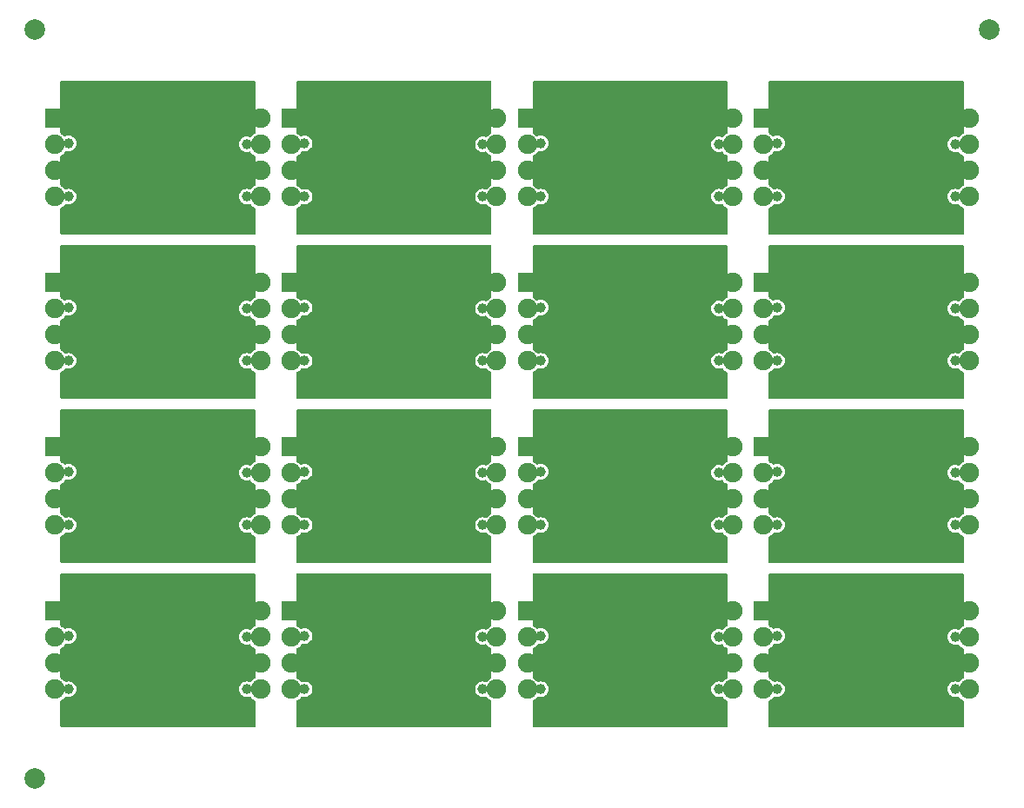
<source format=gbl>
%TF.GenerationSoftware,KiCad,Pcbnew,8.0.9-8.0.9-0~ubuntu24.04.1*%
%TF.CreationDate,2025-07-21T09:14:07-04:00*%
%TF.ProjectId,panel,70616e65-6c2e-46b6-9963-61645f706362,0.1.X*%
%TF.SameCoordinates,Original*%
%TF.FileFunction,Copper,L2,Bot*%
%TF.FilePolarity,Positive*%
%FSLAX46Y46*%
G04 Gerber Fmt 4.6, Leading zero omitted, Abs format (unit mm)*
G04 Created by KiCad (PCBNEW 8.0.9-8.0.9-0~ubuntu24.04.1) date 2025-07-21 09:14:07*
%MOMM*%
%LPD*%
G01*
G04 APERTURE LIST*
%TA.AperFunction,CastellatedPad*%
%ADD10R,1.900000X1.900000*%
%TD*%
%TA.AperFunction,CastellatedPad*%
%ADD11C,1.900000*%
%TD*%
%TA.AperFunction,TestPad*%
%ADD12C,1.000000*%
%TD*%
%TA.AperFunction,SMDPad,CuDef*%
%ADD13C,2.000000*%
%TD*%
%TA.AperFunction,ViaPad*%
%ADD14C,0.600000*%
%TD*%
%TA.AperFunction,Conductor*%
%ADD15C,0.203200*%
%TD*%
%TA.AperFunction,Conductor*%
%ADD16C,0.500000*%
%TD*%
%TA.AperFunction,Conductor*%
%ADD17C,0.200000*%
%TD*%
G04 APERTURE END LIST*
D10*
%TO.P,J1,1,GND*%
%TO.N,Board_4-GND*%
X7000000Y-27190000D03*
D11*
%TO.P,J1,2,V+IN*%
%TO.N,Board_4-/V+IN*%
X7000000Y-29730000D03*
%TO.P,J1,3,GND*%
%TO.N,Board_4-GND*%
X7000000Y-32270000D03*
%TO.P,J1,4,V-IN*%
%TO.N,Board_4-/V-IN*%
X7000000Y-34810000D03*
%TO.P,J1,5,V-OUT*%
%TO.N,Board_4-/V-OUT*%
X27000000Y-34810000D03*
%TO.P,J1,6,GND*%
%TO.N,Board_4-GND*%
X27000000Y-32270000D03*
%TO.P,J1,7,V+OUT*%
%TO.N,Board_4-/V+OUT*%
X27000000Y-29730000D03*
%TO.P,J1,8,GND*%
%TO.N,Board_4-GND*%
X27000000Y-27190000D03*
%TD*%
D10*
%TO.P,J1,1,GND*%
%TO.N,Board_7-GND*%
X76000000Y-27190000D03*
D11*
%TO.P,J1,2,V+IN*%
%TO.N,Board_7-/V+IN*%
X76000000Y-29730000D03*
%TO.P,J1,3,GND*%
%TO.N,Board_7-GND*%
X76000000Y-32270000D03*
%TO.P,J1,4,V-IN*%
%TO.N,Board_7-/V-IN*%
X76000000Y-34810000D03*
%TO.P,J1,5,V-OUT*%
%TO.N,Board_7-/V-OUT*%
X96000000Y-34810000D03*
%TO.P,J1,6,GND*%
%TO.N,Board_7-GND*%
X96000000Y-32270000D03*
%TO.P,J1,7,V+OUT*%
%TO.N,Board_7-/V+OUT*%
X96000000Y-29730000D03*
%TO.P,J1,8,GND*%
%TO.N,Board_7-GND*%
X96000000Y-27190000D03*
%TD*%
D10*
%TO.P,J1,1,GND*%
%TO.N,Board_0-GND*%
X7000000Y-11190000D03*
D11*
%TO.P,J1,2,V+IN*%
%TO.N,Board_0-/V+IN*%
X7000000Y-13730000D03*
%TO.P,J1,3,GND*%
%TO.N,Board_0-GND*%
X7000000Y-16270000D03*
%TO.P,J1,4,V-IN*%
%TO.N,Board_0-/V-IN*%
X7000000Y-18810000D03*
%TO.P,J1,5,V-OUT*%
%TO.N,Board_0-/V-OUT*%
X27000000Y-18810000D03*
%TO.P,J1,6,GND*%
%TO.N,Board_0-GND*%
X27000000Y-16270000D03*
%TO.P,J1,7,V+OUT*%
%TO.N,Board_0-/V+OUT*%
X27000000Y-13730000D03*
%TO.P,J1,8,GND*%
%TO.N,Board_0-GND*%
X27000000Y-11190000D03*
%TD*%
D10*
%TO.P,J1,1,GND*%
%TO.N,Board_2-GND*%
X53000000Y-11190000D03*
D11*
%TO.P,J1,2,V+IN*%
%TO.N,Board_2-/V+IN*%
X53000000Y-13730000D03*
%TO.P,J1,3,GND*%
%TO.N,Board_2-GND*%
X53000000Y-16270000D03*
%TO.P,J1,4,V-IN*%
%TO.N,Board_2-/V-IN*%
X53000000Y-18810000D03*
%TO.P,J1,5,V-OUT*%
%TO.N,Board_2-/V-OUT*%
X73000000Y-18810000D03*
%TO.P,J1,6,GND*%
%TO.N,Board_2-GND*%
X73000000Y-16270000D03*
%TO.P,J1,7,V+OUT*%
%TO.N,Board_2-/V+OUT*%
X73000000Y-13730000D03*
%TO.P,J1,8,GND*%
%TO.N,Board_2-GND*%
X73000000Y-11190000D03*
%TD*%
D10*
%TO.P,J1,1,GND*%
%TO.N,Board_8-GND*%
X7000000Y-43190000D03*
D11*
%TO.P,J1,2,V+IN*%
%TO.N,Board_8-/V+IN*%
X7000000Y-45730000D03*
%TO.P,J1,3,GND*%
%TO.N,Board_8-GND*%
X7000000Y-48270000D03*
%TO.P,J1,4,V-IN*%
%TO.N,Board_8-/V-IN*%
X7000000Y-50810000D03*
%TO.P,J1,5,V-OUT*%
%TO.N,Board_8-/V-OUT*%
X27000000Y-50810000D03*
%TO.P,J1,6,GND*%
%TO.N,Board_8-GND*%
X27000000Y-48270000D03*
%TO.P,J1,7,V+OUT*%
%TO.N,Board_8-/V+OUT*%
X27000000Y-45730000D03*
%TO.P,J1,8,GND*%
%TO.N,Board_8-GND*%
X27000000Y-43190000D03*
%TD*%
D10*
%TO.P,J1,1,GND*%
%TO.N,Board_1-GND*%
X30000000Y-11190000D03*
D11*
%TO.P,J1,2,V+IN*%
%TO.N,Board_1-/V+IN*%
X30000000Y-13730000D03*
%TO.P,J1,3,GND*%
%TO.N,Board_1-GND*%
X30000000Y-16270000D03*
%TO.P,J1,4,V-IN*%
%TO.N,Board_1-/V-IN*%
X30000000Y-18810000D03*
%TO.P,J1,5,V-OUT*%
%TO.N,Board_1-/V-OUT*%
X50000000Y-18810000D03*
%TO.P,J1,6,GND*%
%TO.N,Board_1-GND*%
X50000000Y-16270000D03*
%TO.P,J1,7,V+OUT*%
%TO.N,Board_1-/V+OUT*%
X50000000Y-13730000D03*
%TO.P,J1,8,GND*%
%TO.N,Board_1-GND*%
X50000000Y-11190000D03*
%TD*%
D10*
%TO.P,J1,1,GND*%
%TO.N,Board_6-GND*%
X53000000Y-27190000D03*
D11*
%TO.P,J1,2,V+IN*%
%TO.N,Board_6-/V+IN*%
X53000000Y-29730000D03*
%TO.P,J1,3,GND*%
%TO.N,Board_6-GND*%
X53000000Y-32270000D03*
%TO.P,J1,4,V-IN*%
%TO.N,Board_6-/V-IN*%
X53000000Y-34810000D03*
%TO.P,J1,5,V-OUT*%
%TO.N,Board_6-/V-OUT*%
X73000000Y-34810000D03*
%TO.P,J1,6,GND*%
%TO.N,Board_6-GND*%
X73000000Y-32270000D03*
%TO.P,J1,7,V+OUT*%
%TO.N,Board_6-/V+OUT*%
X73000000Y-29730000D03*
%TO.P,J1,8,GND*%
%TO.N,Board_6-GND*%
X73000000Y-27190000D03*
%TD*%
D10*
%TO.P,J1,1,GND*%
%TO.N,Board_12-GND*%
X7000000Y-59190000D03*
D11*
%TO.P,J1,2,V+IN*%
%TO.N,Board_12-/V+IN*%
X7000000Y-61730000D03*
%TO.P,J1,3,GND*%
%TO.N,Board_12-GND*%
X7000000Y-64270000D03*
%TO.P,J1,4,V-IN*%
%TO.N,Board_12-/V-IN*%
X7000000Y-66810000D03*
%TO.P,J1,5,V-OUT*%
%TO.N,Board_12-/V-OUT*%
X27000000Y-66810000D03*
%TO.P,J1,6,GND*%
%TO.N,Board_12-GND*%
X27000000Y-64270000D03*
%TO.P,J1,7,V+OUT*%
%TO.N,Board_12-/V+OUT*%
X27000000Y-61730000D03*
%TO.P,J1,8,GND*%
%TO.N,Board_12-GND*%
X27000000Y-59190000D03*
%TD*%
D10*
%TO.P,J1,1,GND*%
%TO.N,Board_9-GND*%
X30000000Y-43190000D03*
D11*
%TO.P,J1,2,V+IN*%
%TO.N,Board_9-/V+IN*%
X30000000Y-45730000D03*
%TO.P,J1,3,GND*%
%TO.N,Board_9-GND*%
X30000000Y-48270000D03*
%TO.P,J1,4,V-IN*%
%TO.N,Board_9-/V-IN*%
X30000000Y-50810000D03*
%TO.P,J1,5,V-OUT*%
%TO.N,Board_9-/V-OUT*%
X50000000Y-50810000D03*
%TO.P,J1,6,GND*%
%TO.N,Board_9-GND*%
X50000000Y-48270000D03*
%TO.P,J1,7,V+OUT*%
%TO.N,Board_9-/V+OUT*%
X50000000Y-45730000D03*
%TO.P,J1,8,GND*%
%TO.N,Board_9-GND*%
X50000000Y-43190000D03*
%TD*%
D10*
%TO.P,J1,1,GND*%
%TO.N,Board_14-GND*%
X53000000Y-59190000D03*
D11*
%TO.P,J1,2,V+IN*%
%TO.N,Board_14-/V+IN*%
X53000000Y-61730000D03*
%TO.P,J1,3,GND*%
%TO.N,Board_14-GND*%
X53000000Y-64270000D03*
%TO.P,J1,4,V-IN*%
%TO.N,Board_14-/V-IN*%
X53000000Y-66810000D03*
%TO.P,J1,5,V-OUT*%
%TO.N,Board_14-/V-OUT*%
X73000000Y-66810000D03*
%TO.P,J1,6,GND*%
%TO.N,Board_14-GND*%
X73000000Y-64270000D03*
%TO.P,J1,7,V+OUT*%
%TO.N,Board_14-/V+OUT*%
X73000000Y-61730000D03*
%TO.P,J1,8,GND*%
%TO.N,Board_14-GND*%
X73000000Y-59190000D03*
%TD*%
D10*
%TO.P,J1,1,GND*%
%TO.N,Board_5-GND*%
X30000000Y-27190000D03*
D11*
%TO.P,J1,2,V+IN*%
%TO.N,Board_5-/V+IN*%
X30000000Y-29730000D03*
%TO.P,J1,3,GND*%
%TO.N,Board_5-GND*%
X30000000Y-32270000D03*
%TO.P,J1,4,V-IN*%
%TO.N,Board_5-/V-IN*%
X30000000Y-34810000D03*
%TO.P,J1,5,V-OUT*%
%TO.N,Board_5-/V-OUT*%
X50000000Y-34810000D03*
%TO.P,J1,6,GND*%
%TO.N,Board_5-GND*%
X50000000Y-32270000D03*
%TO.P,J1,7,V+OUT*%
%TO.N,Board_5-/V+OUT*%
X50000000Y-29730000D03*
%TO.P,J1,8,GND*%
%TO.N,Board_5-GND*%
X50000000Y-27190000D03*
%TD*%
D10*
%TO.P,J1,1,GND*%
%TO.N,Board_3-GND*%
X76000000Y-11190000D03*
D11*
%TO.P,J1,2,V+IN*%
%TO.N,Board_3-/V+IN*%
X76000000Y-13730000D03*
%TO.P,J1,3,GND*%
%TO.N,Board_3-GND*%
X76000000Y-16270000D03*
%TO.P,J1,4,V-IN*%
%TO.N,Board_3-/V-IN*%
X76000000Y-18810000D03*
%TO.P,J1,5,V-OUT*%
%TO.N,Board_3-/V-OUT*%
X96000000Y-18810000D03*
%TO.P,J1,6,GND*%
%TO.N,Board_3-GND*%
X96000000Y-16270000D03*
%TO.P,J1,7,V+OUT*%
%TO.N,Board_3-/V+OUT*%
X96000000Y-13730000D03*
%TO.P,J1,8,GND*%
%TO.N,Board_3-GND*%
X96000000Y-11190000D03*
%TD*%
D10*
%TO.P,J1,1,GND*%
%TO.N,Board_13-GND*%
X30000000Y-59190000D03*
D11*
%TO.P,J1,2,V+IN*%
%TO.N,Board_13-/V+IN*%
X30000000Y-61730000D03*
%TO.P,J1,3,GND*%
%TO.N,Board_13-GND*%
X30000000Y-64270000D03*
%TO.P,J1,4,V-IN*%
%TO.N,Board_13-/V-IN*%
X30000000Y-66810000D03*
%TO.P,J1,5,V-OUT*%
%TO.N,Board_13-/V-OUT*%
X50000000Y-66810000D03*
%TO.P,J1,6,GND*%
%TO.N,Board_13-GND*%
X50000000Y-64270000D03*
%TO.P,J1,7,V+OUT*%
%TO.N,Board_13-/V+OUT*%
X50000000Y-61730000D03*
%TO.P,J1,8,GND*%
%TO.N,Board_13-GND*%
X50000000Y-59190000D03*
%TD*%
D10*
%TO.P,J1,1,GND*%
%TO.N,Board_15-GND*%
X76000000Y-59190000D03*
D11*
%TO.P,J1,2,V+IN*%
%TO.N,Board_15-/V+IN*%
X76000000Y-61730000D03*
%TO.P,J1,3,GND*%
%TO.N,Board_15-GND*%
X76000000Y-64270000D03*
%TO.P,J1,4,V-IN*%
%TO.N,Board_15-/V-IN*%
X76000000Y-66810000D03*
%TO.P,J1,5,V-OUT*%
%TO.N,Board_15-/V-OUT*%
X96000000Y-66810000D03*
%TO.P,J1,6,GND*%
%TO.N,Board_15-GND*%
X96000000Y-64270000D03*
%TO.P,J1,7,V+OUT*%
%TO.N,Board_15-/V+OUT*%
X96000000Y-61730000D03*
%TO.P,J1,8,GND*%
%TO.N,Board_15-GND*%
X96000000Y-59190000D03*
%TD*%
D10*
%TO.P,J1,1,GND*%
%TO.N,Board_10-GND*%
X53000000Y-43190000D03*
D11*
%TO.P,J1,2,V+IN*%
%TO.N,Board_10-/V+IN*%
X53000000Y-45730000D03*
%TO.P,J1,3,GND*%
%TO.N,Board_10-GND*%
X53000000Y-48270000D03*
%TO.P,J1,4,V-IN*%
%TO.N,Board_10-/V-IN*%
X53000000Y-50810000D03*
%TO.P,J1,5,V-OUT*%
%TO.N,Board_10-/V-OUT*%
X73000000Y-50810000D03*
%TO.P,J1,6,GND*%
%TO.N,Board_10-GND*%
X73000000Y-48270000D03*
%TO.P,J1,7,V+OUT*%
%TO.N,Board_10-/V+OUT*%
X73000000Y-45730000D03*
%TO.P,J1,8,GND*%
%TO.N,Board_10-GND*%
X73000000Y-43190000D03*
%TD*%
D10*
%TO.P,J1,1,GND*%
%TO.N,Board_11-GND*%
X76000000Y-43190000D03*
D11*
%TO.P,J1,2,V+IN*%
%TO.N,Board_11-/V+IN*%
X76000000Y-45730000D03*
%TO.P,J1,3,GND*%
%TO.N,Board_11-GND*%
X76000000Y-48270000D03*
%TO.P,J1,4,V-IN*%
%TO.N,Board_11-/V-IN*%
X76000000Y-50810000D03*
%TO.P,J1,5,V-OUT*%
%TO.N,Board_11-/V-OUT*%
X96000000Y-50810000D03*
%TO.P,J1,6,GND*%
%TO.N,Board_11-GND*%
X96000000Y-48270000D03*
%TO.P,J1,7,V+OUT*%
%TO.N,Board_11-/V+OUT*%
X96000000Y-45730000D03*
%TO.P,J1,8,GND*%
%TO.N,Board_11-GND*%
X96000000Y-43190000D03*
%TD*%
D12*
%TO.P,TP5,1,1*%
%TO.N,Board_13-GND*%
X31300000Y-64300000D03*
%TD*%
%TO.P,TP3,1,1*%
%TO.N,Board_5-GND*%
X48650000Y-32350000D03*
%TD*%
%TO.P,TP7,1,1*%
%TO.N,Board_5-/V+IN*%
X31300000Y-29600000D03*
%TD*%
%TO.P,TP8,1,1*%
%TO.N,Board_8-/V-IN*%
X8300000Y-50800000D03*
%TD*%
%TO.P,TP5,1,1*%
%TO.N,Board_6-GND*%
X54300000Y-32300000D03*
%TD*%
%TO.P,TP4,1,1*%
%TO.N,Board_8-GND*%
X8300000Y-43200000D03*
%TD*%
%TO.P,TP7,1,1*%
%TO.N,Board_2-/V+IN*%
X54300000Y-13600000D03*
%TD*%
%TO.P,TP1,1,1*%
%TO.N,Board_14-/V+OUT*%
X71650000Y-61700000D03*
%TD*%
%TO.P,TP8,1,1*%
%TO.N,Board_4-/V-IN*%
X8300000Y-34800000D03*
%TD*%
%TO.P,TP1,1,1*%
%TO.N,Board_6-/V+OUT*%
X71650000Y-29700000D03*
%TD*%
%TO.P,TP7,1,1*%
%TO.N,Board_13-/V+IN*%
X31300000Y-61600000D03*
%TD*%
%TO.P,TP3,1,1*%
%TO.N,Board_2-GND*%
X71650000Y-16350000D03*
%TD*%
%TO.P,TP1,1,1*%
%TO.N,Board_4-/V+OUT*%
X25650000Y-29700000D03*
%TD*%
%TO.P,TP2,1,1*%
%TO.N,Board_7-/V-OUT*%
X94650000Y-34800000D03*
%TD*%
%TO.P,TP4,1,1*%
%TO.N,Board_13-GND*%
X31300000Y-59200000D03*
%TD*%
%TO.P,TP7,1,1*%
%TO.N,Board_0-/V+IN*%
X8300000Y-13600000D03*
%TD*%
%TO.P,TP4,1,1*%
%TO.N,Board_9-GND*%
X31300000Y-43200000D03*
%TD*%
%TO.P,TP8,1,1*%
%TO.N,Board_9-/V-IN*%
X31300000Y-50800000D03*
%TD*%
%TO.P,TP7,1,1*%
%TO.N,Board_7-/V+IN*%
X77300000Y-29600000D03*
%TD*%
%TO.P,TP6,1,1*%
%TO.N,Board_5-GND*%
X48600000Y-27200000D03*
%TD*%
%TO.P,TP1,1,1*%
%TO.N,Board_10-/V+OUT*%
X71650000Y-45700000D03*
%TD*%
%TO.P,TP4,1,1*%
%TO.N,Board_0-GND*%
X8300000Y-11200000D03*
%TD*%
%TO.P,TP5,1,1*%
%TO.N,Board_1-GND*%
X31300000Y-16300000D03*
%TD*%
%TO.P,TP1,1,1*%
%TO.N,Board_11-/V+OUT*%
X94650000Y-45700000D03*
%TD*%
%TO.P,TP3,1,1*%
%TO.N,Board_6-GND*%
X71650000Y-32350000D03*
%TD*%
%TO.P,TP4,1,1*%
%TO.N,Board_5-GND*%
X31300000Y-27200000D03*
%TD*%
%TO.P,TP4,1,1*%
%TO.N,Board_14-GND*%
X54300000Y-59200000D03*
%TD*%
%TO.P,TP2,1,1*%
%TO.N,Board_13-/V-OUT*%
X48650000Y-66800000D03*
%TD*%
%TO.P,TP4,1,1*%
%TO.N,Board_12-GND*%
X8300000Y-59200000D03*
%TD*%
D13*
%TO.P,KiKit_FID_B_2,*%
%TO.N,*%
X98000000Y-2500000D03*
%TD*%
D12*
%TO.P,TP6,1,1*%
%TO.N,Board_7-GND*%
X94600000Y-27200000D03*
%TD*%
%TO.P,TP6,1,1*%
%TO.N,Board_1-GND*%
X48600000Y-11200000D03*
%TD*%
%TO.P,TP3,1,1*%
%TO.N,Board_4-GND*%
X25650000Y-32350000D03*
%TD*%
%TO.P,TP8,1,1*%
%TO.N,Board_5-/V-IN*%
X31300000Y-34800000D03*
%TD*%
%TO.P,TP3,1,1*%
%TO.N,Board_10-GND*%
X71650000Y-48350000D03*
%TD*%
%TO.P,TP8,1,1*%
%TO.N,Board_7-/V-IN*%
X77300000Y-34800000D03*
%TD*%
%TO.P,TP3,1,1*%
%TO.N,Board_8-GND*%
X25650000Y-48350000D03*
%TD*%
%TO.P,TP5,1,1*%
%TO.N,Board_7-GND*%
X77300000Y-32300000D03*
%TD*%
%TO.P,TP5,1,1*%
%TO.N,Board_10-GND*%
X54300000Y-48300000D03*
%TD*%
%TO.P,TP8,1,1*%
%TO.N,Board_14-/V-IN*%
X54300000Y-66800000D03*
%TD*%
%TO.P,TP3,1,1*%
%TO.N,Board_7-GND*%
X94650000Y-32350000D03*
%TD*%
%TO.P,TP5,1,1*%
%TO.N,Board_4-GND*%
X8300000Y-32300000D03*
%TD*%
%TO.P,TP4,1,1*%
%TO.N,Board_15-GND*%
X77300000Y-59200000D03*
%TD*%
%TO.P,TP2,1,1*%
%TO.N,Board_12-/V-OUT*%
X25650000Y-66800000D03*
%TD*%
%TO.P,TP6,1,1*%
%TO.N,Board_2-GND*%
X71600000Y-11200000D03*
%TD*%
%TO.P,TP3,1,1*%
%TO.N,Board_1-GND*%
X48650000Y-16350000D03*
%TD*%
%TO.P,TP5,1,1*%
%TO.N,Board_8-GND*%
X8300000Y-48300000D03*
%TD*%
%TO.P,TP3,1,1*%
%TO.N,Board_12-GND*%
X25650000Y-64350000D03*
%TD*%
%TO.P,TP2,1,1*%
%TO.N,Board_1-/V-OUT*%
X48650000Y-18800000D03*
%TD*%
%TO.P,TP4,1,1*%
%TO.N,Board_10-GND*%
X54300000Y-43200000D03*
%TD*%
%TO.P,TP1,1,1*%
%TO.N,Board_7-/V+OUT*%
X94650000Y-29700000D03*
%TD*%
%TO.P,TP3,1,1*%
%TO.N,Board_13-GND*%
X48650000Y-64350000D03*
%TD*%
%TO.P,TP5,1,1*%
%TO.N,Board_9-GND*%
X31300000Y-48300000D03*
%TD*%
%TO.P,TP8,1,1*%
%TO.N,Board_15-/V-IN*%
X77300000Y-66800000D03*
%TD*%
%TO.P,TP8,1,1*%
%TO.N,Board_1-/V-IN*%
X31300000Y-18800000D03*
%TD*%
%TO.P,TP7,1,1*%
%TO.N,Board_6-/V+IN*%
X54300000Y-29600000D03*
%TD*%
%TO.P,TP1,1,1*%
%TO.N,Board_12-/V+OUT*%
X25650000Y-61700000D03*
%TD*%
%TO.P,TP2,1,1*%
%TO.N,Board_10-/V-OUT*%
X71650000Y-50800000D03*
%TD*%
%TO.P,TP7,1,1*%
%TO.N,Board_3-/V+IN*%
X77300000Y-13600000D03*
%TD*%
%TO.P,TP5,1,1*%
%TO.N,Board_14-GND*%
X54300000Y-64300000D03*
%TD*%
%TO.P,TP1,1,1*%
%TO.N,Board_0-/V+OUT*%
X25650000Y-13700000D03*
%TD*%
%TO.P,TP5,1,1*%
%TO.N,Board_3-GND*%
X77300000Y-16300000D03*
%TD*%
%TO.P,TP4,1,1*%
%TO.N,Board_7-GND*%
X77300000Y-27200000D03*
%TD*%
%TO.P,TP3,1,1*%
%TO.N,Board_0-GND*%
X25650000Y-16350000D03*
%TD*%
%TO.P,TP2,1,1*%
%TO.N,Board_0-/V-OUT*%
X25650000Y-18800000D03*
%TD*%
%TO.P,TP3,1,1*%
%TO.N,Board_3-GND*%
X94650000Y-16350000D03*
%TD*%
%TO.P,TP5,1,1*%
%TO.N,Board_5-GND*%
X31300000Y-32300000D03*
%TD*%
%TO.P,TP5,1,1*%
%TO.N,Board_12-GND*%
X8300000Y-64300000D03*
%TD*%
%TO.P,TP1,1,1*%
%TO.N,Board_2-/V+OUT*%
X71650000Y-13700000D03*
%TD*%
%TO.P,TP7,1,1*%
%TO.N,Board_1-/V+IN*%
X31300000Y-13600000D03*
%TD*%
%TO.P,TP6,1,1*%
%TO.N,Board_14-GND*%
X71600000Y-59200000D03*
%TD*%
%TO.P,TP7,1,1*%
%TO.N,Board_15-/V+IN*%
X77300000Y-61600000D03*
%TD*%
%TO.P,TP3,1,1*%
%TO.N,Board_15-GND*%
X94650000Y-64350000D03*
%TD*%
%TO.P,TP3,1,1*%
%TO.N,Board_14-GND*%
X71650000Y-64350000D03*
%TD*%
%TO.P,TP1,1,1*%
%TO.N,Board_1-/V+OUT*%
X48650000Y-13700000D03*
%TD*%
%TO.P,TP6,1,1*%
%TO.N,Board_0-GND*%
X25600000Y-11200000D03*
%TD*%
%TO.P,TP6,1,1*%
%TO.N,Board_4-GND*%
X25600000Y-27200000D03*
%TD*%
%TO.P,TP7,1,1*%
%TO.N,Board_11-/V+IN*%
X77300000Y-45600000D03*
%TD*%
%TO.P,TP8,1,1*%
%TO.N,Board_0-/V-IN*%
X8300000Y-18800000D03*
%TD*%
%TO.P,TP2,1,1*%
%TO.N,Board_3-/V-OUT*%
X94650000Y-18800000D03*
%TD*%
%TO.P,TP1,1,1*%
%TO.N,Board_9-/V+OUT*%
X48650000Y-45700000D03*
%TD*%
%TO.P,TP1,1,1*%
%TO.N,Board_8-/V+OUT*%
X25650000Y-45700000D03*
%TD*%
%TO.P,TP4,1,1*%
%TO.N,Board_3-GND*%
X77300000Y-11200000D03*
%TD*%
D13*
%TO.P,KiKit_FID_B_1,*%
%TO.N,*%
X5000000Y-2500000D03*
%TD*%
D12*
%TO.P,TP2,1,1*%
%TO.N,Board_11-/V-OUT*%
X94650000Y-50800000D03*
%TD*%
%TO.P,TP1,1,1*%
%TO.N,Board_3-/V+OUT*%
X94650000Y-13700000D03*
%TD*%
%TO.P,TP5,1,1*%
%TO.N,Board_2-GND*%
X54300000Y-16300000D03*
%TD*%
%TO.P,TP6,1,1*%
%TO.N,Board_15-GND*%
X94600000Y-59200000D03*
%TD*%
%TO.P,TP8,1,1*%
%TO.N,Board_2-/V-IN*%
X54300000Y-18800000D03*
%TD*%
%TO.P,TP2,1,1*%
%TO.N,Board_15-/V-OUT*%
X94650000Y-66800000D03*
%TD*%
%TO.P,TP2,1,1*%
%TO.N,Board_9-/V-OUT*%
X48650000Y-50800000D03*
%TD*%
%TO.P,TP6,1,1*%
%TO.N,Board_3-GND*%
X94600000Y-11200000D03*
%TD*%
%TO.P,TP8,1,1*%
%TO.N,Board_13-/V-IN*%
X31300000Y-66800000D03*
%TD*%
%TO.P,TP6,1,1*%
%TO.N,Board_8-GND*%
X25600000Y-43200000D03*
%TD*%
D13*
%TO.P,KiKit_FID_B_3,*%
%TO.N,*%
X5000000Y-75500000D03*
%TD*%
D12*
%TO.P,TP7,1,1*%
%TO.N,Board_4-/V+IN*%
X8300000Y-29600000D03*
%TD*%
%TO.P,TP6,1,1*%
%TO.N,Board_9-GND*%
X48600000Y-43200000D03*
%TD*%
%TO.P,TP7,1,1*%
%TO.N,Board_8-/V+IN*%
X8300000Y-45600000D03*
%TD*%
%TO.P,TP4,1,1*%
%TO.N,Board_11-GND*%
X77300000Y-43200000D03*
%TD*%
%TO.P,TP5,1,1*%
%TO.N,Board_0-GND*%
X8300000Y-16300000D03*
%TD*%
%TO.P,TP7,1,1*%
%TO.N,Board_14-/V+IN*%
X54300000Y-61600000D03*
%TD*%
%TO.P,TP6,1,1*%
%TO.N,Board_12-GND*%
X25600000Y-59200000D03*
%TD*%
%TO.P,TP2,1,1*%
%TO.N,Board_5-/V-OUT*%
X48650000Y-34800000D03*
%TD*%
%TO.P,TP1,1,1*%
%TO.N,Board_13-/V+OUT*%
X48650000Y-61700000D03*
%TD*%
%TO.P,TP8,1,1*%
%TO.N,Board_11-/V-IN*%
X77300000Y-50800000D03*
%TD*%
%TO.P,TP3,1,1*%
%TO.N,Board_9-GND*%
X48650000Y-48350000D03*
%TD*%
%TO.P,TP3,1,1*%
%TO.N,Board_11-GND*%
X94650000Y-48350000D03*
%TD*%
%TO.P,TP7,1,1*%
%TO.N,Board_9-/V+IN*%
X31300000Y-45600000D03*
%TD*%
%TO.P,TP6,1,1*%
%TO.N,Board_13-GND*%
X48600000Y-59200000D03*
%TD*%
%TO.P,TP2,1,1*%
%TO.N,Board_6-/V-OUT*%
X71650000Y-34800000D03*
%TD*%
%TO.P,TP4,1,1*%
%TO.N,Board_1-GND*%
X31300000Y-11200000D03*
%TD*%
%TO.P,TP4,1,1*%
%TO.N,Board_4-GND*%
X8300000Y-27200000D03*
%TD*%
%TO.P,TP8,1,1*%
%TO.N,Board_3-/V-IN*%
X77300000Y-18800000D03*
%TD*%
%TO.P,TP8,1,1*%
%TO.N,Board_12-/V-IN*%
X8300000Y-66800000D03*
%TD*%
%TO.P,TP7,1,1*%
%TO.N,Board_10-/V+IN*%
X54300000Y-45600000D03*
%TD*%
%TO.P,TP8,1,1*%
%TO.N,Board_10-/V-IN*%
X54300000Y-50800000D03*
%TD*%
%TO.P,TP8,1,1*%
%TO.N,Board_6-/V-IN*%
X54300000Y-34800000D03*
%TD*%
%TO.P,TP2,1,1*%
%TO.N,Board_8-/V-OUT*%
X25650000Y-50800000D03*
%TD*%
%TO.P,TP2,1,1*%
%TO.N,Board_14-/V-OUT*%
X71650000Y-66800000D03*
%TD*%
%TO.P,TP2,1,1*%
%TO.N,Board_2-/V-OUT*%
X71650000Y-18800000D03*
%TD*%
%TO.P,TP1,1,1*%
%TO.N,Board_15-/V+OUT*%
X94650000Y-61700000D03*
%TD*%
%TO.P,TP5,1,1*%
%TO.N,Board_15-GND*%
X77300000Y-64300000D03*
%TD*%
%TO.P,TP6,1,1*%
%TO.N,Board_11-GND*%
X94600000Y-43200000D03*
%TD*%
%TO.P,TP4,1,1*%
%TO.N,Board_2-GND*%
X54300000Y-11200000D03*
%TD*%
%TO.P,TP2,1,1*%
%TO.N,Board_4-/V-OUT*%
X25650000Y-34800000D03*
%TD*%
%TO.P,TP6,1,1*%
%TO.N,Board_6-GND*%
X71600000Y-27200000D03*
%TD*%
%TO.P,TP1,1,1*%
%TO.N,Board_5-/V+OUT*%
X48650000Y-29700000D03*
%TD*%
%TO.P,TP7,1,1*%
%TO.N,Board_12-/V+IN*%
X8300000Y-61600000D03*
%TD*%
%TO.P,TP4,1,1*%
%TO.N,Board_6-GND*%
X54300000Y-27200000D03*
%TD*%
%TO.P,TP5,1,1*%
%TO.N,Board_11-GND*%
X77300000Y-48300000D03*
%TD*%
%TO.P,TP6,1,1*%
%TO.N,Board_10-GND*%
X71600000Y-43200000D03*
%TD*%
D14*
%TO.N,Board_0-GND*%
X23100000Y-15600000D03*
X16450000Y-8700000D03*
X21300000Y-18750000D03*
X25600000Y-16350000D03*
X17050000Y-21200000D03*
X10750000Y-14350000D03*
X8300000Y-16900000D03*
X25875000Y-10125000D03*
X25660000Y-8850000D03*
X16375000Y-7975000D03*
X16403669Y-9483741D03*
X8300000Y-16150000D03*
X21300000Y-13450000D03*
X22400000Y-15600000D03*
X22200000Y-8150000D03*
X24250000Y-21250000D03*
X10000000Y-12600000D03*
X10000000Y-11500000D03*
X26000000Y-12250000D03*
X23950000Y-8800000D03*
X10100000Y-17200000D03*
X24250000Y-21900000D03*
X10250000Y-15600000D03*
X8300000Y-11800000D03*
X21494876Y-20135957D03*
X22150000Y-17900000D03*
X9400000Y-16600000D03*
X26200000Y-9500000D03*
X8000000Y-15500000D03*
X24200000Y-10600000D03*
X23900000Y-16300000D03*
X9562500Y-14350000D03*
X25975000Y-20875000D03*
X18850000Y-21100000D03*
X23050000Y-13450000D03*
X7900000Y-17500000D03*
X22200000Y-9500000D03*
X21350000Y-12450000D03*
X20706164Y-18126024D03*
X24200000Y-11650000D03*
X10100000Y-18500000D03*
X9100000Y-10900000D03*
X23000000Y-19100000D03*
X16118207Y-21155286D03*
X26200000Y-17600000D03*
X18050000Y-21100000D03*
X26050000Y-21850000D03*
X8200000Y-12500000D03*
X8300000Y-10500000D03*
X26200000Y-15000000D03*
%TO.N,Board_1-GND*%
X43706164Y-18126024D03*
X47250000Y-21900000D03*
X33750000Y-14350000D03*
X48875000Y-10125000D03*
X44350000Y-12450000D03*
X45200000Y-9500000D03*
X44300000Y-18750000D03*
X39118207Y-21155286D03*
X49050000Y-21850000D03*
X39375000Y-7975000D03*
X49200000Y-17600000D03*
X32100000Y-10900000D03*
X33000000Y-11500000D03*
X31200000Y-12500000D03*
X49200000Y-9500000D03*
X46950000Y-8800000D03*
X49200000Y-15000000D03*
X39450000Y-8700000D03*
X33000000Y-12600000D03*
X39403669Y-9483741D03*
X48600000Y-16350000D03*
X32400000Y-16600000D03*
X31300000Y-10500000D03*
X46050000Y-13450000D03*
X47250000Y-21250000D03*
X30900000Y-17500000D03*
X47200000Y-10600000D03*
X45150000Y-17900000D03*
X45200000Y-8150000D03*
X31300000Y-16150000D03*
X45400000Y-15600000D03*
X40050000Y-21200000D03*
X41050000Y-21100000D03*
X31300000Y-11800000D03*
X48975000Y-20875000D03*
X44494876Y-20135957D03*
X46000000Y-19100000D03*
X49000000Y-12250000D03*
X33100000Y-18500000D03*
X47200000Y-11650000D03*
X48660000Y-8850000D03*
X41850000Y-21100000D03*
X32562500Y-14350000D03*
X46100000Y-15600000D03*
X31000000Y-15500000D03*
X44300000Y-13450000D03*
X31300000Y-16900000D03*
X33250000Y-15600000D03*
X46900000Y-16300000D03*
X33100000Y-17200000D03*
%TO.N,Board_2-GND*%
X54300000Y-16900000D03*
X69000000Y-19100000D03*
X70200000Y-11650000D03*
X54300000Y-11800000D03*
X68400000Y-15600000D03*
X67350000Y-12450000D03*
X69950000Y-8800000D03*
X56250000Y-15600000D03*
X53900000Y-17500000D03*
X62375000Y-7975000D03*
X56000000Y-12600000D03*
X54000000Y-15500000D03*
X71660000Y-8850000D03*
X70200000Y-10600000D03*
X71975000Y-20875000D03*
X55562500Y-14350000D03*
X69900000Y-16300000D03*
X72200000Y-15000000D03*
X72200000Y-17600000D03*
X68200000Y-9500000D03*
X56000000Y-11500000D03*
X54200000Y-12500000D03*
X54300000Y-16150000D03*
X68150000Y-17900000D03*
X69100000Y-15600000D03*
X67300000Y-18750000D03*
X68200000Y-8150000D03*
X62118207Y-21155286D03*
X54300000Y-10500000D03*
X70250000Y-21250000D03*
X71600000Y-16350000D03*
X56100000Y-18500000D03*
X70250000Y-21900000D03*
X64050000Y-21100000D03*
X55400000Y-16600000D03*
X72200000Y-9500000D03*
X63050000Y-21200000D03*
X67494876Y-20135957D03*
X67300000Y-13450000D03*
X72050000Y-21850000D03*
X62403669Y-9483741D03*
X56750000Y-14350000D03*
X71875000Y-10125000D03*
X56100000Y-17200000D03*
X69050000Y-13450000D03*
X64850000Y-21100000D03*
X66706164Y-18126024D03*
X55100000Y-10900000D03*
X72000000Y-12250000D03*
X62450000Y-8700000D03*
%TO.N,Board_3-GND*%
X78400000Y-16600000D03*
X89706164Y-18126024D03*
X77300000Y-16900000D03*
X79100000Y-18500000D03*
X94660000Y-8850000D03*
X87850000Y-21100000D03*
X93200000Y-10600000D03*
X77200000Y-12500000D03*
X78100000Y-10900000D03*
X87050000Y-21100000D03*
X90350000Y-12450000D03*
X78562500Y-14350000D03*
X90494876Y-20135957D03*
X92950000Y-8800000D03*
X90300000Y-18750000D03*
X77000000Y-15500000D03*
X91400000Y-15600000D03*
X79250000Y-15600000D03*
X95200000Y-15000000D03*
X95200000Y-9500000D03*
X91200000Y-9500000D03*
X79750000Y-14350000D03*
X79000000Y-12600000D03*
X95000000Y-12250000D03*
X95050000Y-21850000D03*
X95200000Y-17600000D03*
X94875000Y-10125000D03*
X86050000Y-21200000D03*
X79100000Y-17200000D03*
X90300000Y-13450000D03*
X91200000Y-8150000D03*
X93250000Y-21250000D03*
X92050000Y-13450000D03*
X85118207Y-21155286D03*
X92900000Y-16300000D03*
X92100000Y-15600000D03*
X77300000Y-11800000D03*
X77300000Y-10500000D03*
X93200000Y-11650000D03*
X77300000Y-16150000D03*
X94600000Y-16350000D03*
X94975000Y-20875000D03*
X79000000Y-11500000D03*
X85375000Y-7975000D03*
X93250000Y-21900000D03*
X76900000Y-17500000D03*
X92000000Y-19100000D03*
X91150000Y-17900000D03*
X85450000Y-8700000D03*
X85403669Y-9483741D03*
%TO.N,Board_4-GND*%
X8300000Y-26500000D03*
X24250000Y-37900000D03*
X26050000Y-37850000D03*
X22200000Y-25500000D03*
X8200000Y-28500000D03*
X16403669Y-25483741D03*
X18850000Y-37100000D03*
X25975000Y-36875000D03*
X26000000Y-28250000D03*
X8000000Y-31500000D03*
X21350000Y-28450000D03*
X9100000Y-26900000D03*
X8300000Y-32150000D03*
X16375000Y-23975000D03*
X24250000Y-37250000D03*
X25875000Y-26125000D03*
X17050000Y-37200000D03*
X23000000Y-35100000D03*
X8300000Y-27800000D03*
X22200000Y-24150000D03*
X22150000Y-33900000D03*
X23950000Y-24800000D03*
X20706164Y-34126024D03*
X10750000Y-30350000D03*
X25660000Y-24850000D03*
X8300000Y-32900000D03*
X10000000Y-28600000D03*
X18050000Y-37100000D03*
X7900000Y-33500000D03*
X24200000Y-27650000D03*
X10100000Y-34500000D03*
X21494876Y-36135957D03*
X10000000Y-27500000D03*
X23900000Y-32300000D03*
X16118207Y-37155286D03*
X10100000Y-33200000D03*
X26200000Y-25500000D03*
X22400000Y-31600000D03*
X9562500Y-30350000D03*
X24200000Y-26600000D03*
X10250000Y-31600000D03*
X9400000Y-32600000D03*
X23100000Y-31600000D03*
X26200000Y-33600000D03*
X16450000Y-24700000D03*
X25600000Y-32350000D03*
X23050000Y-29450000D03*
X26200000Y-31000000D03*
X21300000Y-34750000D03*
X21300000Y-29450000D03*
%TO.N,Board_5-GND*%
X47200000Y-27650000D03*
X45200000Y-24150000D03*
X48600000Y-32350000D03*
X33000000Y-27500000D03*
X30900000Y-33500000D03*
X33100000Y-34500000D03*
X31200000Y-28500000D03*
X31300000Y-32900000D03*
X49000000Y-28250000D03*
X39375000Y-23975000D03*
X47200000Y-26600000D03*
X46100000Y-31600000D03*
X45200000Y-25500000D03*
X44494876Y-36135957D03*
X45400000Y-31600000D03*
X49200000Y-33600000D03*
X31000000Y-31500000D03*
X46050000Y-29450000D03*
X48660000Y-24850000D03*
X45150000Y-33900000D03*
X31300000Y-27800000D03*
X31300000Y-32150000D03*
X49200000Y-31000000D03*
X49200000Y-25500000D03*
X49050000Y-37850000D03*
X46900000Y-32300000D03*
X32100000Y-26900000D03*
X31300000Y-26500000D03*
X43706164Y-34126024D03*
X41050000Y-37100000D03*
X40050000Y-37200000D03*
X48875000Y-26125000D03*
X33750000Y-30350000D03*
X47250000Y-37250000D03*
X33250000Y-31600000D03*
X44300000Y-34750000D03*
X44350000Y-28450000D03*
X39450000Y-24700000D03*
X33100000Y-33200000D03*
X41850000Y-37100000D03*
X32400000Y-32600000D03*
X32562500Y-30350000D03*
X33000000Y-28600000D03*
X47250000Y-37900000D03*
X46950000Y-24800000D03*
X48975000Y-36875000D03*
X44300000Y-29450000D03*
X39118207Y-37155286D03*
X46000000Y-35100000D03*
X39403669Y-25483741D03*
%TO.N,Board_6-GND*%
X70200000Y-27650000D03*
X70250000Y-37250000D03*
X53900000Y-33500000D03*
X68200000Y-25500000D03*
X54300000Y-27800000D03*
X56250000Y-31600000D03*
X69050000Y-29450000D03*
X72200000Y-31000000D03*
X67300000Y-29450000D03*
X55562500Y-30350000D03*
X67350000Y-28450000D03*
X70200000Y-26600000D03*
X71600000Y-32350000D03*
X67494876Y-36135957D03*
X56750000Y-30350000D03*
X66706164Y-34126024D03*
X55100000Y-26900000D03*
X54000000Y-31500000D03*
X62375000Y-23975000D03*
X56100000Y-34500000D03*
X72200000Y-33600000D03*
X68400000Y-31600000D03*
X72050000Y-37850000D03*
X62403669Y-25483741D03*
X68150000Y-33900000D03*
X69100000Y-31600000D03*
X70250000Y-37900000D03*
X62450000Y-24700000D03*
X54300000Y-32900000D03*
X64850000Y-37100000D03*
X54300000Y-26500000D03*
X56100000Y-33200000D03*
X71875000Y-26125000D03*
X63050000Y-37200000D03*
X67300000Y-34750000D03*
X56000000Y-28600000D03*
X72200000Y-25500000D03*
X69900000Y-32300000D03*
X64050000Y-37100000D03*
X69000000Y-35100000D03*
X71975000Y-36875000D03*
X71660000Y-24850000D03*
X55400000Y-32600000D03*
X54300000Y-32150000D03*
X69950000Y-24800000D03*
X72000000Y-28250000D03*
X62118207Y-37155286D03*
X54200000Y-28500000D03*
X68200000Y-24150000D03*
X56000000Y-27500000D03*
%TO.N,Board_7-GND*%
X90300000Y-29450000D03*
X90300000Y-34750000D03*
X95200000Y-31000000D03*
X77000000Y-31500000D03*
X77300000Y-32900000D03*
X95000000Y-28250000D03*
X78100000Y-26900000D03*
X86050000Y-37200000D03*
X85118207Y-37155286D03*
X85403669Y-25483741D03*
X85450000Y-24700000D03*
X91400000Y-31600000D03*
X77300000Y-27800000D03*
X90350000Y-28450000D03*
X95050000Y-37850000D03*
X79000000Y-28600000D03*
X87850000Y-37100000D03*
X92950000Y-24800000D03*
X79100000Y-34500000D03*
X79100000Y-33200000D03*
X94600000Y-32350000D03*
X94660000Y-24850000D03*
X93250000Y-37250000D03*
X93250000Y-37900000D03*
X93200000Y-26600000D03*
X93200000Y-27650000D03*
X92900000Y-32300000D03*
X79250000Y-31600000D03*
X91200000Y-25500000D03*
X87050000Y-37100000D03*
X92100000Y-31600000D03*
X95200000Y-25500000D03*
X78400000Y-32600000D03*
X91150000Y-33900000D03*
X94975000Y-36875000D03*
X90494876Y-36135957D03*
X77300000Y-26500000D03*
X91200000Y-24150000D03*
X78562500Y-30350000D03*
X92000000Y-35100000D03*
X79750000Y-30350000D03*
X85375000Y-23975000D03*
X95200000Y-33600000D03*
X76900000Y-33500000D03*
X94875000Y-26125000D03*
X77200000Y-28500000D03*
X89706164Y-34126024D03*
X92050000Y-29450000D03*
X79000000Y-27500000D03*
X77300000Y-32150000D03*
%TO.N,Board_8-GND*%
X8300000Y-42500000D03*
X16450000Y-40700000D03*
X23000000Y-51100000D03*
X9400000Y-48600000D03*
X10750000Y-46350000D03*
X24200000Y-43650000D03*
X23900000Y-48300000D03*
X21300000Y-50750000D03*
X9100000Y-42900000D03*
X26050000Y-53850000D03*
X7900000Y-49500000D03*
X8300000Y-48900000D03*
X24250000Y-53250000D03*
X24250000Y-53900000D03*
X25875000Y-42125000D03*
X20706164Y-50126024D03*
X8300000Y-48150000D03*
X23050000Y-45450000D03*
X18050000Y-53100000D03*
X26200000Y-47000000D03*
X26200000Y-49600000D03*
X23950000Y-40800000D03*
X10250000Y-47600000D03*
X23100000Y-47600000D03*
X22400000Y-47600000D03*
X22150000Y-49900000D03*
X8300000Y-43800000D03*
X24200000Y-42600000D03*
X22200000Y-40150000D03*
X26200000Y-41500000D03*
X8200000Y-44500000D03*
X9562500Y-46350000D03*
X8000000Y-47500000D03*
X10000000Y-44600000D03*
X17050000Y-53200000D03*
X10000000Y-43500000D03*
X25660000Y-40850000D03*
X18850000Y-53100000D03*
X16118207Y-53155286D03*
X21494876Y-52135957D03*
X22200000Y-41500000D03*
X16403669Y-41483741D03*
X10100000Y-50500000D03*
X25600000Y-48350000D03*
X21300000Y-45450000D03*
X26000000Y-44250000D03*
X16375000Y-39975000D03*
X10100000Y-49200000D03*
X25975000Y-52875000D03*
X21350000Y-44450000D03*
%TO.N,Board_9-GND*%
X44494876Y-52135957D03*
X47250000Y-53250000D03*
X39375000Y-39975000D03*
X46050000Y-45450000D03*
X31000000Y-47500000D03*
X33000000Y-43500000D03*
X48875000Y-42125000D03*
X49200000Y-41500000D03*
X33000000Y-44600000D03*
X49200000Y-49600000D03*
X45400000Y-47600000D03*
X32562500Y-46350000D03*
X48600000Y-48350000D03*
X40050000Y-53200000D03*
X46900000Y-48300000D03*
X48660000Y-40850000D03*
X39403669Y-41483741D03*
X32400000Y-48600000D03*
X41050000Y-53100000D03*
X39450000Y-40700000D03*
X31200000Y-44500000D03*
X31300000Y-42500000D03*
X43706164Y-50126024D03*
X44350000Y-44450000D03*
X47200000Y-43650000D03*
X33100000Y-49200000D03*
X31300000Y-48150000D03*
X39118207Y-53155286D03*
X47200000Y-42600000D03*
X46000000Y-51100000D03*
X49050000Y-53850000D03*
X46100000Y-47600000D03*
X31300000Y-43800000D03*
X45200000Y-40150000D03*
X44300000Y-45450000D03*
X31300000Y-48900000D03*
X30900000Y-49500000D03*
X46950000Y-40800000D03*
X47250000Y-53900000D03*
X33750000Y-46350000D03*
X45150000Y-49900000D03*
X49200000Y-47000000D03*
X49000000Y-44250000D03*
X32100000Y-42900000D03*
X48975000Y-52875000D03*
X33100000Y-50500000D03*
X44300000Y-50750000D03*
X41850000Y-53100000D03*
X33250000Y-47600000D03*
X45200000Y-41500000D03*
%TO.N,Board_10-GND*%
X62375000Y-39975000D03*
X63050000Y-53200000D03*
X56100000Y-49200000D03*
X64850000Y-53100000D03*
X72200000Y-49600000D03*
X53900000Y-49500000D03*
X64050000Y-53100000D03*
X54300000Y-43800000D03*
X72200000Y-47000000D03*
X67350000Y-44450000D03*
X71875000Y-42125000D03*
X56000000Y-44600000D03*
X56100000Y-50500000D03*
X68200000Y-41500000D03*
X71660000Y-40850000D03*
X72200000Y-41500000D03*
X72000000Y-44250000D03*
X54300000Y-42500000D03*
X71600000Y-48350000D03*
X56000000Y-43500000D03*
X69050000Y-45450000D03*
X70200000Y-43650000D03*
X62403669Y-41483741D03*
X55400000Y-48600000D03*
X54300000Y-48900000D03*
X62450000Y-40700000D03*
X54000000Y-47500000D03*
X72050000Y-53850000D03*
X68400000Y-47600000D03*
X68200000Y-40150000D03*
X69900000Y-48300000D03*
X68150000Y-49900000D03*
X56250000Y-47600000D03*
X67300000Y-45450000D03*
X69100000Y-47600000D03*
X54300000Y-48150000D03*
X69950000Y-40800000D03*
X67300000Y-50750000D03*
X55562500Y-46350000D03*
X70250000Y-53250000D03*
X54200000Y-44500000D03*
X71975000Y-52875000D03*
X62118207Y-53155286D03*
X55100000Y-42900000D03*
X67494876Y-52135957D03*
X66706164Y-50126024D03*
X70250000Y-53900000D03*
X69000000Y-51100000D03*
X56750000Y-46350000D03*
X70200000Y-42600000D03*
%TO.N,Board_11-GND*%
X77300000Y-48150000D03*
X92100000Y-47600000D03*
X85118207Y-53155286D03*
X78562500Y-46350000D03*
X92000000Y-51100000D03*
X90300000Y-50750000D03*
X86050000Y-53200000D03*
X93200000Y-43650000D03*
X94975000Y-52875000D03*
X92050000Y-45450000D03*
X89706164Y-50126024D03*
X79750000Y-46350000D03*
X92950000Y-40800000D03*
X79100000Y-50500000D03*
X90494876Y-52135957D03*
X94875000Y-42125000D03*
X77300000Y-48900000D03*
X90300000Y-45450000D03*
X91200000Y-40150000D03*
X92900000Y-48300000D03*
X77300000Y-43800000D03*
X91200000Y-41500000D03*
X93250000Y-53900000D03*
X79000000Y-43500000D03*
X76900000Y-49500000D03*
X91400000Y-47600000D03*
X87850000Y-53100000D03*
X95000000Y-44250000D03*
X85375000Y-39975000D03*
X87050000Y-53100000D03*
X77200000Y-44500000D03*
X85450000Y-40700000D03*
X94600000Y-48350000D03*
X78400000Y-48600000D03*
X95200000Y-41500000D03*
X79100000Y-49200000D03*
X77300000Y-42500000D03*
X79250000Y-47600000D03*
X94660000Y-40850000D03*
X90350000Y-44450000D03*
X79000000Y-44600000D03*
X91150000Y-49900000D03*
X85403669Y-41483741D03*
X95200000Y-49600000D03*
X93200000Y-42600000D03*
X95050000Y-53850000D03*
X95200000Y-47000000D03*
X93250000Y-53250000D03*
X78100000Y-42900000D03*
X77000000Y-47500000D03*
%TO.N,Board_12-GND*%
X8300000Y-59800000D03*
X17050000Y-69200000D03*
X23000000Y-67100000D03*
X21300000Y-61450000D03*
X23950000Y-56800000D03*
X23900000Y-64300000D03*
X8300000Y-58500000D03*
X9400000Y-64600000D03*
X20706164Y-66126024D03*
X26000000Y-60250000D03*
X10250000Y-63600000D03*
X22150000Y-65900000D03*
X16375000Y-55975000D03*
X24250000Y-69250000D03*
X16118207Y-69155286D03*
X21350000Y-60450000D03*
X26200000Y-57500000D03*
X21494876Y-68135957D03*
X16450000Y-56700000D03*
X8300000Y-64900000D03*
X10100000Y-65200000D03*
X8000000Y-63500000D03*
X25975000Y-68875000D03*
X16403669Y-57483741D03*
X9100000Y-58900000D03*
X18850000Y-69100000D03*
X22200000Y-56150000D03*
X22400000Y-63600000D03*
X25600000Y-64350000D03*
X21300000Y-66750000D03*
X26200000Y-65600000D03*
X25660000Y-56850000D03*
X26200000Y-63000000D03*
X10750000Y-62350000D03*
X24250000Y-69900000D03*
X23050000Y-61450000D03*
X22200000Y-57500000D03*
X26050000Y-69850000D03*
X23100000Y-63600000D03*
X10100000Y-66500000D03*
X9562500Y-62350000D03*
X10000000Y-59500000D03*
X25875000Y-58125000D03*
X7900000Y-65500000D03*
X18050000Y-69100000D03*
X24200000Y-59650000D03*
X8300000Y-64150000D03*
X10000000Y-60600000D03*
X8200000Y-60500000D03*
X24200000Y-58600000D03*
%TO.N,Board_13-GND*%
X41050000Y-69100000D03*
X46900000Y-64300000D03*
X46100000Y-63600000D03*
X45200000Y-57500000D03*
X44300000Y-66750000D03*
X40050000Y-69200000D03*
X32400000Y-64600000D03*
X33100000Y-66500000D03*
X31300000Y-59800000D03*
X31200000Y-60500000D03*
X49200000Y-63000000D03*
X45200000Y-56150000D03*
X47200000Y-59650000D03*
X46000000Y-67100000D03*
X46950000Y-56800000D03*
X32100000Y-58900000D03*
X39450000Y-56700000D03*
X44350000Y-60450000D03*
X41850000Y-69100000D03*
X48660000Y-56850000D03*
X47250000Y-69900000D03*
X47200000Y-58600000D03*
X33100000Y-65200000D03*
X33750000Y-62350000D03*
X49000000Y-60250000D03*
X49200000Y-57500000D03*
X48975000Y-68875000D03*
X44300000Y-61450000D03*
X48600000Y-64350000D03*
X30900000Y-65500000D03*
X49050000Y-69850000D03*
X46050000Y-61450000D03*
X39118207Y-69155286D03*
X44494876Y-68135957D03*
X31300000Y-64150000D03*
X49200000Y-65600000D03*
X48875000Y-58125000D03*
X45400000Y-63600000D03*
X45150000Y-65900000D03*
X47250000Y-69250000D03*
X31300000Y-64900000D03*
X39403669Y-57483741D03*
X32562500Y-62350000D03*
X43706164Y-66126024D03*
X33250000Y-63600000D03*
X31000000Y-63500000D03*
X33000000Y-60600000D03*
X39375000Y-55975000D03*
X31300000Y-58500000D03*
X33000000Y-59500000D03*
%TO.N,Board_14-GND*%
X72200000Y-63000000D03*
X54300000Y-64150000D03*
X68150000Y-65900000D03*
X72050000Y-69850000D03*
X55562500Y-62350000D03*
X64850000Y-69100000D03*
X56250000Y-63600000D03*
X67300000Y-61450000D03*
X71975000Y-68875000D03*
X68200000Y-57500000D03*
X62450000Y-56700000D03*
X71660000Y-56850000D03*
X62118207Y-69155286D03*
X71600000Y-64350000D03*
X67300000Y-66750000D03*
X55100000Y-58900000D03*
X72200000Y-57500000D03*
X66706164Y-66126024D03*
X67350000Y-60450000D03*
X69000000Y-67100000D03*
X62403669Y-57483741D03*
X64050000Y-69100000D03*
X56000000Y-59500000D03*
X70200000Y-59650000D03*
X67494876Y-68135957D03*
X71875000Y-58125000D03*
X62375000Y-55975000D03*
X53900000Y-65500000D03*
X70250000Y-69250000D03*
X69050000Y-61450000D03*
X63050000Y-69200000D03*
X54200000Y-60500000D03*
X55400000Y-64600000D03*
X56100000Y-65200000D03*
X68400000Y-63600000D03*
X56000000Y-60600000D03*
X56750000Y-62350000D03*
X70200000Y-58600000D03*
X69900000Y-64300000D03*
X54000000Y-63500000D03*
X54300000Y-59800000D03*
X72200000Y-65600000D03*
X72000000Y-60250000D03*
X70250000Y-69900000D03*
X68200000Y-56150000D03*
X54300000Y-58500000D03*
X69100000Y-63600000D03*
X54300000Y-64900000D03*
X56100000Y-66500000D03*
X69950000Y-56800000D03*
%TO.N,Board_15-GND*%
X92100000Y-63600000D03*
X77300000Y-59800000D03*
X78100000Y-58900000D03*
X95200000Y-65600000D03*
X77300000Y-64900000D03*
X87050000Y-69100000D03*
X93250000Y-69900000D03*
X90300000Y-66750000D03*
X91150000Y-65900000D03*
X76900000Y-65500000D03*
X92900000Y-64300000D03*
X79000000Y-59500000D03*
X91200000Y-57500000D03*
X95050000Y-69850000D03*
X78400000Y-64600000D03*
X79100000Y-66500000D03*
X91400000Y-63600000D03*
X85450000Y-56700000D03*
X78562500Y-62350000D03*
X92000000Y-67100000D03*
X86050000Y-69200000D03*
X90494876Y-68135957D03*
X93250000Y-69250000D03*
X90300000Y-61450000D03*
X92950000Y-56800000D03*
X85118207Y-69155286D03*
X91200000Y-56150000D03*
X79750000Y-62350000D03*
X95000000Y-60250000D03*
X95200000Y-63000000D03*
X85403669Y-57483741D03*
X94660000Y-56850000D03*
X77200000Y-60500000D03*
X90350000Y-60450000D03*
X92050000Y-61450000D03*
X95200000Y-57500000D03*
X94975000Y-68875000D03*
X79100000Y-65200000D03*
X85375000Y-55975000D03*
X77300000Y-64150000D03*
X77300000Y-58500000D03*
X89706164Y-66126024D03*
X94600000Y-64350000D03*
X94875000Y-58125000D03*
X77000000Y-63500000D03*
X79250000Y-63600000D03*
X93200000Y-59650000D03*
X87850000Y-69100000D03*
X79000000Y-60600000D03*
X93200000Y-58600000D03*
%TD*%
D15*
%TO.N,Board_0-/V+IN*%
X8300000Y-13600000D02*
X7130000Y-13600000D01*
X7130000Y-13600000D02*
X7000000Y-13730000D01*
D16*
%TO.N,Board_0-/V+OUT*%
X25650000Y-13700000D02*
X26970000Y-13700000D01*
X27000000Y-13730000D02*
X25730000Y-13730000D01*
D15*
%TO.N,Board_0-/V-IN*%
X8300000Y-18800000D02*
X7010000Y-18800000D01*
X7010000Y-18800000D02*
X7000000Y-18810000D01*
D16*
%TO.N,Board_0-/V-OUT*%
X25650000Y-18800000D02*
X26990000Y-18800000D01*
D15*
%TO.N,Board_0-GND*%
X26990000Y-11200000D02*
X27000000Y-11190000D01*
D16*
X25650000Y-16350000D02*
X26920000Y-16350000D01*
D15*
X7010000Y-11200000D02*
X7000000Y-11190000D01*
X8300000Y-11200000D02*
X7010000Y-11200000D01*
X7030000Y-16300000D02*
X7000000Y-16270000D01*
X8800000Y-11200000D02*
X9100000Y-10900000D01*
X8300000Y-16300000D02*
X7030000Y-16300000D01*
D17*
X8050000Y-11800000D02*
X7440000Y-11190000D01*
D15*
X8300000Y-11200000D02*
X8800000Y-11200000D01*
X25600000Y-11200000D02*
X26990000Y-11200000D01*
%TO.N,Board_1-/V+IN*%
X31300000Y-13600000D02*
X30130000Y-13600000D01*
X30130000Y-13600000D02*
X30000000Y-13730000D01*
D16*
%TO.N,Board_1-/V+OUT*%
X48650000Y-13700000D02*
X49970000Y-13700000D01*
X50000000Y-13730000D02*
X48730000Y-13730000D01*
D15*
%TO.N,Board_1-/V-IN*%
X31300000Y-18800000D02*
X30010000Y-18800000D01*
X30010000Y-18800000D02*
X30000000Y-18810000D01*
D16*
%TO.N,Board_1-/V-OUT*%
X48650000Y-18800000D02*
X49990000Y-18800000D01*
D15*
%TO.N,Board_1-GND*%
X49990000Y-11200000D02*
X50000000Y-11190000D01*
X31300000Y-11200000D02*
X30010000Y-11200000D01*
X30030000Y-16300000D02*
X30000000Y-16270000D01*
X48600000Y-11200000D02*
X49990000Y-11200000D01*
X30010000Y-11200000D02*
X30000000Y-11190000D01*
D16*
X48650000Y-16350000D02*
X49920000Y-16350000D01*
D17*
X31050000Y-11800000D02*
X30440000Y-11190000D01*
D15*
X31300000Y-16300000D02*
X30030000Y-16300000D01*
X31300000Y-11200000D02*
X31800000Y-11200000D01*
X31800000Y-11200000D02*
X32100000Y-10900000D01*
%TO.N,Board_2-/V+IN*%
X54300000Y-13600000D02*
X53130000Y-13600000D01*
X53130000Y-13600000D02*
X53000000Y-13730000D01*
D16*
%TO.N,Board_2-/V+OUT*%
X71650000Y-13700000D02*
X72970000Y-13700000D01*
X73000000Y-13730000D02*
X71730000Y-13730000D01*
D15*
%TO.N,Board_2-/V-IN*%
X54300000Y-18800000D02*
X53010000Y-18800000D01*
X53010000Y-18800000D02*
X53000000Y-18810000D01*
D16*
%TO.N,Board_2-/V-OUT*%
X71650000Y-18800000D02*
X72990000Y-18800000D01*
%TO.N,Board_2-GND*%
X71650000Y-16350000D02*
X72920000Y-16350000D01*
D15*
X54300000Y-16300000D02*
X53030000Y-16300000D01*
X53010000Y-11200000D02*
X53000000Y-11190000D01*
X54800000Y-11200000D02*
X55100000Y-10900000D01*
X71600000Y-11200000D02*
X72990000Y-11200000D01*
X72990000Y-11200000D02*
X73000000Y-11190000D01*
X54300000Y-11200000D02*
X54800000Y-11200000D01*
X53030000Y-16300000D02*
X53000000Y-16270000D01*
D17*
X54050000Y-11800000D02*
X53440000Y-11190000D01*
D15*
X54300000Y-11200000D02*
X53010000Y-11200000D01*
%TO.N,Board_3-/V+IN*%
X77300000Y-13600000D02*
X76130000Y-13600000D01*
X76130000Y-13600000D02*
X76000000Y-13730000D01*
D16*
%TO.N,Board_3-/V+OUT*%
X96000000Y-13730000D02*
X94730000Y-13730000D01*
X94650000Y-13700000D02*
X95970000Y-13700000D01*
D15*
%TO.N,Board_3-/V-IN*%
X77300000Y-18800000D02*
X76010000Y-18800000D01*
X76010000Y-18800000D02*
X76000000Y-18810000D01*
D16*
%TO.N,Board_3-/V-OUT*%
X94650000Y-18800000D02*
X95990000Y-18800000D01*
D15*
%TO.N,Board_3-GND*%
X76030000Y-16300000D02*
X76000000Y-16270000D01*
X76010000Y-11200000D02*
X76000000Y-11190000D01*
X77300000Y-11200000D02*
X77800000Y-11200000D01*
D17*
X77050000Y-11800000D02*
X76440000Y-11190000D01*
D15*
X77300000Y-16300000D02*
X76030000Y-16300000D01*
X77300000Y-11200000D02*
X76010000Y-11200000D01*
D16*
X94650000Y-16350000D02*
X95920000Y-16350000D01*
D15*
X94600000Y-11200000D02*
X95990000Y-11200000D01*
X77800000Y-11200000D02*
X78100000Y-10900000D01*
X95990000Y-11200000D02*
X96000000Y-11190000D01*
%TO.N,Board_4-/V+IN*%
X7130000Y-29600000D02*
X7000000Y-29730000D01*
X8300000Y-29600000D02*
X7130000Y-29600000D01*
D16*
%TO.N,Board_4-/V+OUT*%
X25650000Y-29700000D02*
X26970000Y-29700000D01*
X27000000Y-29730000D02*
X25730000Y-29730000D01*
D15*
%TO.N,Board_4-/V-IN*%
X8300000Y-34800000D02*
X7010000Y-34800000D01*
X7010000Y-34800000D02*
X7000000Y-34810000D01*
D16*
%TO.N,Board_4-/V-OUT*%
X25650000Y-34800000D02*
X26990000Y-34800000D01*
%TO.N,Board_4-GND*%
X25650000Y-32350000D02*
X26920000Y-32350000D01*
D15*
X26990000Y-27200000D02*
X27000000Y-27190000D01*
D17*
X8050000Y-27800000D02*
X7440000Y-27190000D01*
D15*
X8800000Y-27200000D02*
X9100000Y-26900000D01*
X8300000Y-27200000D02*
X7010000Y-27200000D01*
X8300000Y-27200000D02*
X8800000Y-27200000D01*
X25600000Y-27200000D02*
X26990000Y-27200000D01*
X7010000Y-27200000D02*
X7000000Y-27190000D01*
X8300000Y-32300000D02*
X7030000Y-32300000D01*
X7030000Y-32300000D02*
X7000000Y-32270000D01*
%TO.N,Board_5-/V+IN*%
X31300000Y-29600000D02*
X30130000Y-29600000D01*
X30130000Y-29600000D02*
X30000000Y-29730000D01*
D16*
%TO.N,Board_5-/V+OUT*%
X50000000Y-29730000D02*
X48730000Y-29730000D01*
X48650000Y-29700000D02*
X49970000Y-29700000D01*
D15*
%TO.N,Board_5-/V-IN*%
X30010000Y-34800000D02*
X30000000Y-34810000D01*
X31300000Y-34800000D02*
X30010000Y-34800000D01*
D16*
%TO.N,Board_5-/V-OUT*%
X48650000Y-34800000D02*
X49990000Y-34800000D01*
D15*
%TO.N,Board_5-GND*%
X48600000Y-27200000D02*
X49990000Y-27200000D01*
X31300000Y-32300000D02*
X30030000Y-32300000D01*
X31300000Y-27200000D02*
X31800000Y-27200000D01*
X31800000Y-27200000D02*
X32100000Y-26900000D01*
X31300000Y-27200000D02*
X30010000Y-27200000D01*
X49990000Y-27200000D02*
X50000000Y-27190000D01*
D17*
X31050000Y-27800000D02*
X30440000Y-27190000D01*
D16*
X48650000Y-32350000D02*
X49920000Y-32350000D01*
D15*
X30030000Y-32300000D02*
X30000000Y-32270000D01*
X30010000Y-27200000D02*
X30000000Y-27190000D01*
%TO.N,Board_6-/V+IN*%
X54300000Y-29600000D02*
X53130000Y-29600000D01*
X53130000Y-29600000D02*
X53000000Y-29730000D01*
D16*
%TO.N,Board_6-/V+OUT*%
X71650000Y-29700000D02*
X72970000Y-29700000D01*
X73000000Y-29730000D02*
X71730000Y-29730000D01*
D15*
%TO.N,Board_6-/V-IN*%
X54300000Y-34800000D02*
X53010000Y-34800000D01*
X53010000Y-34800000D02*
X53000000Y-34810000D01*
D16*
%TO.N,Board_6-/V-OUT*%
X71650000Y-34800000D02*
X72990000Y-34800000D01*
D15*
%TO.N,Board_6-GND*%
X71600000Y-27200000D02*
X72990000Y-27200000D01*
X54300000Y-32300000D02*
X53030000Y-32300000D01*
X54300000Y-27200000D02*
X53010000Y-27200000D01*
X53030000Y-32300000D02*
X53000000Y-32270000D01*
D16*
X71650000Y-32350000D02*
X72920000Y-32350000D01*
D15*
X54800000Y-27200000D02*
X55100000Y-26900000D01*
X53010000Y-27200000D02*
X53000000Y-27190000D01*
D17*
X54050000Y-27800000D02*
X53440000Y-27190000D01*
D15*
X54300000Y-27200000D02*
X54800000Y-27200000D01*
X72990000Y-27200000D02*
X73000000Y-27190000D01*
%TO.N,Board_7-/V+IN*%
X76130000Y-29600000D02*
X76000000Y-29730000D01*
X77300000Y-29600000D02*
X76130000Y-29600000D01*
D16*
%TO.N,Board_7-/V+OUT*%
X96000000Y-29730000D02*
X94730000Y-29730000D01*
X94650000Y-29700000D02*
X95970000Y-29700000D01*
D15*
%TO.N,Board_7-/V-IN*%
X77300000Y-34800000D02*
X76010000Y-34800000D01*
X76010000Y-34800000D02*
X76000000Y-34810000D01*
D16*
%TO.N,Board_7-/V-OUT*%
X94650000Y-34800000D02*
X95990000Y-34800000D01*
D15*
%TO.N,Board_7-GND*%
X94600000Y-27200000D02*
X95990000Y-27200000D01*
X77800000Y-27200000D02*
X78100000Y-26900000D01*
D16*
X94650000Y-32350000D02*
X95920000Y-32350000D01*
D17*
X77050000Y-27800000D02*
X76440000Y-27190000D01*
D15*
X77300000Y-32300000D02*
X76030000Y-32300000D01*
X76030000Y-32300000D02*
X76000000Y-32270000D01*
X76010000Y-27200000D02*
X76000000Y-27190000D01*
X77300000Y-27200000D02*
X76010000Y-27200000D01*
X95990000Y-27200000D02*
X96000000Y-27190000D01*
X77300000Y-27200000D02*
X77800000Y-27200000D01*
%TO.N,Board_8-/V+IN*%
X8300000Y-45600000D02*
X7130000Y-45600000D01*
X7130000Y-45600000D02*
X7000000Y-45730000D01*
D16*
%TO.N,Board_8-/V+OUT*%
X25650000Y-45700000D02*
X26970000Y-45700000D01*
X27000000Y-45730000D02*
X25730000Y-45730000D01*
D15*
%TO.N,Board_8-/V-IN*%
X7010000Y-50800000D02*
X7000000Y-50810000D01*
X8300000Y-50800000D02*
X7010000Y-50800000D01*
D16*
%TO.N,Board_8-/V-OUT*%
X25650000Y-50800000D02*
X26990000Y-50800000D01*
D15*
%TO.N,Board_8-GND*%
X26990000Y-43200000D02*
X27000000Y-43190000D01*
D16*
X25650000Y-48350000D02*
X26920000Y-48350000D01*
D15*
X25600000Y-43200000D02*
X26990000Y-43200000D01*
X7010000Y-43200000D02*
X7000000Y-43190000D01*
X8300000Y-43200000D02*
X8800000Y-43200000D01*
X8300000Y-43200000D02*
X7010000Y-43200000D01*
D17*
X8050000Y-43800000D02*
X7440000Y-43190000D01*
D15*
X8300000Y-48300000D02*
X7030000Y-48300000D01*
X7030000Y-48300000D02*
X7000000Y-48270000D01*
X8800000Y-43200000D02*
X9100000Y-42900000D01*
%TO.N,Board_9-/V+IN*%
X30130000Y-45600000D02*
X30000000Y-45730000D01*
X31300000Y-45600000D02*
X30130000Y-45600000D01*
D16*
%TO.N,Board_9-/V+OUT*%
X48650000Y-45700000D02*
X49970000Y-45700000D01*
X50000000Y-45730000D02*
X48730000Y-45730000D01*
D15*
%TO.N,Board_9-/V-IN*%
X30010000Y-50800000D02*
X30000000Y-50810000D01*
X31300000Y-50800000D02*
X30010000Y-50800000D01*
D16*
%TO.N,Board_9-/V-OUT*%
X48650000Y-50800000D02*
X49990000Y-50800000D01*
D17*
%TO.N,Board_9-GND*%
X31050000Y-43800000D02*
X30440000Y-43190000D01*
D15*
X30030000Y-48300000D02*
X30000000Y-48270000D01*
X48600000Y-43200000D02*
X49990000Y-43200000D01*
X31300000Y-43200000D02*
X31800000Y-43200000D01*
D16*
X48650000Y-48350000D02*
X49920000Y-48350000D01*
D15*
X30010000Y-43200000D02*
X30000000Y-43190000D01*
X31300000Y-43200000D02*
X30010000Y-43200000D01*
X31800000Y-43200000D02*
X32100000Y-42900000D01*
X31300000Y-48300000D02*
X30030000Y-48300000D01*
X49990000Y-43200000D02*
X50000000Y-43190000D01*
%TO.N,Board_10-/V+IN*%
X54300000Y-45600000D02*
X53130000Y-45600000D01*
X53130000Y-45600000D02*
X53000000Y-45730000D01*
D16*
%TO.N,Board_10-/V+OUT*%
X73000000Y-45730000D02*
X71730000Y-45730000D01*
X71650000Y-45700000D02*
X72970000Y-45700000D01*
D15*
%TO.N,Board_10-/V-IN*%
X53010000Y-50800000D02*
X53000000Y-50810000D01*
X54300000Y-50800000D02*
X53010000Y-50800000D01*
D16*
%TO.N,Board_10-/V-OUT*%
X71650000Y-50800000D02*
X72990000Y-50800000D01*
D15*
%TO.N,Board_10-GND*%
X54800000Y-43200000D02*
X55100000Y-42900000D01*
X54300000Y-43200000D02*
X53010000Y-43200000D01*
X53010000Y-43200000D02*
X53000000Y-43190000D01*
D16*
X71650000Y-48350000D02*
X72920000Y-48350000D01*
D15*
X53030000Y-48300000D02*
X53000000Y-48270000D01*
X54300000Y-48300000D02*
X53030000Y-48300000D01*
X54300000Y-43200000D02*
X54800000Y-43200000D01*
X72990000Y-43200000D02*
X73000000Y-43190000D01*
D17*
X54050000Y-43800000D02*
X53440000Y-43190000D01*
D15*
X71600000Y-43200000D02*
X72990000Y-43200000D01*
%TO.N,Board_11-/V+IN*%
X77300000Y-45600000D02*
X76130000Y-45600000D01*
X76130000Y-45600000D02*
X76000000Y-45730000D01*
D16*
%TO.N,Board_11-/V+OUT*%
X96000000Y-45730000D02*
X94730000Y-45730000D01*
X94650000Y-45700000D02*
X95970000Y-45700000D01*
D15*
%TO.N,Board_11-/V-IN*%
X76010000Y-50800000D02*
X76000000Y-50810000D01*
X77300000Y-50800000D02*
X76010000Y-50800000D01*
D16*
%TO.N,Board_11-/V-OUT*%
X94650000Y-50800000D02*
X95990000Y-50800000D01*
D15*
%TO.N,Board_11-GND*%
X77300000Y-48300000D02*
X76030000Y-48300000D01*
X95990000Y-43200000D02*
X96000000Y-43190000D01*
X94600000Y-43200000D02*
X95990000Y-43200000D01*
D16*
X94650000Y-48350000D02*
X95920000Y-48350000D01*
D15*
X76010000Y-43200000D02*
X76000000Y-43190000D01*
D17*
X77050000Y-43800000D02*
X76440000Y-43190000D01*
D15*
X77300000Y-43200000D02*
X77800000Y-43200000D01*
X77800000Y-43200000D02*
X78100000Y-42900000D01*
X77300000Y-43200000D02*
X76010000Y-43200000D01*
X76030000Y-48300000D02*
X76000000Y-48270000D01*
%TO.N,Board_12-/V+IN*%
X8300000Y-61600000D02*
X7130000Y-61600000D01*
X7130000Y-61600000D02*
X7000000Y-61730000D01*
D16*
%TO.N,Board_12-/V+OUT*%
X27000000Y-61730000D02*
X25730000Y-61730000D01*
X25650000Y-61700000D02*
X26970000Y-61700000D01*
D15*
%TO.N,Board_12-/V-IN*%
X8300000Y-66800000D02*
X7010000Y-66800000D01*
X7010000Y-66800000D02*
X7000000Y-66810000D01*
D16*
%TO.N,Board_12-/V-OUT*%
X25650000Y-66800000D02*
X26990000Y-66800000D01*
D17*
%TO.N,Board_12-GND*%
X8050000Y-59800000D02*
X7440000Y-59190000D01*
D15*
X26990000Y-59200000D02*
X27000000Y-59190000D01*
X8300000Y-64300000D02*
X7030000Y-64300000D01*
X8800000Y-59200000D02*
X9100000Y-58900000D01*
X8300000Y-59200000D02*
X7010000Y-59200000D01*
X25600000Y-59200000D02*
X26990000Y-59200000D01*
D16*
X25650000Y-64350000D02*
X26920000Y-64350000D01*
D15*
X7030000Y-64300000D02*
X7000000Y-64270000D01*
X7010000Y-59200000D02*
X7000000Y-59190000D01*
X8300000Y-59200000D02*
X8800000Y-59200000D01*
%TO.N,Board_13-/V+IN*%
X30130000Y-61600000D02*
X30000000Y-61730000D01*
X31300000Y-61600000D02*
X30130000Y-61600000D01*
D16*
%TO.N,Board_13-/V+OUT*%
X50000000Y-61730000D02*
X48730000Y-61730000D01*
X48650000Y-61700000D02*
X49970000Y-61700000D01*
D15*
%TO.N,Board_13-/V-IN*%
X30010000Y-66800000D02*
X30000000Y-66810000D01*
X31300000Y-66800000D02*
X30010000Y-66800000D01*
D16*
%TO.N,Board_13-/V-OUT*%
X48650000Y-66800000D02*
X49990000Y-66800000D01*
D15*
%TO.N,Board_13-GND*%
X49990000Y-59200000D02*
X50000000Y-59190000D01*
X31300000Y-59200000D02*
X30010000Y-59200000D01*
X48600000Y-59200000D02*
X49990000Y-59200000D01*
D17*
X31050000Y-59800000D02*
X30440000Y-59190000D01*
D15*
X31300000Y-59200000D02*
X31800000Y-59200000D01*
X31300000Y-64300000D02*
X30030000Y-64300000D01*
X30030000Y-64300000D02*
X30000000Y-64270000D01*
X30010000Y-59200000D02*
X30000000Y-59190000D01*
D16*
X48650000Y-64350000D02*
X49920000Y-64350000D01*
D15*
X31800000Y-59200000D02*
X32100000Y-58900000D01*
%TO.N,Board_14-/V+IN*%
X53130000Y-61600000D02*
X53000000Y-61730000D01*
X54300000Y-61600000D02*
X53130000Y-61600000D01*
D16*
%TO.N,Board_14-/V+OUT*%
X73000000Y-61730000D02*
X71730000Y-61730000D01*
X71650000Y-61700000D02*
X72970000Y-61700000D01*
D15*
%TO.N,Board_14-/V-IN*%
X53010000Y-66800000D02*
X53000000Y-66810000D01*
X54300000Y-66800000D02*
X53010000Y-66800000D01*
D16*
%TO.N,Board_14-/V-OUT*%
X71650000Y-66800000D02*
X72990000Y-66800000D01*
D15*
%TO.N,Board_14-GND*%
X54300000Y-59200000D02*
X54800000Y-59200000D01*
X54800000Y-59200000D02*
X55100000Y-58900000D01*
X71600000Y-59200000D02*
X72990000Y-59200000D01*
X54300000Y-64300000D02*
X53030000Y-64300000D01*
X53030000Y-64300000D02*
X53000000Y-64270000D01*
D16*
X71650000Y-64350000D02*
X72920000Y-64350000D01*
D15*
X72990000Y-59200000D02*
X73000000Y-59190000D01*
X54300000Y-59200000D02*
X53010000Y-59200000D01*
D17*
X54050000Y-59800000D02*
X53440000Y-59190000D01*
D15*
X53010000Y-59200000D02*
X53000000Y-59190000D01*
%TO.N,Board_15-/V+IN*%
X76130000Y-61600000D02*
X76000000Y-61730000D01*
X77300000Y-61600000D02*
X76130000Y-61600000D01*
D16*
%TO.N,Board_15-/V+OUT*%
X94650000Y-61700000D02*
X95970000Y-61700000D01*
X96000000Y-61730000D02*
X94730000Y-61730000D01*
D15*
%TO.N,Board_15-/V-IN*%
X77300000Y-66800000D02*
X76010000Y-66800000D01*
X76010000Y-66800000D02*
X76000000Y-66810000D01*
D16*
%TO.N,Board_15-/V-OUT*%
X94650000Y-66800000D02*
X95990000Y-66800000D01*
D15*
%TO.N,Board_15-GND*%
X77300000Y-59200000D02*
X76010000Y-59200000D01*
D17*
X77050000Y-59800000D02*
X76440000Y-59190000D01*
D15*
X76030000Y-64300000D02*
X76000000Y-64270000D01*
X94600000Y-59200000D02*
X95990000Y-59200000D01*
X76010000Y-59200000D02*
X76000000Y-59190000D01*
X77300000Y-64300000D02*
X76030000Y-64300000D01*
X77300000Y-59200000D02*
X77800000Y-59200000D01*
X77800000Y-59200000D02*
X78100000Y-58900000D01*
X95990000Y-59200000D02*
X96000000Y-59190000D01*
D16*
X94650000Y-64350000D02*
X95920000Y-64350000D01*
%TD*%
%TA.AperFunction,Conductor*%
%TO.N,Board_12-GND*%
G36*
X26442539Y-55520185D02*
G01*
X26488294Y-55572989D01*
X26499500Y-55624500D01*
X26499500Y-60558836D01*
X26479815Y-60625875D01*
X26440778Y-60664263D01*
X26273436Y-60767877D01*
X26109019Y-60917762D01*
X26075291Y-60962426D01*
X26019182Y-61004061D01*
X25949470Y-61008752D01*
X25935384Y-61004740D01*
X25818057Y-60963686D01*
X25650003Y-60944751D01*
X25649997Y-60944751D01*
X25481943Y-60963685D01*
X25322305Y-61019545D01*
X25322302Y-61019547D01*
X25179115Y-61109518D01*
X25179109Y-61109523D01*
X25059523Y-61229109D01*
X25059518Y-61229115D01*
X24969547Y-61372302D01*
X24969545Y-61372305D01*
X24913685Y-61531943D01*
X24894751Y-61699997D01*
X24894751Y-61700002D01*
X24913685Y-61868056D01*
X24969545Y-62027694D01*
X24969547Y-62027697D01*
X25059518Y-62170884D01*
X25059523Y-62170890D01*
X25179109Y-62290476D01*
X25179115Y-62290481D01*
X25322302Y-62380452D01*
X25322305Y-62380454D01*
X25322309Y-62380455D01*
X25322310Y-62380456D01*
X25390278Y-62404239D01*
X25481943Y-62436314D01*
X25649997Y-62455249D01*
X25650000Y-62455249D01*
X25650003Y-62455249D01*
X25818059Y-62436313D01*
X25818060Y-62436313D01*
X25899543Y-62407801D01*
X25969322Y-62404239D01*
X26029949Y-62438967D01*
X26039452Y-62450115D01*
X26109020Y-62542238D01*
X26273437Y-62692123D01*
X26273439Y-62692125D01*
X26350042Y-62739555D01*
X26440777Y-62795736D01*
X26487413Y-62847762D01*
X26499500Y-62901162D01*
X26499500Y-65638836D01*
X26479815Y-65705875D01*
X26440778Y-65744263D01*
X26273436Y-65847877D01*
X26109019Y-65997762D01*
X26063344Y-66058246D01*
X26007235Y-66099881D01*
X25937523Y-66104572D01*
X25923438Y-66100560D01*
X25883887Y-66086721D01*
X25818056Y-66063685D01*
X25650003Y-66044751D01*
X25649997Y-66044751D01*
X25481943Y-66063685D01*
X25322305Y-66119545D01*
X25322302Y-66119547D01*
X25179115Y-66209518D01*
X25179109Y-66209523D01*
X25059523Y-66329109D01*
X25059518Y-66329115D01*
X24969547Y-66472302D01*
X24969545Y-66472305D01*
X24913685Y-66631943D01*
X24894751Y-66799997D01*
X24894751Y-66800002D01*
X24913685Y-66968056D01*
X24969545Y-67127694D01*
X24969547Y-67127697D01*
X25059518Y-67270884D01*
X25059523Y-67270890D01*
X25179109Y-67390476D01*
X25179115Y-67390481D01*
X25322302Y-67480452D01*
X25322305Y-67480454D01*
X25322309Y-67480455D01*
X25322310Y-67480456D01*
X25388509Y-67503620D01*
X25481943Y-67536314D01*
X25649997Y-67555249D01*
X25650000Y-67555249D01*
X25650003Y-67555249D01*
X25818056Y-67536314D01*
X25870003Y-67518137D01*
X25911490Y-67503619D01*
X25981269Y-67500059D01*
X26041896Y-67534788D01*
X26051399Y-67545935D01*
X26109020Y-67622238D01*
X26273437Y-67772123D01*
X26273439Y-67772125D01*
X26350042Y-67819555D01*
X26440777Y-67875736D01*
X26487413Y-67927762D01*
X26499500Y-67981162D01*
X26499500Y-70375500D01*
X26479815Y-70442539D01*
X26427011Y-70488294D01*
X26375500Y-70499500D01*
X7624500Y-70499500D01*
X7557461Y-70479815D01*
X7511706Y-70427011D01*
X7500500Y-70375500D01*
X7500500Y-67981162D01*
X7520185Y-67914123D01*
X7559221Y-67875736D01*
X7726562Y-67772124D01*
X7890981Y-67622236D01*
X7938150Y-67559773D01*
X7994257Y-67518137D01*
X8063969Y-67513444D01*
X8078042Y-67517453D01*
X8131941Y-67536313D01*
X8131942Y-67536313D01*
X8131945Y-67536314D01*
X8299997Y-67555249D01*
X8300000Y-67555249D01*
X8300003Y-67555249D01*
X8468056Y-67536314D01*
X8520003Y-67518137D01*
X8627690Y-67480456D01*
X8627692Y-67480454D01*
X8627694Y-67480454D01*
X8627697Y-67480452D01*
X8770884Y-67390481D01*
X8770885Y-67390480D01*
X8770890Y-67390477D01*
X8890477Y-67270890D01*
X8980452Y-67127697D01*
X8980454Y-67127694D01*
X8980454Y-67127692D01*
X8980456Y-67127690D01*
X9036313Y-66968059D01*
X9036313Y-66968058D01*
X9036314Y-66968056D01*
X9055249Y-66800002D01*
X9055249Y-66799997D01*
X9036314Y-66631943D01*
X8980454Y-66472305D01*
X8980452Y-66472302D01*
X8890481Y-66329115D01*
X8890476Y-66329109D01*
X8770890Y-66209523D01*
X8770884Y-66209518D01*
X8627697Y-66119547D01*
X8627694Y-66119545D01*
X8468056Y-66063685D01*
X8300003Y-66044751D01*
X8299997Y-66044751D01*
X8131945Y-66063685D01*
X8131938Y-66063687D01*
X8066110Y-66086721D01*
X7996331Y-66090282D01*
X7935704Y-66055552D01*
X7926203Y-66044405D01*
X7890982Y-65997765D01*
X7890980Y-65997762D01*
X7726563Y-65847877D01*
X7726562Y-65847876D01*
X7677937Y-65817768D01*
X7559222Y-65744263D01*
X7512587Y-65692235D01*
X7500500Y-65638836D01*
X7500500Y-62901162D01*
X7520185Y-62834123D01*
X7559221Y-62795736D01*
X7726562Y-62692124D01*
X7890981Y-62542236D01*
X8010710Y-62383688D01*
X8066816Y-62342054D01*
X8124725Y-62338156D01*
X8125021Y-62335534D01*
X8299997Y-62355249D01*
X8300000Y-62355249D01*
X8300003Y-62355249D01*
X8468056Y-62336314D01*
X8470285Y-62335534D01*
X8627690Y-62280456D01*
X8627692Y-62280454D01*
X8627694Y-62280454D01*
X8627697Y-62280452D01*
X8770884Y-62190481D01*
X8770885Y-62190480D01*
X8770890Y-62190477D01*
X8890477Y-62070890D01*
X8917622Y-62027690D01*
X8980452Y-61927697D01*
X8980454Y-61927694D01*
X8980454Y-61927692D01*
X8980456Y-61927690D01*
X9036313Y-61768059D01*
X9036313Y-61768058D01*
X9036314Y-61768056D01*
X9055249Y-61600002D01*
X9055249Y-61599997D01*
X9036314Y-61431943D01*
X8980454Y-61272305D01*
X8980452Y-61272302D01*
X8890481Y-61129115D01*
X8890476Y-61129109D01*
X8770890Y-61009523D01*
X8770884Y-61009518D01*
X8627697Y-60919547D01*
X8627694Y-60919545D01*
X8468056Y-60863685D01*
X8300003Y-60844751D01*
X8299997Y-60844751D01*
X8131942Y-60863686D01*
X7984774Y-60915182D01*
X7914995Y-60918743D01*
X7860282Y-60889777D01*
X7726563Y-60767877D01*
X7726562Y-60767876D01*
X7677937Y-60737768D01*
X7559222Y-60664263D01*
X7512587Y-60612235D01*
X7500500Y-60558836D01*
X7500500Y-55624500D01*
X7520185Y-55557461D01*
X7572989Y-55511706D01*
X7624500Y-55500500D01*
X26375500Y-55500500D01*
X26442539Y-55520185D01*
G37*
%TD.AperFunction*%
%TD*%
%TA.AperFunction,Conductor*%
%TO.N,Board_9-GND*%
G36*
X49442539Y-39520185D02*
G01*
X49488294Y-39572989D01*
X49499500Y-39624500D01*
X49499500Y-44558836D01*
X49479815Y-44625875D01*
X49440778Y-44664263D01*
X49273436Y-44767877D01*
X49109019Y-44917762D01*
X49075291Y-44962426D01*
X49019182Y-45004061D01*
X48949470Y-45008752D01*
X48935384Y-45004740D01*
X48818057Y-44963686D01*
X48650003Y-44944751D01*
X48649997Y-44944751D01*
X48481943Y-44963685D01*
X48322305Y-45019545D01*
X48322302Y-45019547D01*
X48179115Y-45109518D01*
X48179109Y-45109523D01*
X48059523Y-45229109D01*
X48059518Y-45229115D01*
X47969547Y-45372302D01*
X47969545Y-45372305D01*
X47913685Y-45531943D01*
X47894751Y-45699997D01*
X47894751Y-45700002D01*
X47913685Y-45868056D01*
X47969545Y-46027694D01*
X47969547Y-46027697D01*
X48059518Y-46170884D01*
X48059523Y-46170890D01*
X48179109Y-46290476D01*
X48179115Y-46290481D01*
X48322302Y-46380452D01*
X48322305Y-46380454D01*
X48322309Y-46380455D01*
X48322310Y-46380456D01*
X48390278Y-46404239D01*
X48481943Y-46436314D01*
X48649997Y-46455249D01*
X48650000Y-46455249D01*
X48650003Y-46455249D01*
X48818059Y-46436313D01*
X48818060Y-46436313D01*
X48899543Y-46407801D01*
X48969322Y-46404239D01*
X49029949Y-46438967D01*
X49039452Y-46450115D01*
X49109020Y-46542238D01*
X49273437Y-46692123D01*
X49273439Y-46692125D01*
X49350042Y-46739555D01*
X49440777Y-46795736D01*
X49487413Y-46847762D01*
X49499500Y-46901162D01*
X49499500Y-49638836D01*
X49479815Y-49705875D01*
X49440778Y-49744263D01*
X49273436Y-49847877D01*
X49109019Y-49997762D01*
X49063344Y-50058246D01*
X49007235Y-50099881D01*
X48937523Y-50104572D01*
X48923438Y-50100560D01*
X48883887Y-50086721D01*
X48818056Y-50063685D01*
X48650003Y-50044751D01*
X48649997Y-50044751D01*
X48481943Y-50063685D01*
X48322305Y-50119545D01*
X48322302Y-50119547D01*
X48179115Y-50209518D01*
X48179109Y-50209523D01*
X48059523Y-50329109D01*
X48059518Y-50329115D01*
X47969547Y-50472302D01*
X47969545Y-50472305D01*
X47913685Y-50631943D01*
X47894751Y-50799997D01*
X47894751Y-50800002D01*
X47913685Y-50968056D01*
X47969545Y-51127694D01*
X47969547Y-51127697D01*
X48059518Y-51270884D01*
X48059523Y-51270890D01*
X48179109Y-51390476D01*
X48179115Y-51390481D01*
X48322302Y-51480452D01*
X48322305Y-51480454D01*
X48322309Y-51480455D01*
X48322310Y-51480456D01*
X48388509Y-51503620D01*
X48481943Y-51536314D01*
X48649997Y-51555249D01*
X48650000Y-51555249D01*
X48650003Y-51555249D01*
X48818056Y-51536314D01*
X48870003Y-51518137D01*
X48911490Y-51503619D01*
X48981269Y-51500059D01*
X49041896Y-51534788D01*
X49051399Y-51545935D01*
X49109020Y-51622238D01*
X49273437Y-51772123D01*
X49273439Y-51772125D01*
X49350042Y-51819555D01*
X49440777Y-51875736D01*
X49487413Y-51927762D01*
X49499500Y-51981162D01*
X49499500Y-54375500D01*
X49479815Y-54442539D01*
X49427011Y-54488294D01*
X49375500Y-54499500D01*
X30624500Y-54499500D01*
X30557461Y-54479815D01*
X30511706Y-54427011D01*
X30500500Y-54375500D01*
X30500500Y-51981162D01*
X30520185Y-51914123D01*
X30559221Y-51875736D01*
X30726562Y-51772124D01*
X30890981Y-51622236D01*
X30938150Y-51559773D01*
X30994257Y-51518137D01*
X31063969Y-51513444D01*
X31078042Y-51517453D01*
X31131941Y-51536313D01*
X31131942Y-51536313D01*
X31131945Y-51536314D01*
X31299997Y-51555249D01*
X31300000Y-51555249D01*
X31300003Y-51555249D01*
X31468056Y-51536314D01*
X31520003Y-51518137D01*
X31627690Y-51480456D01*
X31627692Y-51480454D01*
X31627694Y-51480454D01*
X31627697Y-51480452D01*
X31770884Y-51390481D01*
X31770885Y-51390480D01*
X31770890Y-51390477D01*
X31890477Y-51270890D01*
X31980452Y-51127697D01*
X31980454Y-51127694D01*
X31980454Y-51127692D01*
X31980456Y-51127690D01*
X32036313Y-50968059D01*
X32036313Y-50968058D01*
X32036314Y-50968056D01*
X32055249Y-50800002D01*
X32055249Y-50799997D01*
X32036314Y-50631943D01*
X31980454Y-50472305D01*
X31980452Y-50472302D01*
X31890481Y-50329115D01*
X31890476Y-50329109D01*
X31770890Y-50209523D01*
X31770884Y-50209518D01*
X31627697Y-50119547D01*
X31627694Y-50119545D01*
X31468056Y-50063685D01*
X31300003Y-50044751D01*
X31299997Y-50044751D01*
X31131945Y-50063685D01*
X31131938Y-50063687D01*
X31066110Y-50086721D01*
X30996331Y-50090282D01*
X30935704Y-50055552D01*
X30926203Y-50044405D01*
X30890982Y-49997765D01*
X30890980Y-49997762D01*
X30726563Y-49847877D01*
X30726562Y-49847876D01*
X30677937Y-49817768D01*
X30559222Y-49744263D01*
X30512587Y-49692235D01*
X30500500Y-49638836D01*
X30500500Y-46901162D01*
X30520185Y-46834123D01*
X30559221Y-46795736D01*
X30726562Y-46692124D01*
X30890981Y-46542236D01*
X31010710Y-46383688D01*
X31066816Y-46342054D01*
X31124725Y-46338156D01*
X31125021Y-46335534D01*
X31299997Y-46355249D01*
X31300000Y-46355249D01*
X31300003Y-46355249D01*
X31468056Y-46336314D01*
X31470285Y-46335534D01*
X31627690Y-46280456D01*
X31627692Y-46280454D01*
X31627694Y-46280454D01*
X31627697Y-46280452D01*
X31770884Y-46190481D01*
X31770885Y-46190480D01*
X31770890Y-46190477D01*
X31890477Y-46070890D01*
X31917622Y-46027690D01*
X31980452Y-45927697D01*
X31980454Y-45927694D01*
X31980454Y-45927692D01*
X31980456Y-45927690D01*
X32036313Y-45768059D01*
X32036313Y-45768058D01*
X32036314Y-45768056D01*
X32055249Y-45600002D01*
X32055249Y-45599997D01*
X32036314Y-45431943D01*
X31980454Y-45272305D01*
X31980452Y-45272302D01*
X31890481Y-45129115D01*
X31890476Y-45129109D01*
X31770890Y-45009523D01*
X31770884Y-45009518D01*
X31627697Y-44919547D01*
X31627694Y-44919545D01*
X31468056Y-44863685D01*
X31300003Y-44844751D01*
X31299997Y-44844751D01*
X31131942Y-44863686D01*
X30984774Y-44915182D01*
X30914995Y-44918743D01*
X30860282Y-44889777D01*
X30726563Y-44767877D01*
X30726562Y-44767876D01*
X30677937Y-44737768D01*
X30559222Y-44664263D01*
X30512587Y-44612235D01*
X30500500Y-44558836D01*
X30500500Y-39624500D01*
X30520185Y-39557461D01*
X30572989Y-39511706D01*
X30624500Y-39500500D01*
X49375500Y-39500500D01*
X49442539Y-39520185D01*
G37*
%TD.AperFunction*%
%TD*%
%TA.AperFunction,Conductor*%
%TO.N,Board_6-GND*%
G36*
X72442539Y-23520185D02*
G01*
X72488294Y-23572989D01*
X72499500Y-23624500D01*
X72499500Y-28558836D01*
X72479815Y-28625875D01*
X72440778Y-28664263D01*
X72273436Y-28767877D01*
X72109019Y-28917762D01*
X72075291Y-28962426D01*
X72019182Y-29004061D01*
X71949470Y-29008752D01*
X71935384Y-29004740D01*
X71818057Y-28963686D01*
X71650003Y-28944751D01*
X71649997Y-28944751D01*
X71481943Y-28963685D01*
X71322305Y-29019545D01*
X71322302Y-29019547D01*
X71179115Y-29109518D01*
X71179109Y-29109523D01*
X71059523Y-29229109D01*
X71059518Y-29229115D01*
X70969547Y-29372302D01*
X70969545Y-29372305D01*
X70913685Y-29531943D01*
X70894751Y-29699997D01*
X70894751Y-29700002D01*
X70913685Y-29868056D01*
X70969545Y-30027694D01*
X70969547Y-30027697D01*
X71059518Y-30170884D01*
X71059523Y-30170890D01*
X71179109Y-30290476D01*
X71179115Y-30290481D01*
X71322302Y-30380452D01*
X71322305Y-30380454D01*
X71322309Y-30380455D01*
X71322310Y-30380456D01*
X71390278Y-30404239D01*
X71481943Y-30436314D01*
X71649997Y-30455249D01*
X71650000Y-30455249D01*
X71650003Y-30455249D01*
X71818059Y-30436313D01*
X71818060Y-30436313D01*
X71899543Y-30407801D01*
X71969322Y-30404239D01*
X72029949Y-30438967D01*
X72039452Y-30450115D01*
X72109020Y-30542238D01*
X72273437Y-30692123D01*
X72273439Y-30692125D01*
X72350042Y-30739555D01*
X72440777Y-30795736D01*
X72487413Y-30847762D01*
X72499500Y-30901162D01*
X72499500Y-33638836D01*
X72479815Y-33705875D01*
X72440778Y-33744263D01*
X72273436Y-33847877D01*
X72109019Y-33997762D01*
X72063344Y-34058246D01*
X72007235Y-34099881D01*
X71937523Y-34104572D01*
X71923438Y-34100560D01*
X71883887Y-34086721D01*
X71818056Y-34063685D01*
X71650003Y-34044751D01*
X71649997Y-34044751D01*
X71481943Y-34063685D01*
X71322305Y-34119545D01*
X71322302Y-34119547D01*
X71179115Y-34209518D01*
X71179109Y-34209523D01*
X71059523Y-34329109D01*
X71059518Y-34329115D01*
X70969547Y-34472302D01*
X70969545Y-34472305D01*
X70913685Y-34631943D01*
X70894751Y-34799997D01*
X70894751Y-34800002D01*
X70913685Y-34968056D01*
X70969545Y-35127694D01*
X70969547Y-35127697D01*
X71059518Y-35270884D01*
X71059523Y-35270890D01*
X71179109Y-35390476D01*
X71179115Y-35390481D01*
X71322302Y-35480452D01*
X71322305Y-35480454D01*
X71322309Y-35480455D01*
X71322310Y-35480456D01*
X71388509Y-35503620D01*
X71481943Y-35536314D01*
X71649997Y-35555249D01*
X71650000Y-35555249D01*
X71650003Y-35555249D01*
X71818056Y-35536314D01*
X71870003Y-35518137D01*
X71911490Y-35503619D01*
X71981269Y-35500059D01*
X72041896Y-35534788D01*
X72051399Y-35545935D01*
X72109020Y-35622238D01*
X72273437Y-35772123D01*
X72273439Y-35772125D01*
X72350042Y-35819555D01*
X72440777Y-35875736D01*
X72487413Y-35927762D01*
X72499500Y-35981162D01*
X72499500Y-38375500D01*
X72479815Y-38442539D01*
X72427011Y-38488294D01*
X72375500Y-38499500D01*
X53624500Y-38499500D01*
X53557461Y-38479815D01*
X53511706Y-38427011D01*
X53500500Y-38375500D01*
X53500500Y-35981162D01*
X53520185Y-35914123D01*
X53559221Y-35875736D01*
X53726562Y-35772124D01*
X53890981Y-35622236D01*
X53938150Y-35559773D01*
X53994257Y-35518137D01*
X54063969Y-35513444D01*
X54078042Y-35517453D01*
X54131941Y-35536313D01*
X54131942Y-35536313D01*
X54131945Y-35536314D01*
X54299997Y-35555249D01*
X54300000Y-35555249D01*
X54300003Y-35555249D01*
X54468056Y-35536314D01*
X54520003Y-35518137D01*
X54627690Y-35480456D01*
X54627692Y-35480454D01*
X54627694Y-35480454D01*
X54627697Y-35480452D01*
X54770884Y-35390481D01*
X54770885Y-35390480D01*
X54770890Y-35390477D01*
X54890477Y-35270890D01*
X54980452Y-35127697D01*
X54980454Y-35127694D01*
X54980454Y-35127692D01*
X54980456Y-35127690D01*
X55036313Y-34968059D01*
X55036313Y-34968058D01*
X55036314Y-34968056D01*
X55055249Y-34800002D01*
X55055249Y-34799997D01*
X55036314Y-34631943D01*
X54980454Y-34472305D01*
X54980452Y-34472302D01*
X54890481Y-34329115D01*
X54890476Y-34329109D01*
X54770890Y-34209523D01*
X54770884Y-34209518D01*
X54627697Y-34119547D01*
X54627694Y-34119545D01*
X54468056Y-34063685D01*
X54300003Y-34044751D01*
X54299997Y-34044751D01*
X54131945Y-34063685D01*
X54131938Y-34063687D01*
X54066110Y-34086721D01*
X53996331Y-34090282D01*
X53935704Y-34055552D01*
X53926203Y-34044405D01*
X53890982Y-33997765D01*
X53890980Y-33997762D01*
X53726563Y-33847877D01*
X53726562Y-33847876D01*
X53677937Y-33817768D01*
X53559222Y-33744263D01*
X53512587Y-33692235D01*
X53500500Y-33638836D01*
X53500500Y-30901162D01*
X53520185Y-30834123D01*
X53559221Y-30795736D01*
X53726562Y-30692124D01*
X53890981Y-30542236D01*
X54010710Y-30383688D01*
X54066816Y-30342054D01*
X54124725Y-30338156D01*
X54125021Y-30335534D01*
X54299997Y-30355249D01*
X54300000Y-30355249D01*
X54300003Y-30355249D01*
X54468056Y-30336314D01*
X54470285Y-30335534D01*
X54627690Y-30280456D01*
X54627692Y-30280454D01*
X54627694Y-30280454D01*
X54627697Y-30280452D01*
X54770884Y-30190481D01*
X54770885Y-30190480D01*
X54770890Y-30190477D01*
X54890477Y-30070890D01*
X54917622Y-30027690D01*
X54980452Y-29927697D01*
X54980454Y-29927694D01*
X54980454Y-29927692D01*
X54980456Y-29927690D01*
X55036313Y-29768059D01*
X55036313Y-29768058D01*
X55036314Y-29768056D01*
X55055249Y-29600002D01*
X55055249Y-29599997D01*
X55036314Y-29431943D01*
X54980454Y-29272305D01*
X54980452Y-29272302D01*
X54890481Y-29129115D01*
X54890476Y-29129109D01*
X54770890Y-29009523D01*
X54770884Y-29009518D01*
X54627697Y-28919547D01*
X54627694Y-28919545D01*
X54468056Y-28863685D01*
X54300003Y-28844751D01*
X54299997Y-28844751D01*
X54131942Y-28863686D01*
X53984774Y-28915182D01*
X53914995Y-28918743D01*
X53860282Y-28889777D01*
X53726563Y-28767877D01*
X53726562Y-28767876D01*
X53677937Y-28737768D01*
X53559222Y-28664263D01*
X53512587Y-28612235D01*
X53500500Y-28558836D01*
X53500500Y-23624500D01*
X53520185Y-23557461D01*
X53572989Y-23511706D01*
X53624500Y-23500500D01*
X72375500Y-23500500D01*
X72442539Y-23520185D01*
G37*
%TD.AperFunction*%
%TD*%
%TA.AperFunction,Conductor*%
%TO.N,Board_8-GND*%
G36*
X26442539Y-39520185D02*
G01*
X26488294Y-39572989D01*
X26499500Y-39624500D01*
X26499500Y-44558836D01*
X26479815Y-44625875D01*
X26440778Y-44664263D01*
X26273436Y-44767877D01*
X26109019Y-44917762D01*
X26075291Y-44962426D01*
X26019182Y-45004061D01*
X25949470Y-45008752D01*
X25935384Y-45004740D01*
X25818057Y-44963686D01*
X25650003Y-44944751D01*
X25649997Y-44944751D01*
X25481943Y-44963685D01*
X25322305Y-45019545D01*
X25322302Y-45019547D01*
X25179115Y-45109518D01*
X25179109Y-45109523D01*
X25059523Y-45229109D01*
X25059518Y-45229115D01*
X24969547Y-45372302D01*
X24969545Y-45372305D01*
X24913685Y-45531943D01*
X24894751Y-45699997D01*
X24894751Y-45700002D01*
X24913685Y-45868056D01*
X24969545Y-46027694D01*
X24969547Y-46027697D01*
X25059518Y-46170884D01*
X25059523Y-46170890D01*
X25179109Y-46290476D01*
X25179115Y-46290481D01*
X25322302Y-46380452D01*
X25322305Y-46380454D01*
X25322309Y-46380455D01*
X25322310Y-46380456D01*
X25390278Y-46404239D01*
X25481943Y-46436314D01*
X25649997Y-46455249D01*
X25650000Y-46455249D01*
X25650003Y-46455249D01*
X25818059Y-46436313D01*
X25818060Y-46436313D01*
X25899543Y-46407801D01*
X25969322Y-46404239D01*
X26029949Y-46438967D01*
X26039452Y-46450115D01*
X26109020Y-46542238D01*
X26273437Y-46692123D01*
X26273439Y-46692125D01*
X26350042Y-46739555D01*
X26440777Y-46795736D01*
X26487413Y-46847762D01*
X26499500Y-46901162D01*
X26499500Y-49638836D01*
X26479815Y-49705875D01*
X26440778Y-49744263D01*
X26273436Y-49847877D01*
X26109019Y-49997762D01*
X26063344Y-50058246D01*
X26007235Y-50099881D01*
X25937523Y-50104572D01*
X25923438Y-50100560D01*
X25883887Y-50086721D01*
X25818056Y-50063685D01*
X25650003Y-50044751D01*
X25649997Y-50044751D01*
X25481943Y-50063685D01*
X25322305Y-50119545D01*
X25322302Y-50119547D01*
X25179115Y-50209518D01*
X25179109Y-50209523D01*
X25059523Y-50329109D01*
X25059518Y-50329115D01*
X24969547Y-50472302D01*
X24969545Y-50472305D01*
X24913685Y-50631943D01*
X24894751Y-50799997D01*
X24894751Y-50800002D01*
X24913685Y-50968056D01*
X24969545Y-51127694D01*
X24969547Y-51127697D01*
X25059518Y-51270884D01*
X25059523Y-51270890D01*
X25179109Y-51390476D01*
X25179115Y-51390481D01*
X25322302Y-51480452D01*
X25322305Y-51480454D01*
X25322309Y-51480455D01*
X25322310Y-51480456D01*
X25388509Y-51503620D01*
X25481943Y-51536314D01*
X25649997Y-51555249D01*
X25650000Y-51555249D01*
X25650003Y-51555249D01*
X25818056Y-51536314D01*
X25870003Y-51518137D01*
X25911490Y-51503619D01*
X25981269Y-51500059D01*
X26041896Y-51534788D01*
X26051399Y-51545935D01*
X26109020Y-51622238D01*
X26273437Y-51772123D01*
X26273439Y-51772125D01*
X26350042Y-51819555D01*
X26440777Y-51875736D01*
X26487413Y-51927762D01*
X26499500Y-51981162D01*
X26499500Y-54375500D01*
X26479815Y-54442539D01*
X26427011Y-54488294D01*
X26375500Y-54499500D01*
X7624500Y-54499500D01*
X7557461Y-54479815D01*
X7511706Y-54427011D01*
X7500500Y-54375500D01*
X7500500Y-51981162D01*
X7520185Y-51914123D01*
X7559221Y-51875736D01*
X7726562Y-51772124D01*
X7890981Y-51622236D01*
X7938150Y-51559773D01*
X7994257Y-51518137D01*
X8063969Y-51513444D01*
X8078042Y-51517453D01*
X8131941Y-51536313D01*
X8131942Y-51536313D01*
X8131945Y-51536314D01*
X8299997Y-51555249D01*
X8300000Y-51555249D01*
X8300003Y-51555249D01*
X8468056Y-51536314D01*
X8520003Y-51518137D01*
X8627690Y-51480456D01*
X8627692Y-51480454D01*
X8627694Y-51480454D01*
X8627697Y-51480452D01*
X8770884Y-51390481D01*
X8770885Y-51390480D01*
X8770890Y-51390477D01*
X8890477Y-51270890D01*
X8980452Y-51127697D01*
X8980454Y-51127694D01*
X8980454Y-51127692D01*
X8980456Y-51127690D01*
X9036313Y-50968059D01*
X9036313Y-50968058D01*
X9036314Y-50968056D01*
X9055249Y-50800002D01*
X9055249Y-50799997D01*
X9036314Y-50631943D01*
X8980454Y-50472305D01*
X8980452Y-50472302D01*
X8890481Y-50329115D01*
X8890476Y-50329109D01*
X8770890Y-50209523D01*
X8770884Y-50209518D01*
X8627697Y-50119547D01*
X8627694Y-50119545D01*
X8468056Y-50063685D01*
X8300003Y-50044751D01*
X8299997Y-50044751D01*
X8131945Y-50063685D01*
X8131938Y-50063687D01*
X8066110Y-50086721D01*
X7996331Y-50090282D01*
X7935704Y-50055552D01*
X7926203Y-50044405D01*
X7890982Y-49997765D01*
X7890980Y-49997762D01*
X7726563Y-49847877D01*
X7726562Y-49847876D01*
X7677937Y-49817768D01*
X7559222Y-49744263D01*
X7512587Y-49692235D01*
X7500500Y-49638836D01*
X7500500Y-46901162D01*
X7520185Y-46834123D01*
X7559221Y-46795736D01*
X7726562Y-46692124D01*
X7890981Y-46542236D01*
X8010710Y-46383688D01*
X8066816Y-46342054D01*
X8124725Y-46338156D01*
X8125021Y-46335534D01*
X8299997Y-46355249D01*
X8300000Y-46355249D01*
X8300003Y-46355249D01*
X8468056Y-46336314D01*
X8470285Y-46335534D01*
X8627690Y-46280456D01*
X8627692Y-46280454D01*
X8627694Y-46280454D01*
X8627697Y-46280452D01*
X8770884Y-46190481D01*
X8770885Y-46190480D01*
X8770890Y-46190477D01*
X8890477Y-46070890D01*
X8917622Y-46027690D01*
X8980452Y-45927697D01*
X8980454Y-45927694D01*
X8980454Y-45927692D01*
X8980456Y-45927690D01*
X9036313Y-45768059D01*
X9036313Y-45768058D01*
X9036314Y-45768056D01*
X9055249Y-45600002D01*
X9055249Y-45599997D01*
X9036314Y-45431943D01*
X8980454Y-45272305D01*
X8980452Y-45272302D01*
X8890481Y-45129115D01*
X8890476Y-45129109D01*
X8770890Y-45009523D01*
X8770884Y-45009518D01*
X8627697Y-44919547D01*
X8627694Y-44919545D01*
X8468056Y-44863685D01*
X8300003Y-44844751D01*
X8299997Y-44844751D01*
X8131942Y-44863686D01*
X7984774Y-44915182D01*
X7914995Y-44918743D01*
X7860282Y-44889777D01*
X7726563Y-44767877D01*
X7726562Y-44767876D01*
X7677937Y-44737768D01*
X7559222Y-44664263D01*
X7512587Y-44612235D01*
X7500500Y-44558836D01*
X7500500Y-39624500D01*
X7520185Y-39557461D01*
X7572989Y-39511706D01*
X7624500Y-39500500D01*
X26375500Y-39500500D01*
X26442539Y-39520185D01*
G37*
%TD.AperFunction*%
%TD*%
%TA.AperFunction,Conductor*%
%TO.N,Board_10-GND*%
G36*
X72442539Y-39520185D02*
G01*
X72488294Y-39572989D01*
X72499500Y-39624500D01*
X72499500Y-44558836D01*
X72479815Y-44625875D01*
X72440778Y-44664263D01*
X72273436Y-44767877D01*
X72109019Y-44917762D01*
X72075291Y-44962426D01*
X72019182Y-45004061D01*
X71949470Y-45008752D01*
X71935384Y-45004740D01*
X71818057Y-44963686D01*
X71650003Y-44944751D01*
X71649997Y-44944751D01*
X71481943Y-44963685D01*
X71322305Y-45019545D01*
X71322302Y-45019547D01*
X71179115Y-45109518D01*
X71179109Y-45109523D01*
X71059523Y-45229109D01*
X71059518Y-45229115D01*
X70969547Y-45372302D01*
X70969545Y-45372305D01*
X70913685Y-45531943D01*
X70894751Y-45699997D01*
X70894751Y-45700002D01*
X70913685Y-45868056D01*
X70969545Y-46027694D01*
X70969547Y-46027697D01*
X71059518Y-46170884D01*
X71059523Y-46170890D01*
X71179109Y-46290476D01*
X71179115Y-46290481D01*
X71322302Y-46380452D01*
X71322305Y-46380454D01*
X71322309Y-46380455D01*
X71322310Y-46380456D01*
X71390278Y-46404239D01*
X71481943Y-46436314D01*
X71649997Y-46455249D01*
X71650000Y-46455249D01*
X71650003Y-46455249D01*
X71818059Y-46436313D01*
X71818060Y-46436313D01*
X71899543Y-46407801D01*
X71969322Y-46404239D01*
X72029949Y-46438967D01*
X72039452Y-46450115D01*
X72109020Y-46542238D01*
X72273437Y-46692123D01*
X72273439Y-46692125D01*
X72350042Y-46739555D01*
X72440777Y-46795736D01*
X72487413Y-46847762D01*
X72499500Y-46901162D01*
X72499500Y-49638836D01*
X72479815Y-49705875D01*
X72440778Y-49744263D01*
X72273436Y-49847877D01*
X72109019Y-49997762D01*
X72063344Y-50058246D01*
X72007235Y-50099881D01*
X71937523Y-50104572D01*
X71923438Y-50100560D01*
X71883887Y-50086721D01*
X71818056Y-50063685D01*
X71650003Y-50044751D01*
X71649997Y-50044751D01*
X71481943Y-50063685D01*
X71322305Y-50119545D01*
X71322302Y-50119547D01*
X71179115Y-50209518D01*
X71179109Y-50209523D01*
X71059523Y-50329109D01*
X71059518Y-50329115D01*
X70969547Y-50472302D01*
X70969545Y-50472305D01*
X70913685Y-50631943D01*
X70894751Y-50799997D01*
X70894751Y-50800002D01*
X70913685Y-50968056D01*
X70969545Y-51127694D01*
X70969547Y-51127697D01*
X71059518Y-51270884D01*
X71059523Y-51270890D01*
X71179109Y-51390476D01*
X71179115Y-51390481D01*
X71322302Y-51480452D01*
X71322305Y-51480454D01*
X71322309Y-51480455D01*
X71322310Y-51480456D01*
X71388509Y-51503620D01*
X71481943Y-51536314D01*
X71649997Y-51555249D01*
X71650000Y-51555249D01*
X71650003Y-51555249D01*
X71818056Y-51536314D01*
X71870003Y-51518137D01*
X71911490Y-51503619D01*
X71981269Y-51500059D01*
X72041896Y-51534788D01*
X72051399Y-51545935D01*
X72109020Y-51622238D01*
X72273437Y-51772123D01*
X72273439Y-51772125D01*
X72350042Y-51819555D01*
X72440777Y-51875736D01*
X72487413Y-51927762D01*
X72499500Y-51981162D01*
X72499500Y-54375500D01*
X72479815Y-54442539D01*
X72427011Y-54488294D01*
X72375500Y-54499500D01*
X53624500Y-54499500D01*
X53557461Y-54479815D01*
X53511706Y-54427011D01*
X53500500Y-54375500D01*
X53500500Y-51981162D01*
X53520185Y-51914123D01*
X53559221Y-51875736D01*
X53726562Y-51772124D01*
X53890981Y-51622236D01*
X53938150Y-51559773D01*
X53994257Y-51518137D01*
X54063969Y-51513444D01*
X54078042Y-51517453D01*
X54131941Y-51536313D01*
X54131942Y-51536313D01*
X54131945Y-51536314D01*
X54299997Y-51555249D01*
X54300000Y-51555249D01*
X54300003Y-51555249D01*
X54468056Y-51536314D01*
X54520003Y-51518137D01*
X54627690Y-51480456D01*
X54627692Y-51480454D01*
X54627694Y-51480454D01*
X54627697Y-51480452D01*
X54770884Y-51390481D01*
X54770885Y-51390480D01*
X54770890Y-51390477D01*
X54890477Y-51270890D01*
X54980452Y-51127697D01*
X54980454Y-51127694D01*
X54980454Y-51127692D01*
X54980456Y-51127690D01*
X55036313Y-50968059D01*
X55036313Y-50968058D01*
X55036314Y-50968056D01*
X55055249Y-50800002D01*
X55055249Y-50799997D01*
X55036314Y-50631943D01*
X54980454Y-50472305D01*
X54980452Y-50472302D01*
X54890481Y-50329115D01*
X54890476Y-50329109D01*
X54770890Y-50209523D01*
X54770884Y-50209518D01*
X54627697Y-50119547D01*
X54627694Y-50119545D01*
X54468056Y-50063685D01*
X54300003Y-50044751D01*
X54299997Y-50044751D01*
X54131945Y-50063685D01*
X54131938Y-50063687D01*
X54066110Y-50086721D01*
X53996331Y-50090282D01*
X53935704Y-50055552D01*
X53926203Y-50044405D01*
X53890982Y-49997765D01*
X53890980Y-49997762D01*
X53726563Y-49847877D01*
X53726562Y-49847876D01*
X53677937Y-49817768D01*
X53559222Y-49744263D01*
X53512587Y-49692235D01*
X53500500Y-49638836D01*
X53500500Y-46901162D01*
X53520185Y-46834123D01*
X53559221Y-46795736D01*
X53726562Y-46692124D01*
X53890981Y-46542236D01*
X54010710Y-46383688D01*
X54066816Y-46342054D01*
X54124725Y-46338156D01*
X54125021Y-46335534D01*
X54299997Y-46355249D01*
X54300000Y-46355249D01*
X54300003Y-46355249D01*
X54468056Y-46336314D01*
X54470285Y-46335534D01*
X54627690Y-46280456D01*
X54627692Y-46280454D01*
X54627694Y-46280454D01*
X54627697Y-46280452D01*
X54770884Y-46190481D01*
X54770885Y-46190480D01*
X54770890Y-46190477D01*
X54890477Y-46070890D01*
X54917622Y-46027690D01*
X54980452Y-45927697D01*
X54980454Y-45927694D01*
X54980454Y-45927692D01*
X54980456Y-45927690D01*
X55036313Y-45768059D01*
X55036313Y-45768058D01*
X55036314Y-45768056D01*
X55055249Y-45600002D01*
X55055249Y-45599997D01*
X55036314Y-45431943D01*
X54980454Y-45272305D01*
X54980452Y-45272302D01*
X54890481Y-45129115D01*
X54890476Y-45129109D01*
X54770890Y-45009523D01*
X54770884Y-45009518D01*
X54627697Y-44919547D01*
X54627694Y-44919545D01*
X54468056Y-44863685D01*
X54300003Y-44844751D01*
X54299997Y-44844751D01*
X54131942Y-44863686D01*
X53984774Y-44915182D01*
X53914995Y-44918743D01*
X53860282Y-44889777D01*
X53726563Y-44767877D01*
X53726562Y-44767876D01*
X53677937Y-44737768D01*
X53559222Y-44664263D01*
X53512587Y-44612235D01*
X53500500Y-44558836D01*
X53500500Y-39624500D01*
X53520185Y-39557461D01*
X53572989Y-39511706D01*
X53624500Y-39500500D01*
X72375500Y-39500500D01*
X72442539Y-39520185D01*
G37*
%TD.AperFunction*%
%TD*%
%TA.AperFunction,Conductor*%
%TO.N,Board_0-GND*%
G36*
X26442539Y-7520185D02*
G01*
X26488294Y-7572989D01*
X26499500Y-7624500D01*
X26499500Y-12558836D01*
X26479815Y-12625875D01*
X26440778Y-12664263D01*
X26273436Y-12767877D01*
X26109019Y-12917762D01*
X26075291Y-12962426D01*
X26019182Y-13004061D01*
X25949470Y-13008752D01*
X25935384Y-13004740D01*
X25818057Y-12963686D01*
X25650003Y-12944751D01*
X25649997Y-12944751D01*
X25481943Y-12963685D01*
X25322305Y-13019545D01*
X25322302Y-13019547D01*
X25179115Y-13109518D01*
X25179109Y-13109523D01*
X25059523Y-13229109D01*
X25059518Y-13229115D01*
X24969547Y-13372302D01*
X24969545Y-13372305D01*
X24913685Y-13531943D01*
X24894751Y-13699997D01*
X24894751Y-13700002D01*
X24913685Y-13868056D01*
X24969545Y-14027694D01*
X24969547Y-14027697D01*
X25059518Y-14170884D01*
X25059523Y-14170890D01*
X25179109Y-14290476D01*
X25179115Y-14290481D01*
X25322302Y-14380452D01*
X25322305Y-14380454D01*
X25322309Y-14380455D01*
X25322310Y-14380456D01*
X25390278Y-14404239D01*
X25481943Y-14436314D01*
X25649997Y-14455249D01*
X25650000Y-14455249D01*
X25650003Y-14455249D01*
X25818059Y-14436313D01*
X25818060Y-14436313D01*
X25899543Y-14407801D01*
X25969322Y-14404239D01*
X26029949Y-14438967D01*
X26039452Y-14450115D01*
X26109020Y-14542238D01*
X26273437Y-14692123D01*
X26273439Y-14692125D01*
X26350042Y-14739555D01*
X26440777Y-14795736D01*
X26487413Y-14847762D01*
X26499500Y-14901162D01*
X26499500Y-17638836D01*
X26479815Y-17705875D01*
X26440778Y-17744263D01*
X26273436Y-17847877D01*
X26109019Y-17997762D01*
X26063344Y-18058246D01*
X26007235Y-18099881D01*
X25937523Y-18104572D01*
X25923438Y-18100560D01*
X25883887Y-18086721D01*
X25818056Y-18063685D01*
X25650003Y-18044751D01*
X25649997Y-18044751D01*
X25481943Y-18063685D01*
X25322305Y-18119545D01*
X25322302Y-18119547D01*
X25179115Y-18209518D01*
X25179109Y-18209523D01*
X25059523Y-18329109D01*
X25059518Y-18329115D01*
X24969547Y-18472302D01*
X24969545Y-18472305D01*
X24913685Y-18631943D01*
X24894751Y-18799997D01*
X24894751Y-18800002D01*
X24913685Y-18968056D01*
X24969545Y-19127694D01*
X24969547Y-19127697D01*
X25059518Y-19270884D01*
X25059523Y-19270890D01*
X25179109Y-19390476D01*
X25179115Y-19390481D01*
X25322302Y-19480452D01*
X25322305Y-19480454D01*
X25322309Y-19480455D01*
X25322310Y-19480456D01*
X25388509Y-19503620D01*
X25481943Y-19536314D01*
X25649997Y-19555249D01*
X25650000Y-19555249D01*
X25650003Y-19555249D01*
X25818056Y-19536314D01*
X25870003Y-19518137D01*
X25911490Y-19503619D01*
X25981269Y-19500059D01*
X26041896Y-19534788D01*
X26051399Y-19545935D01*
X26109020Y-19622238D01*
X26273437Y-19772123D01*
X26273439Y-19772125D01*
X26350042Y-19819555D01*
X26440777Y-19875736D01*
X26487413Y-19927762D01*
X26499500Y-19981162D01*
X26499500Y-22375500D01*
X26479815Y-22442539D01*
X26427011Y-22488294D01*
X26375500Y-22499500D01*
X7624500Y-22499500D01*
X7557461Y-22479815D01*
X7511706Y-22427011D01*
X7500500Y-22375500D01*
X7500500Y-19981162D01*
X7520185Y-19914123D01*
X7559221Y-19875736D01*
X7726562Y-19772124D01*
X7890981Y-19622236D01*
X7938150Y-19559773D01*
X7994257Y-19518137D01*
X8063969Y-19513444D01*
X8078042Y-19517453D01*
X8131941Y-19536313D01*
X8131942Y-19536313D01*
X8131945Y-19536314D01*
X8299997Y-19555249D01*
X8300000Y-19555249D01*
X8300003Y-19555249D01*
X8468056Y-19536314D01*
X8520003Y-19518137D01*
X8627690Y-19480456D01*
X8627692Y-19480454D01*
X8627694Y-19480454D01*
X8627697Y-19480452D01*
X8770884Y-19390481D01*
X8770885Y-19390480D01*
X8770890Y-19390477D01*
X8890477Y-19270890D01*
X8980452Y-19127697D01*
X8980454Y-19127694D01*
X8980454Y-19127692D01*
X8980456Y-19127690D01*
X9036313Y-18968059D01*
X9036313Y-18968058D01*
X9036314Y-18968056D01*
X9055249Y-18800002D01*
X9055249Y-18799997D01*
X9036314Y-18631943D01*
X8980454Y-18472305D01*
X8980452Y-18472302D01*
X8890481Y-18329115D01*
X8890476Y-18329109D01*
X8770890Y-18209523D01*
X8770884Y-18209518D01*
X8627697Y-18119547D01*
X8627694Y-18119545D01*
X8468056Y-18063685D01*
X8300003Y-18044751D01*
X8299997Y-18044751D01*
X8131945Y-18063685D01*
X8131938Y-18063687D01*
X8066110Y-18086721D01*
X7996331Y-18090282D01*
X7935704Y-18055552D01*
X7926203Y-18044405D01*
X7890982Y-17997765D01*
X7890980Y-17997762D01*
X7726563Y-17847877D01*
X7726562Y-17847876D01*
X7677937Y-17817768D01*
X7559222Y-17744263D01*
X7512587Y-17692235D01*
X7500500Y-17638836D01*
X7500500Y-14901162D01*
X7520185Y-14834123D01*
X7559221Y-14795736D01*
X7726562Y-14692124D01*
X7890981Y-14542236D01*
X8010710Y-14383688D01*
X8066816Y-14342054D01*
X8124725Y-14338156D01*
X8125021Y-14335534D01*
X8299997Y-14355249D01*
X8300000Y-14355249D01*
X8300003Y-14355249D01*
X8468056Y-14336314D01*
X8470285Y-14335534D01*
X8627690Y-14280456D01*
X8627692Y-14280454D01*
X8627694Y-14280454D01*
X8627697Y-14280452D01*
X8770884Y-14190481D01*
X8770885Y-14190480D01*
X8770890Y-14190477D01*
X8890477Y-14070890D01*
X8917622Y-14027690D01*
X8980452Y-13927697D01*
X8980454Y-13927694D01*
X8980454Y-13927692D01*
X8980456Y-13927690D01*
X9036313Y-13768059D01*
X9036313Y-13768058D01*
X9036314Y-13768056D01*
X9055249Y-13600002D01*
X9055249Y-13599997D01*
X9036314Y-13431943D01*
X8980454Y-13272305D01*
X8980452Y-13272302D01*
X8890481Y-13129115D01*
X8890476Y-13129109D01*
X8770890Y-13009523D01*
X8770884Y-13009518D01*
X8627697Y-12919547D01*
X8627694Y-12919545D01*
X8468056Y-12863685D01*
X8300003Y-12844751D01*
X8299997Y-12844751D01*
X8131942Y-12863686D01*
X7984774Y-12915182D01*
X7914995Y-12918743D01*
X7860282Y-12889777D01*
X7726563Y-12767877D01*
X7726562Y-12767876D01*
X7677937Y-12737768D01*
X7559222Y-12664263D01*
X7512587Y-12612235D01*
X7500500Y-12558836D01*
X7500500Y-7624500D01*
X7520185Y-7557461D01*
X7572989Y-7511706D01*
X7624500Y-7500500D01*
X26375500Y-7500500D01*
X26442539Y-7520185D01*
G37*
%TD.AperFunction*%
%TD*%
%TA.AperFunction,Conductor*%
%TO.N,Board_7-GND*%
G36*
X95442539Y-23520185D02*
G01*
X95488294Y-23572989D01*
X95499500Y-23624500D01*
X95499500Y-28558836D01*
X95479815Y-28625875D01*
X95440778Y-28664263D01*
X95273436Y-28767877D01*
X95109019Y-28917762D01*
X95075291Y-28962426D01*
X95019182Y-29004061D01*
X94949470Y-29008752D01*
X94935384Y-29004740D01*
X94818057Y-28963686D01*
X94650003Y-28944751D01*
X94649997Y-28944751D01*
X94481943Y-28963685D01*
X94322305Y-29019545D01*
X94322302Y-29019547D01*
X94179115Y-29109518D01*
X94179109Y-29109523D01*
X94059523Y-29229109D01*
X94059518Y-29229115D01*
X93969547Y-29372302D01*
X93969545Y-29372305D01*
X93913685Y-29531943D01*
X93894751Y-29699997D01*
X93894751Y-29700002D01*
X93913685Y-29868056D01*
X93969545Y-30027694D01*
X93969547Y-30027697D01*
X94059518Y-30170884D01*
X94059523Y-30170890D01*
X94179109Y-30290476D01*
X94179115Y-30290481D01*
X94322302Y-30380452D01*
X94322305Y-30380454D01*
X94322309Y-30380455D01*
X94322310Y-30380456D01*
X94390278Y-30404239D01*
X94481943Y-30436314D01*
X94649997Y-30455249D01*
X94650000Y-30455249D01*
X94650003Y-30455249D01*
X94818059Y-30436313D01*
X94818060Y-30436313D01*
X94899543Y-30407801D01*
X94969322Y-30404239D01*
X95029949Y-30438967D01*
X95039452Y-30450115D01*
X95109020Y-30542238D01*
X95273437Y-30692123D01*
X95273439Y-30692125D01*
X95350042Y-30739555D01*
X95440777Y-30795736D01*
X95487413Y-30847762D01*
X95499500Y-30901162D01*
X95499500Y-33638836D01*
X95479815Y-33705875D01*
X95440778Y-33744263D01*
X95273436Y-33847877D01*
X95109019Y-33997762D01*
X95063344Y-34058246D01*
X95007235Y-34099881D01*
X94937523Y-34104572D01*
X94923438Y-34100560D01*
X94883887Y-34086721D01*
X94818056Y-34063685D01*
X94650003Y-34044751D01*
X94649997Y-34044751D01*
X94481943Y-34063685D01*
X94322305Y-34119545D01*
X94322302Y-34119547D01*
X94179115Y-34209518D01*
X94179109Y-34209523D01*
X94059523Y-34329109D01*
X94059518Y-34329115D01*
X93969547Y-34472302D01*
X93969545Y-34472305D01*
X93913685Y-34631943D01*
X93894751Y-34799997D01*
X93894751Y-34800002D01*
X93913685Y-34968056D01*
X93969545Y-35127694D01*
X93969547Y-35127697D01*
X94059518Y-35270884D01*
X94059523Y-35270890D01*
X94179109Y-35390476D01*
X94179115Y-35390481D01*
X94322302Y-35480452D01*
X94322305Y-35480454D01*
X94322309Y-35480455D01*
X94322310Y-35480456D01*
X94388509Y-35503620D01*
X94481943Y-35536314D01*
X94649997Y-35555249D01*
X94650000Y-35555249D01*
X94650003Y-35555249D01*
X94818056Y-35536314D01*
X94870003Y-35518137D01*
X94911490Y-35503619D01*
X94981269Y-35500059D01*
X95041896Y-35534788D01*
X95051399Y-35545935D01*
X95109020Y-35622238D01*
X95273437Y-35772123D01*
X95273439Y-35772125D01*
X95350042Y-35819555D01*
X95440777Y-35875736D01*
X95487413Y-35927762D01*
X95499500Y-35981162D01*
X95499500Y-38375500D01*
X95479815Y-38442539D01*
X95427011Y-38488294D01*
X95375500Y-38499500D01*
X76624500Y-38499500D01*
X76557461Y-38479815D01*
X76511706Y-38427011D01*
X76500500Y-38375500D01*
X76500500Y-35981162D01*
X76520185Y-35914123D01*
X76559221Y-35875736D01*
X76726562Y-35772124D01*
X76890981Y-35622236D01*
X76938150Y-35559773D01*
X76994257Y-35518137D01*
X77063969Y-35513444D01*
X77078042Y-35517453D01*
X77131941Y-35536313D01*
X77131942Y-35536313D01*
X77131945Y-35536314D01*
X77299997Y-35555249D01*
X77300000Y-35555249D01*
X77300003Y-35555249D01*
X77468056Y-35536314D01*
X77520003Y-35518137D01*
X77627690Y-35480456D01*
X77627692Y-35480454D01*
X77627694Y-35480454D01*
X77627697Y-35480452D01*
X77770884Y-35390481D01*
X77770885Y-35390480D01*
X77770890Y-35390477D01*
X77890477Y-35270890D01*
X77980452Y-35127697D01*
X77980454Y-35127694D01*
X77980454Y-35127692D01*
X77980456Y-35127690D01*
X78036313Y-34968059D01*
X78036313Y-34968058D01*
X78036314Y-34968056D01*
X78055249Y-34800002D01*
X78055249Y-34799997D01*
X78036314Y-34631943D01*
X77980454Y-34472305D01*
X77980452Y-34472302D01*
X77890481Y-34329115D01*
X77890476Y-34329109D01*
X77770890Y-34209523D01*
X77770884Y-34209518D01*
X77627697Y-34119547D01*
X77627694Y-34119545D01*
X77468056Y-34063685D01*
X77300003Y-34044751D01*
X77299997Y-34044751D01*
X77131945Y-34063685D01*
X77131938Y-34063687D01*
X77066110Y-34086721D01*
X76996331Y-34090282D01*
X76935704Y-34055552D01*
X76926203Y-34044405D01*
X76890982Y-33997765D01*
X76890980Y-33997762D01*
X76726563Y-33847877D01*
X76726562Y-33847876D01*
X76677937Y-33817768D01*
X76559222Y-33744263D01*
X76512587Y-33692235D01*
X76500500Y-33638836D01*
X76500500Y-30901162D01*
X76520185Y-30834123D01*
X76559221Y-30795736D01*
X76726562Y-30692124D01*
X76890981Y-30542236D01*
X77010710Y-30383688D01*
X77066816Y-30342054D01*
X77124725Y-30338156D01*
X77125021Y-30335534D01*
X77299997Y-30355249D01*
X77300000Y-30355249D01*
X77300003Y-30355249D01*
X77468056Y-30336314D01*
X77470285Y-30335534D01*
X77627690Y-30280456D01*
X77627692Y-30280454D01*
X77627694Y-30280454D01*
X77627697Y-30280452D01*
X77770884Y-30190481D01*
X77770885Y-30190480D01*
X77770890Y-30190477D01*
X77890477Y-30070890D01*
X77917622Y-30027690D01*
X77980452Y-29927697D01*
X77980454Y-29927694D01*
X77980454Y-29927692D01*
X77980456Y-29927690D01*
X78036313Y-29768059D01*
X78036313Y-29768058D01*
X78036314Y-29768056D01*
X78055249Y-29600002D01*
X78055249Y-29599997D01*
X78036314Y-29431943D01*
X77980454Y-29272305D01*
X77980452Y-29272302D01*
X77890481Y-29129115D01*
X77890476Y-29129109D01*
X77770890Y-29009523D01*
X77770884Y-29009518D01*
X77627697Y-28919547D01*
X77627694Y-28919545D01*
X77468056Y-28863685D01*
X77300003Y-28844751D01*
X77299997Y-28844751D01*
X77131942Y-28863686D01*
X76984774Y-28915182D01*
X76914995Y-28918743D01*
X76860282Y-28889777D01*
X76726563Y-28767877D01*
X76726562Y-28767876D01*
X76677937Y-28737768D01*
X76559222Y-28664263D01*
X76512587Y-28612235D01*
X76500500Y-28558836D01*
X76500500Y-23624500D01*
X76520185Y-23557461D01*
X76572989Y-23511706D01*
X76624500Y-23500500D01*
X95375500Y-23500500D01*
X95442539Y-23520185D01*
G37*
%TD.AperFunction*%
%TD*%
%TA.AperFunction,Conductor*%
%TO.N,Board_3-GND*%
G36*
X95442539Y-7520185D02*
G01*
X95488294Y-7572989D01*
X95499500Y-7624500D01*
X95499500Y-12558836D01*
X95479815Y-12625875D01*
X95440778Y-12664263D01*
X95273436Y-12767877D01*
X95109019Y-12917762D01*
X95075291Y-12962426D01*
X95019182Y-13004061D01*
X94949470Y-13008752D01*
X94935384Y-13004740D01*
X94818057Y-12963686D01*
X94650003Y-12944751D01*
X94649997Y-12944751D01*
X94481943Y-12963685D01*
X94322305Y-13019545D01*
X94322302Y-13019547D01*
X94179115Y-13109518D01*
X94179109Y-13109523D01*
X94059523Y-13229109D01*
X94059518Y-13229115D01*
X93969547Y-13372302D01*
X93969545Y-13372305D01*
X93913685Y-13531943D01*
X93894751Y-13699997D01*
X93894751Y-13700002D01*
X93913685Y-13868056D01*
X93969545Y-14027694D01*
X93969547Y-14027697D01*
X94059518Y-14170884D01*
X94059523Y-14170890D01*
X94179109Y-14290476D01*
X94179115Y-14290481D01*
X94322302Y-14380452D01*
X94322305Y-14380454D01*
X94322309Y-14380455D01*
X94322310Y-14380456D01*
X94390278Y-14404239D01*
X94481943Y-14436314D01*
X94649997Y-14455249D01*
X94650000Y-14455249D01*
X94650003Y-14455249D01*
X94818059Y-14436313D01*
X94818060Y-14436313D01*
X94899543Y-14407801D01*
X94969322Y-14404239D01*
X95029949Y-14438967D01*
X95039452Y-14450115D01*
X95109020Y-14542238D01*
X95273437Y-14692123D01*
X95273439Y-14692125D01*
X95350042Y-14739555D01*
X95440777Y-14795736D01*
X95487413Y-14847762D01*
X95499500Y-14901162D01*
X95499500Y-17638836D01*
X95479815Y-17705875D01*
X95440778Y-17744263D01*
X95273436Y-17847877D01*
X95109019Y-17997762D01*
X95063344Y-18058246D01*
X95007235Y-18099881D01*
X94937523Y-18104572D01*
X94923438Y-18100560D01*
X94883887Y-18086721D01*
X94818056Y-18063685D01*
X94650003Y-18044751D01*
X94649997Y-18044751D01*
X94481943Y-18063685D01*
X94322305Y-18119545D01*
X94322302Y-18119547D01*
X94179115Y-18209518D01*
X94179109Y-18209523D01*
X94059523Y-18329109D01*
X94059518Y-18329115D01*
X93969547Y-18472302D01*
X93969545Y-18472305D01*
X93913685Y-18631943D01*
X93894751Y-18799997D01*
X93894751Y-18800002D01*
X93913685Y-18968056D01*
X93969545Y-19127694D01*
X93969547Y-19127697D01*
X94059518Y-19270884D01*
X94059523Y-19270890D01*
X94179109Y-19390476D01*
X94179115Y-19390481D01*
X94322302Y-19480452D01*
X94322305Y-19480454D01*
X94322309Y-19480455D01*
X94322310Y-19480456D01*
X94388509Y-19503620D01*
X94481943Y-19536314D01*
X94649997Y-19555249D01*
X94650000Y-19555249D01*
X94650003Y-19555249D01*
X94818056Y-19536314D01*
X94870003Y-19518137D01*
X94911490Y-19503619D01*
X94981269Y-19500059D01*
X95041896Y-19534788D01*
X95051399Y-19545935D01*
X95109020Y-19622238D01*
X95273437Y-19772123D01*
X95273439Y-19772125D01*
X95350042Y-19819555D01*
X95440777Y-19875736D01*
X95487413Y-19927762D01*
X95499500Y-19981162D01*
X95499500Y-22375500D01*
X95479815Y-22442539D01*
X95427011Y-22488294D01*
X95375500Y-22499500D01*
X76624500Y-22499500D01*
X76557461Y-22479815D01*
X76511706Y-22427011D01*
X76500500Y-22375500D01*
X76500500Y-19981162D01*
X76520185Y-19914123D01*
X76559221Y-19875736D01*
X76726562Y-19772124D01*
X76890981Y-19622236D01*
X76938150Y-19559773D01*
X76994257Y-19518137D01*
X77063969Y-19513444D01*
X77078042Y-19517453D01*
X77131941Y-19536313D01*
X77131942Y-19536313D01*
X77131945Y-19536314D01*
X77299997Y-19555249D01*
X77300000Y-19555249D01*
X77300003Y-19555249D01*
X77468056Y-19536314D01*
X77520003Y-19518137D01*
X77627690Y-19480456D01*
X77627692Y-19480454D01*
X77627694Y-19480454D01*
X77627697Y-19480452D01*
X77770884Y-19390481D01*
X77770885Y-19390480D01*
X77770890Y-19390477D01*
X77890477Y-19270890D01*
X77980452Y-19127697D01*
X77980454Y-19127694D01*
X77980454Y-19127692D01*
X77980456Y-19127690D01*
X78036313Y-18968059D01*
X78036313Y-18968058D01*
X78036314Y-18968056D01*
X78055249Y-18800002D01*
X78055249Y-18799997D01*
X78036314Y-18631943D01*
X77980454Y-18472305D01*
X77980452Y-18472302D01*
X77890481Y-18329115D01*
X77890476Y-18329109D01*
X77770890Y-18209523D01*
X77770884Y-18209518D01*
X77627697Y-18119547D01*
X77627694Y-18119545D01*
X77468056Y-18063685D01*
X77300003Y-18044751D01*
X77299997Y-18044751D01*
X77131945Y-18063685D01*
X77131938Y-18063687D01*
X77066110Y-18086721D01*
X76996331Y-18090282D01*
X76935704Y-18055552D01*
X76926203Y-18044405D01*
X76890982Y-17997765D01*
X76890980Y-17997762D01*
X76726563Y-17847877D01*
X76726562Y-17847876D01*
X76677937Y-17817768D01*
X76559222Y-17744263D01*
X76512587Y-17692235D01*
X76500500Y-17638836D01*
X76500500Y-14901162D01*
X76520185Y-14834123D01*
X76559221Y-14795736D01*
X76726562Y-14692124D01*
X76890981Y-14542236D01*
X77010710Y-14383688D01*
X77066816Y-14342054D01*
X77124725Y-14338156D01*
X77125021Y-14335534D01*
X77299997Y-14355249D01*
X77300000Y-14355249D01*
X77300003Y-14355249D01*
X77468056Y-14336314D01*
X77470285Y-14335534D01*
X77627690Y-14280456D01*
X77627692Y-14280454D01*
X77627694Y-14280454D01*
X77627697Y-14280452D01*
X77770884Y-14190481D01*
X77770885Y-14190480D01*
X77770890Y-14190477D01*
X77890477Y-14070890D01*
X77917622Y-14027690D01*
X77980452Y-13927697D01*
X77980454Y-13927694D01*
X77980454Y-13927692D01*
X77980456Y-13927690D01*
X78036313Y-13768059D01*
X78036313Y-13768058D01*
X78036314Y-13768056D01*
X78055249Y-13600002D01*
X78055249Y-13599997D01*
X78036314Y-13431943D01*
X77980454Y-13272305D01*
X77980452Y-13272302D01*
X77890481Y-13129115D01*
X77890476Y-13129109D01*
X77770890Y-13009523D01*
X77770884Y-13009518D01*
X77627697Y-12919547D01*
X77627694Y-12919545D01*
X77468056Y-12863685D01*
X77300003Y-12844751D01*
X77299997Y-12844751D01*
X77131942Y-12863686D01*
X76984774Y-12915182D01*
X76914995Y-12918743D01*
X76860282Y-12889777D01*
X76726563Y-12767877D01*
X76726562Y-12767876D01*
X76677937Y-12737768D01*
X76559222Y-12664263D01*
X76512587Y-12612235D01*
X76500500Y-12558836D01*
X76500500Y-7624500D01*
X76520185Y-7557461D01*
X76572989Y-7511706D01*
X76624500Y-7500500D01*
X95375500Y-7500500D01*
X95442539Y-7520185D01*
G37*
%TD.AperFunction*%
%TD*%
%TA.AperFunction,Conductor*%
%TO.N,Board_11-GND*%
G36*
X95442539Y-39520185D02*
G01*
X95488294Y-39572989D01*
X95499500Y-39624500D01*
X95499500Y-44558836D01*
X95479815Y-44625875D01*
X95440778Y-44664263D01*
X95273436Y-44767877D01*
X95109019Y-44917762D01*
X95075291Y-44962426D01*
X95019182Y-45004061D01*
X94949470Y-45008752D01*
X94935384Y-45004740D01*
X94818057Y-44963686D01*
X94650003Y-44944751D01*
X94649997Y-44944751D01*
X94481943Y-44963685D01*
X94322305Y-45019545D01*
X94322302Y-45019547D01*
X94179115Y-45109518D01*
X94179109Y-45109523D01*
X94059523Y-45229109D01*
X94059518Y-45229115D01*
X93969547Y-45372302D01*
X93969545Y-45372305D01*
X93913685Y-45531943D01*
X93894751Y-45699997D01*
X93894751Y-45700002D01*
X93913685Y-45868056D01*
X93969545Y-46027694D01*
X93969547Y-46027697D01*
X94059518Y-46170884D01*
X94059523Y-46170890D01*
X94179109Y-46290476D01*
X94179115Y-46290481D01*
X94322302Y-46380452D01*
X94322305Y-46380454D01*
X94322309Y-46380455D01*
X94322310Y-46380456D01*
X94390278Y-46404239D01*
X94481943Y-46436314D01*
X94649997Y-46455249D01*
X94650000Y-46455249D01*
X94650003Y-46455249D01*
X94818059Y-46436313D01*
X94818060Y-46436313D01*
X94899543Y-46407801D01*
X94969322Y-46404239D01*
X95029949Y-46438967D01*
X95039452Y-46450115D01*
X95109020Y-46542238D01*
X95273437Y-46692123D01*
X95273439Y-46692125D01*
X95350042Y-46739555D01*
X95440777Y-46795736D01*
X95487413Y-46847762D01*
X95499500Y-46901162D01*
X95499500Y-49638836D01*
X95479815Y-49705875D01*
X95440778Y-49744263D01*
X95273436Y-49847877D01*
X95109019Y-49997762D01*
X95063344Y-50058246D01*
X95007235Y-50099881D01*
X94937523Y-50104572D01*
X94923438Y-50100560D01*
X94883887Y-50086721D01*
X94818056Y-50063685D01*
X94650003Y-50044751D01*
X94649997Y-50044751D01*
X94481943Y-50063685D01*
X94322305Y-50119545D01*
X94322302Y-50119547D01*
X94179115Y-50209518D01*
X94179109Y-50209523D01*
X94059523Y-50329109D01*
X94059518Y-50329115D01*
X93969547Y-50472302D01*
X93969545Y-50472305D01*
X93913685Y-50631943D01*
X93894751Y-50799997D01*
X93894751Y-50800002D01*
X93913685Y-50968056D01*
X93969545Y-51127694D01*
X93969547Y-51127697D01*
X94059518Y-51270884D01*
X94059523Y-51270890D01*
X94179109Y-51390476D01*
X94179115Y-51390481D01*
X94322302Y-51480452D01*
X94322305Y-51480454D01*
X94322309Y-51480455D01*
X94322310Y-51480456D01*
X94388509Y-51503620D01*
X94481943Y-51536314D01*
X94649997Y-51555249D01*
X94650000Y-51555249D01*
X94650003Y-51555249D01*
X94818056Y-51536314D01*
X94870003Y-51518137D01*
X94911490Y-51503619D01*
X94981269Y-51500059D01*
X95041896Y-51534788D01*
X95051399Y-51545935D01*
X95109020Y-51622238D01*
X95273437Y-51772123D01*
X95273439Y-51772125D01*
X95350042Y-51819555D01*
X95440777Y-51875736D01*
X95487413Y-51927762D01*
X95499500Y-51981162D01*
X95499500Y-54375500D01*
X95479815Y-54442539D01*
X95427011Y-54488294D01*
X95375500Y-54499500D01*
X76624500Y-54499500D01*
X76557461Y-54479815D01*
X76511706Y-54427011D01*
X76500500Y-54375500D01*
X76500500Y-51981162D01*
X76520185Y-51914123D01*
X76559221Y-51875736D01*
X76726562Y-51772124D01*
X76890981Y-51622236D01*
X76938150Y-51559773D01*
X76994257Y-51518137D01*
X77063969Y-51513444D01*
X77078042Y-51517453D01*
X77131941Y-51536313D01*
X77131942Y-51536313D01*
X77131945Y-51536314D01*
X77299997Y-51555249D01*
X77300000Y-51555249D01*
X77300003Y-51555249D01*
X77468056Y-51536314D01*
X77520003Y-51518137D01*
X77627690Y-51480456D01*
X77627692Y-51480454D01*
X77627694Y-51480454D01*
X77627697Y-51480452D01*
X77770884Y-51390481D01*
X77770885Y-51390480D01*
X77770890Y-51390477D01*
X77890477Y-51270890D01*
X77980452Y-51127697D01*
X77980454Y-51127694D01*
X77980454Y-51127692D01*
X77980456Y-51127690D01*
X78036313Y-50968059D01*
X78036313Y-50968058D01*
X78036314Y-50968056D01*
X78055249Y-50800002D01*
X78055249Y-50799997D01*
X78036314Y-50631943D01*
X77980454Y-50472305D01*
X77980452Y-50472302D01*
X77890481Y-50329115D01*
X77890476Y-50329109D01*
X77770890Y-50209523D01*
X77770884Y-50209518D01*
X77627697Y-50119547D01*
X77627694Y-50119545D01*
X77468056Y-50063685D01*
X77300003Y-50044751D01*
X77299997Y-50044751D01*
X77131945Y-50063685D01*
X77131938Y-50063687D01*
X77066110Y-50086721D01*
X76996331Y-50090282D01*
X76935704Y-50055552D01*
X76926203Y-50044405D01*
X76890982Y-49997765D01*
X76890980Y-49997762D01*
X76726563Y-49847877D01*
X76726562Y-49847876D01*
X76677937Y-49817768D01*
X76559222Y-49744263D01*
X76512587Y-49692235D01*
X76500500Y-49638836D01*
X76500500Y-46901162D01*
X76520185Y-46834123D01*
X76559221Y-46795736D01*
X76726562Y-46692124D01*
X76890981Y-46542236D01*
X77010710Y-46383688D01*
X77066816Y-46342054D01*
X77124725Y-46338156D01*
X77125021Y-46335534D01*
X77299997Y-46355249D01*
X77300000Y-46355249D01*
X77300003Y-46355249D01*
X77468056Y-46336314D01*
X77470285Y-46335534D01*
X77627690Y-46280456D01*
X77627692Y-46280454D01*
X77627694Y-46280454D01*
X77627697Y-46280452D01*
X77770884Y-46190481D01*
X77770885Y-46190480D01*
X77770890Y-46190477D01*
X77890477Y-46070890D01*
X77917622Y-46027690D01*
X77980452Y-45927697D01*
X77980454Y-45927694D01*
X77980454Y-45927692D01*
X77980456Y-45927690D01*
X78036313Y-45768059D01*
X78036313Y-45768058D01*
X78036314Y-45768056D01*
X78055249Y-45600002D01*
X78055249Y-45599997D01*
X78036314Y-45431943D01*
X77980454Y-45272305D01*
X77980452Y-45272302D01*
X77890481Y-45129115D01*
X77890476Y-45129109D01*
X77770890Y-45009523D01*
X77770884Y-45009518D01*
X77627697Y-44919547D01*
X77627694Y-44919545D01*
X77468056Y-44863685D01*
X77300003Y-44844751D01*
X77299997Y-44844751D01*
X77131942Y-44863686D01*
X76984774Y-44915182D01*
X76914995Y-44918743D01*
X76860282Y-44889777D01*
X76726563Y-44767877D01*
X76726562Y-44767876D01*
X76677937Y-44737768D01*
X76559222Y-44664263D01*
X76512587Y-44612235D01*
X76500500Y-44558836D01*
X76500500Y-39624500D01*
X76520185Y-39557461D01*
X76572989Y-39511706D01*
X76624500Y-39500500D01*
X95375500Y-39500500D01*
X95442539Y-39520185D01*
G37*
%TD.AperFunction*%
%TD*%
%TA.AperFunction,Conductor*%
%TO.N,Board_14-GND*%
G36*
X72442539Y-55520185D02*
G01*
X72488294Y-55572989D01*
X72499500Y-55624500D01*
X72499500Y-60558836D01*
X72479815Y-60625875D01*
X72440778Y-60664263D01*
X72273436Y-60767877D01*
X72109019Y-60917762D01*
X72075291Y-60962426D01*
X72019182Y-61004061D01*
X71949470Y-61008752D01*
X71935384Y-61004740D01*
X71818057Y-60963686D01*
X71650003Y-60944751D01*
X71649997Y-60944751D01*
X71481943Y-60963685D01*
X71322305Y-61019545D01*
X71322302Y-61019547D01*
X71179115Y-61109518D01*
X71179109Y-61109523D01*
X71059523Y-61229109D01*
X71059518Y-61229115D01*
X70969547Y-61372302D01*
X70969545Y-61372305D01*
X70913685Y-61531943D01*
X70894751Y-61699997D01*
X70894751Y-61700002D01*
X70913685Y-61868056D01*
X70969545Y-62027694D01*
X70969547Y-62027697D01*
X71059518Y-62170884D01*
X71059523Y-62170890D01*
X71179109Y-62290476D01*
X71179115Y-62290481D01*
X71322302Y-62380452D01*
X71322305Y-62380454D01*
X71322309Y-62380455D01*
X71322310Y-62380456D01*
X71390278Y-62404239D01*
X71481943Y-62436314D01*
X71649997Y-62455249D01*
X71650000Y-62455249D01*
X71650003Y-62455249D01*
X71818059Y-62436313D01*
X71818060Y-62436313D01*
X71899543Y-62407801D01*
X71969322Y-62404239D01*
X72029949Y-62438967D01*
X72039452Y-62450115D01*
X72109020Y-62542238D01*
X72273437Y-62692123D01*
X72273439Y-62692125D01*
X72350042Y-62739555D01*
X72440777Y-62795736D01*
X72487413Y-62847762D01*
X72499500Y-62901162D01*
X72499500Y-65638836D01*
X72479815Y-65705875D01*
X72440778Y-65744263D01*
X72273436Y-65847877D01*
X72109019Y-65997762D01*
X72063344Y-66058246D01*
X72007235Y-66099881D01*
X71937523Y-66104572D01*
X71923438Y-66100560D01*
X71883887Y-66086721D01*
X71818056Y-66063685D01*
X71650003Y-66044751D01*
X71649997Y-66044751D01*
X71481943Y-66063685D01*
X71322305Y-66119545D01*
X71322302Y-66119547D01*
X71179115Y-66209518D01*
X71179109Y-66209523D01*
X71059523Y-66329109D01*
X71059518Y-66329115D01*
X70969547Y-66472302D01*
X70969545Y-66472305D01*
X70913685Y-66631943D01*
X70894751Y-66799997D01*
X70894751Y-66800002D01*
X70913685Y-66968056D01*
X70969545Y-67127694D01*
X70969547Y-67127697D01*
X71059518Y-67270884D01*
X71059523Y-67270890D01*
X71179109Y-67390476D01*
X71179115Y-67390481D01*
X71322302Y-67480452D01*
X71322305Y-67480454D01*
X71322309Y-67480455D01*
X71322310Y-67480456D01*
X71388509Y-67503620D01*
X71481943Y-67536314D01*
X71649997Y-67555249D01*
X71650000Y-67555249D01*
X71650003Y-67555249D01*
X71818056Y-67536314D01*
X71870003Y-67518137D01*
X71911490Y-67503619D01*
X71981269Y-67500059D01*
X72041896Y-67534788D01*
X72051399Y-67545935D01*
X72109020Y-67622238D01*
X72273437Y-67772123D01*
X72273439Y-67772125D01*
X72350042Y-67819555D01*
X72440777Y-67875736D01*
X72487413Y-67927762D01*
X72499500Y-67981162D01*
X72499500Y-70375500D01*
X72479815Y-70442539D01*
X72427011Y-70488294D01*
X72375500Y-70499500D01*
X53624500Y-70499500D01*
X53557461Y-70479815D01*
X53511706Y-70427011D01*
X53500500Y-70375500D01*
X53500500Y-67981162D01*
X53520185Y-67914123D01*
X53559221Y-67875736D01*
X53726562Y-67772124D01*
X53890981Y-67622236D01*
X53938150Y-67559773D01*
X53994257Y-67518137D01*
X54063969Y-67513444D01*
X54078042Y-67517453D01*
X54131941Y-67536313D01*
X54131942Y-67536313D01*
X54131945Y-67536314D01*
X54299997Y-67555249D01*
X54300000Y-67555249D01*
X54300003Y-67555249D01*
X54468056Y-67536314D01*
X54520003Y-67518137D01*
X54627690Y-67480456D01*
X54627692Y-67480454D01*
X54627694Y-67480454D01*
X54627697Y-67480452D01*
X54770884Y-67390481D01*
X54770885Y-67390480D01*
X54770890Y-67390477D01*
X54890477Y-67270890D01*
X54980452Y-67127697D01*
X54980454Y-67127694D01*
X54980454Y-67127692D01*
X54980456Y-67127690D01*
X55036313Y-66968059D01*
X55036313Y-66968058D01*
X55036314Y-66968056D01*
X55055249Y-66800002D01*
X55055249Y-66799997D01*
X55036314Y-66631943D01*
X54980454Y-66472305D01*
X54980452Y-66472302D01*
X54890481Y-66329115D01*
X54890476Y-66329109D01*
X54770890Y-66209523D01*
X54770884Y-66209518D01*
X54627697Y-66119547D01*
X54627694Y-66119545D01*
X54468056Y-66063685D01*
X54300003Y-66044751D01*
X54299997Y-66044751D01*
X54131945Y-66063685D01*
X54131938Y-66063687D01*
X54066110Y-66086721D01*
X53996331Y-66090282D01*
X53935704Y-66055552D01*
X53926203Y-66044405D01*
X53890982Y-65997765D01*
X53890980Y-65997762D01*
X53726563Y-65847877D01*
X53726562Y-65847876D01*
X53677937Y-65817768D01*
X53559222Y-65744263D01*
X53512587Y-65692235D01*
X53500500Y-65638836D01*
X53500500Y-62901162D01*
X53520185Y-62834123D01*
X53559221Y-62795736D01*
X53726562Y-62692124D01*
X53890981Y-62542236D01*
X54010710Y-62383688D01*
X54066816Y-62342054D01*
X54124725Y-62338156D01*
X54125021Y-62335534D01*
X54299997Y-62355249D01*
X54300000Y-62355249D01*
X54300003Y-62355249D01*
X54468056Y-62336314D01*
X54470285Y-62335534D01*
X54627690Y-62280456D01*
X54627692Y-62280454D01*
X54627694Y-62280454D01*
X54627697Y-62280452D01*
X54770884Y-62190481D01*
X54770885Y-62190480D01*
X54770890Y-62190477D01*
X54890477Y-62070890D01*
X54917622Y-62027690D01*
X54980452Y-61927697D01*
X54980454Y-61927694D01*
X54980454Y-61927692D01*
X54980456Y-61927690D01*
X55036313Y-61768059D01*
X55036313Y-61768058D01*
X55036314Y-61768056D01*
X55055249Y-61600002D01*
X55055249Y-61599997D01*
X55036314Y-61431943D01*
X54980454Y-61272305D01*
X54980452Y-61272302D01*
X54890481Y-61129115D01*
X54890476Y-61129109D01*
X54770890Y-61009523D01*
X54770884Y-61009518D01*
X54627697Y-60919547D01*
X54627694Y-60919545D01*
X54468056Y-60863685D01*
X54300003Y-60844751D01*
X54299997Y-60844751D01*
X54131942Y-60863686D01*
X53984774Y-60915182D01*
X53914995Y-60918743D01*
X53860282Y-60889777D01*
X53726563Y-60767877D01*
X53726562Y-60767876D01*
X53677937Y-60737768D01*
X53559222Y-60664263D01*
X53512587Y-60612235D01*
X53500500Y-60558836D01*
X53500500Y-55624500D01*
X53520185Y-55557461D01*
X53572989Y-55511706D01*
X53624500Y-55500500D01*
X72375500Y-55500500D01*
X72442539Y-55520185D01*
G37*
%TD.AperFunction*%
%TD*%
%TA.AperFunction,Conductor*%
%TO.N,Board_5-GND*%
G36*
X49442539Y-23520185D02*
G01*
X49488294Y-23572989D01*
X49499500Y-23624500D01*
X49499500Y-28558836D01*
X49479815Y-28625875D01*
X49440778Y-28664263D01*
X49273436Y-28767877D01*
X49109019Y-28917762D01*
X49075291Y-28962426D01*
X49019182Y-29004061D01*
X48949470Y-29008752D01*
X48935384Y-29004740D01*
X48818057Y-28963686D01*
X48650003Y-28944751D01*
X48649997Y-28944751D01*
X48481943Y-28963685D01*
X48322305Y-29019545D01*
X48322302Y-29019547D01*
X48179115Y-29109518D01*
X48179109Y-29109523D01*
X48059523Y-29229109D01*
X48059518Y-29229115D01*
X47969547Y-29372302D01*
X47969545Y-29372305D01*
X47913685Y-29531943D01*
X47894751Y-29699997D01*
X47894751Y-29700002D01*
X47913685Y-29868056D01*
X47969545Y-30027694D01*
X47969547Y-30027697D01*
X48059518Y-30170884D01*
X48059523Y-30170890D01*
X48179109Y-30290476D01*
X48179115Y-30290481D01*
X48322302Y-30380452D01*
X48322305Y-30380454D01*
X48322309Y-30380455D01*
X48322310Y-30380456D01*
X48390278Y-30404239D01*
X48481943Y-30436314D01*
X48649997Y-30455249D01*
X48650000Y-30455249D01*
X48650003Y-30455249D01*
X48818059Y-30436313D01*
X48818060Y-30436313D01*
X48899543Y-30407801D01*
X48969322Y-30404239D01*
X49029949Y-30438967D01*
X49039452Y-30450115D01*
X49109020Y-30542238D01*
X49273437Y-30692123D01*
X49273439Y-30692125D01*
X49350042Y-30739555D01*
X49440777Y-30795736D01*
X49487413Y-30847762D01*
X49499500Y-30901162D01*
X49499500Y-33638836D01*
X49479815Y-33705875D01*
X49440778Y-33744263D01*
X49273436Y-33847877D01*
X49109019Y-33997762D01*
X49063344Y-34058246D01*
X49007235Y-34099881D01*
X48937523Y-34104572D01*
X48923438Y-34100560D01*
X48883887Y-34086721D01*
X48818056Y-34063685D01*
X48650003Y-34044751D01*
X48649997Y-34044751D01*
X48481943Y-34063685D01*
X48322305Y-34119545D01*
X48322302Y-34119547D01*
X48179115Y-34209518D01*
X48179109Y-34209523D01*
X48059523Y-34329109D01*
X48059518Y-34329115D01*
X47969547Y-34472302D01*
X47969545Y-34472305D01*
X47913685Y-34631943D01*
X47894751Y-34799997D01*
X47894751Y-34800002D01*
X47913685Y-34968056D01*
X47969545Y-35127694D01*
X47969547Y-35127697D01*
X48059518Y-35270884D01*
X48059523Y-35270890D01*
X48179109Y-35390476D01*
X48179115Y-35390481D01*
X48322302Y-35480452D01*
X48322305Y-35480454D01*
X48322309Y-35480455D01*
X48322310Y-35480456D01*
X48388509Y-35503620D01*
X48481943Y-35536314D01*
X48649997Y-35555249D01*
X48650000Y-35555249D01*
X48650003Y-35555249D01*
X48818056Y-35536314D01*
X48870003Y-35518137D01*
X48911490Y-35503619D01*
X48981269Y-35500059D01*
X49041896Y-35534788D01*
X49051399Y-35545935D01*
X49109020Y-35622238D01*
X49273437Y-35772123D01*
X49273439Y-35772125D01*
X49350042Y-35819555D01*
X49440777Y-35875736D01*
X49487413Y-35927762D01*
X49499500Y-35981162D01*
X49499500Y-38375500D01*
X49479815Y-38442539D01*
X49427011Y-38488294D01*
X49375500Y-38499500D01*
X30624500Y-38499500D01*
X30557461Y-38479815D01*
X30511706Y-38427011D01*
X30500500Y-38375500D01*
X30500500Y-35981162D01*
X30520185Y-35914123D01*
X30559221Y-35875736D01*
X30726562Y-35772124D01*
X30890981Y-35622236D01*
X30938150Y-35559773D01*
X30994257Y-35518137D01*
X31063969Y-35513444D01*
X31078042Y-35517453D01*
X31131941Y-35536313D01*
X31131942Y-35536313D01*
X31131945Y-35536314D01*
X31299997Y-35555249D01*
X31300000Y-35555249D01*
X31300003Y-35555249D01*
X31468056Y-35536314D01*
X31520003Y-35518137D01*
X31627690Y-35480456D01*
X31627692Y-35480454D01*
X31627694Y-35480454D01*
X31627697Y-35480452D01*
X31770884Y-35390481D01*
X31770885Y-35390480D01*
X31770890Y-35390477D01*
X31890477Y-35270890D01*
X31980452Y-35127697D01*
X31980454Y-35127694D01*
X31980454Y-35127692D01*
X31980456Y-35127690D01*
X32036313Y-34968059D01*
X32036313Y-34968058D01*
X32036314Y-34968056D01*
X32055249Y-34800002D01*
X32055249Y-34799997D01*
X32036314Y-34631943D01*
X31980454Y-34472305D01*
X31980452Y-34472302D01*
X31890481Y-34329115D01*
X31890476Y-34329109D01*
X31770890Y-34209523D01*
X31770884Y-34209518D01*
X31627697Y-34119547D01*
X31627694Y-34119545D01*
X31468056Y-34063685D01*
X31300003Y-34044751D01*
X31299997Y-34044751D01*
X31131945Y-34063685D01*
X31131938Y-34063687D01*
X31066110Y-34086721D01*
X30996331Y-34090282D01*
X30935704Y-34055552D01*
X30926203Y-34044405D01*
X30890982Y-33997765D01*
X30890980Y-33997762D01*
X30726563Y-33847877D01*
X30726562Y-33847876D01*
X30677937Y-33817768D01*
X30559222Y-33744263D01*
X30512587Y-33692235D01*
X30500500Y-33638836D01*
X30500500Y-30901162D01*
X30520185Y-30834123D01*
X30559221Y-30795736D01*
X30726562Y-30692124D01*
X30890981Y-30542236D01*
X31010710Y-30383688D01*
X31066816Y-30342054D01*
X31124725Y-30338156D01*
X31125021Y-30335534D01*
X31299997Y-30355249D01*
X31300000Y-30355249D01*
X31300003Y-30355249D01*
X31468056Y-30336314D01*
X31470285Y-30335534D01*
X31627690Y-30280456D01*
X31627692Y-30280454D01*
X31627694Y-30280454D01*
X31627697Y-30280452D01*
X31770884Y-30190481D01*
X31770885Y-30190480D01*
X31770890Y-30190477D01*
X31890477Y-30070890D01*
X31917622Y-30027690D01*
X31980452Y-29927697D01*
X31980454Y-29927694D01*
X31980454Y-29927692D01*
X31980456Y-29927690D01*
X32036313Y-29768059D01*
X32036313Y-29768058D01*
X32036314Y-29768056D01*
X32055249Y-29600002D01*
X32055249Y-29599997D01*
X32036314Y-29431943D01*
X31980454Y-29272305D01*
X31980452Y-29272302D01*
X31890481Y-29129115D01*
X31890476Y-29129109D01*
X31770890Y-29009523D01*
X31770884Y-29009518D01*
X31627697Y-28919547D01*
X31627694Y-28919545D01*
X31468056Y-28863685D01*
X31300003Y-28844751D01*
X31299997Y-28844751D01*
X31131942Y-28863686D01*
X30984774Y-28915182D01*
X30914995Y-28918743D01*
X30860282Y-28889777D01*
X30726563Y-28767877D01*
X30726562Y-28767876D01*
X30677937Y-28737768D01*
X30559222Y-28664263D01*
X30512587Y-28612235D01*
X30500500Y-28558836D01*
X30500500Y-23624500D01*
X30520185Y-23557461D01*
X30572989Y-23511706D01*
X30624500Y-23500500D01*
X49375500Y-23500500D01*
X49442539Y-23520185D01*
G37*
%TD.AperFunction*%
%TD*%
%TA.AperFunction,Conductor*%
%TO.N,Board_2-GND*%
G36*
X72442539Y-7520185D02*
G01*
X72488294Y-7572989D01*
X72499500Y-7624500D01*
X72499500Y-12558836D01*
X72479815Y-12625875D01*
X72440778Y-12664263D01*
X72273436Y-12767877D01*
X72109019Y-12917762D01*
X72075291Y-12962426D01*
X72019182Y-13004061D01*
X71949470Y-13008752D01*
X71935384Y-13004740D01*
X71818057Y-12963686D01*
X71650003Y-12944751D01*
X71649997Y-12944751D01*
X71481943Y-12963685D01*
X71322305Y-13019545D01*
X71322302Y-13019547D01*
X71179115Y-13109518D01*
X71179109Y-13109523D01*
X71059523Y-13229109D01*
X71059518Y-13229115D01*
X70969547Y-13372302D01*
X70969545Y-13372305D01*
X70913685Y-13531943D01*
X70894751Y-13699997D01*
X70894751Y-13700002D01*
X70913685Y-13868056D01*
X70969545Y-14027694D01*
X70969547Y-14027697D01*
X71059518Y-14170884D01*
X71059523Y-14170890D01*
X71179109Y-14290476D01*
X71179115Y-14290481D01*
X71322302Y-14380452D01*
X71322305Y-14380454D01*
X71322309Y-14380455D01*
X71322310Y-14380456D01*
X71390278Y-14404239D01*
X71481943Y-14436314D01*
X71649997Y-14455249D01*
X71650000Y-14455249D01*
X71650003Y-14455249D01*
X71818059Y-14436313D01*
X71818060Y-14436313D01*
X71899543Y-14407801D01*
X71969322Y-14404239D01*
X72029949Y-14438967D01*
X72039452Y-14450115D01*
X72109020Y-14542238D01*
X72273437Y-14692123D01*
X72273439Y-14692125D01*
X72350042Y-14739555D01*
X72440777Y-14795736D01*
X72487413Y-14847762D01*
X72499500Y-14901162D01*
X72499500Y-17638836D01*
X72479815Y-17705875D01*
X72440778Y-17744263D01*
X72273436Y-17847877D01*
X72109019Y-17997762D01*
X72063344Y-18058246D01*
X72007235Y-18099881D01*
X71937523Y-18104572D01*
X71923438Y-18100560D01*
X71883887Y-18086721D01*
X71818056Y-18063685D01*
X71650003Y-18044751D01*
X71649997Y-18044751D01*
X71481943Y-18063685D01*
X71322305Y-18119545D01*
X71322302Y-18119547D01*
X71179115Y-18209518D01*
X71179109Y-18209523D01*
X71059523Y-18329109D01*
X71059518Y-18329115D01*
X70969547Y-18472302D01*
X70969545Y-18472305D01*
X70913685Y-18631943D01*
X70894751Y-18799997D01*
X70894751Y-18800002D01*
X70913685Y-18968056D01*
X70969545Y-19127694D01*
X70969547Y-19127697D01*
X71059518Y-19270884D01*
X71059523Y-19270890D01*
X71179109Y-19390476D01*
X71179115Y-19390481D01*
X71322302Y-19480452D01*
X71322305Y-19480454D01*
X71322309Y-19480455D01*
X71322310Y-19480456D01*
X71388509Y-19503620D01*
X71481943Y-19536314D01*
X71649997Y-19555249D01*
X71650000Y-19555249D01*
X71650003Y-19555249D01*
X71818056Y-19536314D01*
X71870003Y-19518137D01*
X71911490Y-19503619D01*
X71981269Y-19500059D01*
X72041896Y-19534788D01*
X72051399Y-19545935D01*
X72109020Y-19622238D01*
X72273437Y-19772123D01*
X72273439Y-19772125D01*
X72350042Y-19819555D01*
X72440777Y-19875736D01*
X72487413Y-19927762D01*
X72499500Y-19981162D01*
X72499500Y-22375500D01*
X72479815Y-22442539D01*
X72427011Y-22488294D01*
X72375500Y-22499500D01*
X53624500Y-22499500D01*
X53557461Y-22479815D01*
X53511706Y-22427011D01*
X53500500Y-22375500D01*
X53500500Y-19981162D01*
X53520185Y-19914123D01*
X53559221Y-19875736D01*
X53726562Y-19772124D01*
X53890981Y-19622236D01*
X53938150Y-19559773D01*
X53994257Y-19518137D01*
X54063969Y-19513444D01*
X54078042Y-19517453D01*
X54131941Y-19536313D01*
X54131942Y-19536313D01*
X54131945Y-19536314D01*
X54299997Y-19555249D01*
X54300000Y-19555249D01*
X54300003Y-19555249D01*
X54468056Y-19536314D01*
X54520003Y-19518137D01*
X54627690Y-19480456D01*
X54627692Y-19480454D01*
X54627694Y-19480454D01*
X54627697Y-19480452D01*
X54770884Y-19390481D01*
X54770885Y-19390480D01*
X54770890Y-19390477D01*
X54890477Y-19270890D01*
X54980452Y-19127697D01*
X54980454Y-19127694D01*
X54980454Y-19127692D01*
X54980456Y-19127690D01*
X55036313Y-18968059D01*
X55036313Y-18968058D01*
X55036314Y-18968056D01*
X55055249Y-18800002D01*
X55055249Y-18799997D01*
X55036314Y-18631943D01*
X54980454Y-18472305D01*
X54980452Y-18472302D01*
X54890481Y-18329115D01*
X54890476Y-18329109D01*
X54770890Y-18209523D01*
X54770884Y-18209518D01*
X54627697Y-18119547D01*
X54627694Y-18119545D01*
X54468056Y-18063685D01*
X54300003Y-18044751D01*
X54299997Y-18044751D01*
X54131945Y-18063685D01*
X54131938Y-18063687D01*
X54066110Y-18086721D01*
X53996331Y-18090282D01*
X53935704Y-18055552D01*
X53926203Y-18044405D01*
X53890982Y-17997765D01*
X53890980Y-17997762D01*
X53726563Y-17847877D01*
X53726562Y-17847876D01*
X53677937Y-17817768D01*
X53559222Y-17744263D01*
X53512587Y-17692235D01*
X53500500Y-17638836D01*
X53500500Y-14901162D01*
X53520185Y-14834123D01*
X53559221Y-14795736D01*
X53726562Y-14692124D01*
X53890981Y-14542236D01*
X54010710Y-14383688D01*
X54066816Y-14342054D01*
X54124725Y-14338156D01*
X54125021Y-14335534D01*
X54299997Y-14355249D01*
X54300000Y-14355249D01*
X54300003Y-14355249D01*
X54468056Y-14336314D01*
X54470285Y-14335534D01*
X54627690Y-14280456D01*
X54627692Y-14280454D01*
X54627694Y-14280454D01*
X54627697Y-14280452D01*
X54770884Y-14190481D01*
X54770885Y-14190480D01*
X54770890Y-14190477D01*
X54890477Y-14070890D01*
X54917622Y-14027690D01*
X54980452Y-13927697D01*
X54980454Y-13927694D01*
X54980454Y-13927692D01*
X54980456Y-13927690D01*
X55036313Y-13768059D01*
X55036313Y-13768058D01*
X55036314Y-13768056D01*
X55055249Y-13600002D01*
X55055249Y-13599997D01*
X55036314Y-13431943D01*
X54980454Y-13272305D01*
X54980452Y-13272302D01*
X54890481Y-13129115D01*
X54890476Y-13129109D01*
X54770890Y-13009523D01*
X54770884Y-13009518D01*
X54627697Y-12919547D01*
X54627694Y-12919545D01*
X54468056Y-12863685D01*
X54300003Y-12844751D01*
X54299997Y-12844751D01*
X54131942Y-12863686D01*
X53984774Y-12915182D01*
X53914995Y-12918743D01*
X53860282Y-12889777D01*
X53726563Y-12767877D01*
X53726562Y-12767876D01*
X53677937Y-12737768D01*
X53559222Y-12664263D01*
X53512587Y-12612235D01*
X53500500Y-12558836D01*
X53500500Y-7624500D01*
X53520185Y-7557461D01*
X53572989Y-7511706D01*
X53624500Y-7500500D01*
X72375500Y-7500500D01*
X72442539Y-7520185D01*
G37*
%TD.AperFunction*%
%TD*%
%TA.AperFunction,Conductor*%
%TO.N,Board_15-GND*%
G36*
X95442539Y-55520185D02*
G01*
X95488294Y-55572989D01*
X95499500Y-55624500D01*
X95499500Y-60558836D01*
X95479815Y-60625875D01*
X95440778Y-60664263D01*
X95273436Y-60767877D01*
X95109019Y-60917762D01*
X95075291Y-60962426D01*
X95019182Y-61004061D01*
X94949470Y-61008752D01*
X94935384Y-61004740D01*
X94818057Y-60963686D01*
X94650003Y-60944751D01*
X94649997Y-60944751D01*
X94481943Y-60963685D01*
X94322305Y-61019545D01*
X94322302Y-61019547D01*
X94179115Y-61109518D01*
X94179109Y-61109523D01*
X94059523Y-61229109D01*
X94059518Y-61229115D01*
X93969547Y-61372302D01*
X93969545Y-61372305D01*
X93913685Y-61531943D01*
X93894751Y-61699997D01*
X93894751Y-61700002D01*
X93913685Y-61868056D01*
X93969545Y-62027694D01*
X93969547Y-62027697D01*
X94059518Y-62170884D01*
X94059523Y-62170890D01*
X94179109Y-62290476D01*
X94179115Y-62290481D01*
X94322302Y-62380452D01*
X94322305Y-62380454D01*
X94322309Y-62380455D01*
X94322310Y-62380456D01*
X94390278Y-62404239D01*
X94481943Y-62436314D01*
X94649997Y-62455249D01*
X94650000Y-62455249D01*
X94650003Y-62455249D01*
X94818059Y-62436313D01*
X94818060Y-62436313D01*
X94899543Y-62407801D01*
X94969322Y-62404239D01*
X95029949Y-62438967D01*
X95039452Y-62450115D01*
X95109020Y-62542238D01*
X95273437Y-62692123D01*
X95273439Y-62692125D01*
X95350042Y-62739555D01*
X95440777Y-62795736D01*
X95487413Y-62847762D01*
X95499500Y-62901162D01*
X95499500Y-65638836D01*
X95479815Y-65705875D01*
X95440778Y-65744263D01*
X95273436Y-65847877D01*
X95109019Y-65997762D01*
X95063344Y-66058246D01*
X95007235Y-66099881D01*
X94937523Y-66104572D01*
X94923438Y-66100560D01*
X94883887Y-66086721D01*
X94818056Y-66063685D01*
X94650003Y-66044751D01*
X94649997Y-66044751D01*
X94481943Y-66063685D01*
X94322305Y-66119545D01*
X94322302Y-66119547D01*
X94179115Y-66209518D01*
X94179109Y-66209523D01*
X94059523Y-66329109D01*
X94059518Y-66329115D01*
X93969547Y-66472302D01*
X93969545Y-66472305D01*
X93913685Y-66631943D01*
X93894751Y-66799997D01*
X93894751Y-66800002D01*
X93913685Y-66968056D01*
X93969545Y-67127694D01*
X93969547Y-67127697D01*
X94059518Y-67270884D01*
X94059523Y-67270890D01*
X94179109Y-67390476D01*
X94179115Y-67390481D01*
X94322302Y-67480452D01*
X94322305Y-67480454D01*
X94322309Y-67480455D01*
X94322310Y-67480456D01*
X94388509Y-67503620D01*
X94481943Y-67536314D01*
X94649997Y-67555249D01*
X94650000Y-67555249D01*
X94650003Y-67555249D01*
X94818056Y-67536314D01*
X94870003Y-67518137D01*
X94911490Y-67503619D01*
X94981269Y-67500059D01*
X95041896Y-67534788D01*
X95051399Y-67545935D01*
X95109020Y-67622238D01*
X95273437Y-67772123D01*
X95273439Y-67772125D01*
X95350042Y-67819555D01*
X95440777Y-67875736D01*
X95487413Y-67927762D01*
X95499500Y-67981162D01*
X95499500Y-70375500D01*
X95479815Y-70442539D01*
X95427011Y-70488294D01*
X95375500Y-70499500D01*
X76624500Y-70499500D01*
X76557461Y-70479815D01*
X76511706Y-70427011D01*
X76500500Y-70375500D01*
X76500500Y-67981162D01*
X76520185Y-67914123D01*
X76559221Y-67875736D01*
X76726562Y-67772124D01*
X76890981Y-67622236D01*
X76938150Y-67559773D01*
X76994257Y-67518137D01*
X77063969Y-67513444D01*
X77078042Y-67517453D01*
X77131941Y-67536313D01*
X77131942Y-67536313D01*
X77131945Y-67536314D01*
X77299997Y-67555249D01*
X77300000Y-67555249D01*
X77300003Y-67555249D01*
X77468056Y-67536314D01*
X77520003Y-67518137D01*
X77627690Y-67480456D01*
X77627692Y-67480454D01*
X77627694Y-67480454D01*
X77627697Y-67480452D01*
X77770884Y-67390481D01*
X77770885Y-67390480D01*
X77770890Y-67390477D01*
X77890477Y-67270890D01*
X77980452Y-67127697D01*
X77980454Y-67127694D01*
X77980454Y-67127692D01*
X77980456Y-67127690D01*
X78036313Y-66968059D01*
X78036313Y-66968058D01*
X78036314Y-66968056D01*
X78055249Y-66800002D01*
X78055249Y-66799997D01*
X78036314Y-66631943D01*
X77980454Y-66472305D01*
X77980452Y-66472302D01*
X77890481Y-66329115D01*
X77890476Y-66329109D01*
X77770890Y-66209523D01*
X77770884Y-66209518D01*
X77627697Y-66119547D01*
X77627694Y-66119545D01*
X77468056Y-66063685D01*
X77300003Y-66044751D01*
X77299997Y-66044751D01*
X77131945Y-66063685D01*
X77131938Y-66063687D01*
X77066110Y-66086721D01*
X76996331Y-66090282D01*
X76935704Y-66055552D01*
X76926203Y-66044405D01*
X76890982Y-65997765D01*
X76890980Y-65997762D01*
X76726563Y-65847877D01*
X76726562Y-65847876D01*
X76677937Y-65817768D01*
X76559222Y-65744263D01*
X76512587Y-65692235D01*
X76500500Y-65638836D01*
X76500500Y-62901162D01*
X76520185Y-62834123D01*
X76559221Y-62795736D01*
X76726562Y-62692124D01*
X76890981Y-62542236D01*
X77010710Y-62383688D01*
X77066816Y-62342054D01*
X77124725Y-62338156D01*
X77125021Y-62335534D01*
X77299997Y-62355249D01*
X77300000Y-62355249D01*
X77300003Y-62355249D01*
X77468056Y-62336314D01*
X77470285Y-62335534D01*
X77627690Y-62280456D01*
X77627692Y-62280454D01*
X77627694Y-62280454D01*
X77627697Y-62280452D01*
X77770884Y-62190481D01*
X77770885Y-62190480D01*
X77770890Y-62190477D01*
X77890477Y-62070890D01*
X77917622Y-62027690D01*
X77980452Y-61927697D01*
X77980454Y-61927694D01*
X77980454Y-61927692D01*
X77980456Y-61927690D01*
X78036313Y-61768059D01*
X78036313Y-61768058D01*
X78036314Y-61768056D01*
X78055249Y-61600002D01*
X78055249Y-61599997D01*
X78036314Y-61431943D01*
X77980454Y-61272305D01*
X77980452Y-61272302D01*
X77890481Y-61129115D01*
X77890476Y-61129109D01*
X77770890Y-61009523D01*
X77770884Y-61009518D01*
X77627697Y-60919547D01*
X77627694Y-60919545D01*
X77468056Y-60863685D01*
X77300003Y-60844751D01*
X77299997Y-60844751D01*
X77131942Y-60863686D01*
X76984774Y-60915182D01*
X76914995Y-60918743D01*
X76860282Y-60889777D01*
X76726563Y-60767877D01*
X76726562Y-60767876D01*
X76677937Y-60737768D01*
X76559222Y-60664263D01*
X76512587Y-60612235D01*
X76500500Y-60558836D01*
X76500500Y-55624500D01*
X76520185Y-55557461D01*
X76572989Y-55511706D01*
X76624500Y-55500500D01*
X95375500Y-55500500D01*
X95442539Y-55520185D01*
G37*
%TD.AperFunction*%
%TD*%
%TA.AperFunction,Conductor*%
%TO.N,Board_13-GND*%
G36*
X49442539Y-55520185D02*
G01*
X49488294Y-55572989D01*
X49499500Y-55624500D01*
X49499500Y-60558836D01*
X49479815Y-60625875D01*
X49440778Y-60664263D01*
X49273436Y-60767877D01*
X49109019Y-60917762D01*
X49075291Y-60962426D01*
X49019182Y-61004061D01*
X48949470Y-61008752D01*
X48935384Y-61004740D01*
X48818057Y-60963686D01*
X48650003Y-60944751D01*
X48649997Y-60944751D01*
X48481943Y-60963685D01*
X48322305Y-61019545D01*
X48322302Y-61019547D01*
X48179115Y-61109518D01*
X48179109Y-61109523D01*
X48059523Y-61229109D01*
X48059518Y-61229115D01*
X47969547Y-61372302D01*
X47969545Y-61372305D01*
X47913685Y-61531943D01*
X47894751Y-61699997D01*
X47894751Y-61700002D01*
X47913685Y-61868056D01*
X47969545Y-62027694D01*
X47969547Y-62027697D01*
X48059518Y-62170884D01*
X48059523Y-62170890D01*
X48179109Y-62290476D01*
X48179115Y-62290481D01*
X48322302Y-62380452D01*
X48322305Y-62380454D01*
X48322309Y-62380455D01*
X48322310Y-62380456D01*
X48390278Y-62404239D01*
X48481943Y-62436314D01*
X48649997Y-62455249D01*
X48650000Y-62455249D01*
X48650003Y-62455249D01*
X48818059Y-62436313D01*
X48818060Y-62436313D01*
X48899543Y-62407801D01*
X48969322Y-62404239D01*
X49029949Y-62438967D01*
X49039452Y-62450115D01*
X49109020Y-62542238D01*
X49273437Y-62692123D01*
X49273439Y-62692125D01*
X49350042Y-62739555D01*
X49440777Y-62795736D01*
X49487413Y-62847762D01*
X49499500Y-62901162D01*
X49499500Y-65638836D01*
X49479815Y-65705875D01*
X49440778Y-65744263D01*
X49273436Y-65847877D01*
X49109019Y-65997762D01*
X49063344Y-66058246D01*
X49007235Y-66099881D01*
X48937523Y-66104572D01*
X48923438Y-66100560D01*
X48883887Y-66086721D01*
X48818056Y-66063685D01*
X48650003Y-66044751D01*
X48649997Y-66044751D01*
X48481943Y-66063685D01*
X48322305Y-66119545D01*
X48322302Y-66119547D01*
X48179115Y-66209518D01*
X48179109Y-66209523D01*
X48059523Y-66329109D01*
X48059518Y-66329115D01*
X47969547Y-66472302D01*
X47969545Y-66472305D01*
X47913685Y-66631943D01*
X47894751Y-66799997D01*
X47894751Y-66800002D01*
X47913685Y-66968056D01*
X47969545Y-67127694D01*
X47969547Y-67127697D01*
X48059518Y-67270884D01*
X48059523Y-67270890D01*
X48179109Y-67390476D01*
X48179115Y-67390481D01*
X48322302Y-67480452D01*
X48322305Y-67480454D01*
X48322309Y-67480455D01*
X48322310Y-67480456D01*
X48388509Y-67503620D01*
X48481943Y-67536314D01*
X48649997Y-67555249D01*
X48650000Y-67555249D01*
X48650003Y-67555249D01*
X48818056Y-67536314D01*
X48870003Y-67518137D01*
X48911490Y-67503619D01*
X48981269Y-67500059D01*
X49041896Y-67534788D01*
X49051399Y-67545935D01*
X49109020Y-67622238D01*
X49273437Y-67772123D01*
X49273439Y-67772125D01*
X49350042Y-67819555D01*
X49440777Y-67875736D01*
X49487413Y-67927762D01*
X49499500Y-67981162D01*
X49499500Y-70375500D01*
X49479815Y-70442539D01*
X49427011Y-70488294D01*
X49375500Y-70499500D01*
X30624500Y-70499500D01*
X30557461Y-70479815D01*
X30511706Y-70427011D01*
X30500500Y-70375500D01*
X30500500Y-67981162D01*
X30520185Y-67914123D01*
X30559221Y-67875736D01*
X30726562Y-67772124D01*
X30890981Y-67622236D01*
X30938150Y-67559773D01*
X30994257Y-67518137D01*
X31063969Y-67513444D01*
X31078042Y-67517453D01*
X31131941Y-67536313D01*
X31131942Y-67536313D01*
X31131945Y-67536314D01*
X31299997Y-67555249D01*
X31300000Y-67555249D01*
X31300003Y-67555249D01*
X31468056Y-67536314D01*
X31520003Y-67518137D01*
X31627690Y-67480456D01*
X31627692Y-67480454D01*
X31627694Y-67480454D01*
X31627697Y-67480452D01*
X31770884Y-67390481D01*
X31770885Y-67390480D01*
X31770890Y-67390477D01*
X31890477Y-67270890D01*
X31980452Y-67127697D01*
X31980454Y-67127694D01*
X31980454Y-67127692D01*
X31980456Y-67127690D01*
X32036313Y-66968059D01*
X32036313Y-66968058D01*
X32036314Y-66968056D01*
X32055249Y-66800002D01*
X32055249Y-66799997D01*
X32036314Y-66631943D01*
X31980454Y-66472305D01*
X31980452Y-66472302D01*
X31890481Y-66329115D01*
X31890476Y-66329109D01*
X31770890Y-66209523D01*
X31770884Y-66209518D01*
X31627697Y-66119547D01*
X31627694Y-66119545D01*
X31468056Y-66063685D01*
X31300003Y-66044751D01*
X31299997Y-66044751D01*
X31131945Y-66063685D01*
X31131938Y-66063687D01*
X31066110Y-66086721D01*
X30996331Y-66090282D01*
X30935704Y-66055552D01*
X30926203Y-66044405D01*
X30890982Y-65997765D01*
X30890980Y-65997762D01*
X30726563Y-65847877D01*
X30726562Y-65847876D01*
X30677937Y-65817768D01*
X30559222Y-65744263D01*
X30512587Y-65692235D01*
X30500500Y-65638836D01*
X30500500Y-62901162D01*
X30520185Y-62834123D01*
X30559221Y-62795736D01*
X30726562Y-62692124D01*
X30890981Y-62542236D01*
X31010710Y-62383688D01*
X31066816Y-62342054D01*
X31124725Y-62338156D01*
X31125021Y-62335534D01*
X31299997Y-62355249D01*
X31300000Y-62355249D01*
X31300003Y-62355249D01*
X31468056Y-62336314D01*
X31470285Y-62335534D01*
X31627690Y-62280456D01*
X31627692Y-62280454D01*
X31627694Y-62280454D01*
X31627697Y-62280452D01*
X31770884Y-62190481D01*
X31770885Y-62190480D01*
X31770890Y-62190477D01*
X31890477Y-62070890D01*
X31917622Y-62027690D01*
X31980452Y-61927697D01*
X31980454Y-61927694D01*
X31980454Y-61927692D01*
X31980456Y-61927690D01*
X32036313Y-61768059D01*
X32036313Y-61768058D01*
X32036314Y-61768056D01*
X32055249Y-61600002D01*
X32055249Y-61599997D01*
X32036314Y-61431943D01*
X31980454Y-61272305D01*
X31980452Y-61272302D01*
X31890481Y-61129115D01*
X31890476Y-61129109D01*
X31770890Y-61009523D01*
X31770884Y-61009518D01*
X31627697Y-60919547D01*
X31627694Y-60919545D01*
X31468056Y-60863685D01*
X31300003Y-60844751D01*
X31299997Y-60844751D01*
X31131942Y-60863686D01*
X30984774Y-60915182D01*
X30914995Y-60918743D01*
X30860282Y-60889777D01*
X30726563Y-60767877D01*
X30726562Y-60767876D01*
X30677937Y-60737768D01*
X30559222Y-60664263D01*
X30512587Y-60612235D01*
X30500500Y-60558836D01*
X30500500Y-55624500D01*
X30520185Y-55557461D01*
X30572989Y-55511706D01*
X30624500Y-55500500D01*
X49375500Y-55500500D01*
X49442539Y-55520185D01*
G37*
%TD.AperFunction*%
%TD*%
%TA.AperFunction,Conductor*%
%TO.N,Board_4-GND*%
G36*
X26442539Y-23520185D02*
G01*
X26488294Y-23572989D01*
X26499500Y-23624500D01*
X26499500Y-28558836D01*
X26479815Y-28625875D01*
X26440778Y-28664263D01*
X26273436Y-28767877D01*
X26109019Y-28917762D01*
X26075291Y-28962426D01*
X26019182Y-29004061D01*
X25949470Y-29008752D01*
X25935384Y-29004740D01*
X25818057Y-28963686D01*
X25650003Y-28944751D01*
X25649997Y-28944751D01*
X25481943Y-28963685D01*
X25322305Y-29019545D01*
X25322302Y-29019547D01*
X25179115Y-29109518D01*
X25179109Y-29109523D01*
X25059523Y-29229109D01*
X25059518Y-29229115D01*
X24969547Y-29372302D01*
X24969545Y-29372305D01*
X24913685Y-29531943D01*
X24894751Y-29699997D01*
X24894751Y-29700002D01*
X24913685Y-29868056D01*
X24969545Y-30027694D01*
X24969547Y-30027697D01*
X25059518Y-30170884D01*
X25059523Y-30170890D01*
X25179109Y-30290476D01*
X25179115Y-30290481D01*
X25322302Y-30380452D01*
X25322305Y-30380454D01*
X25322309Y-30380455D01*
X25322310Y-30380456D01*
X25390278Y-30404239D01*
X25481943Y-30436314D01*
X25649997Y-30455249D01*
X25650000Y-30455249D01*
X25650003Y-30455249D01*
X25818059Y-30436313D01*
X25818060Y-30436313D01*
X25899543Y-30407801D01*
X25969322Y-30404239D01*
X26029949Y-30438967D01*
X26039452Y-30450115D01*
X26109020Y-30542238D01*
X26273437Y-30692123D01*
X26273439Y-30692125D01*
X26350042Y-30739555D01*
X26440777Y-30795736D01*
X26487413Y-30847762D01*
X26499500Y-30901162D01*
X26499500Y-33638836D01*
X26479815Y-33705875D01*
X26440778Y-33744263D01*
X26273436Y-33847877D01*
X26109019Y-33997762D01*
X26063344Y-34058246D01*
X26007235Y-34099881D01*
X25937523Y-34104572D01*
X25923438Y-34100560D01*
X25883887Y-34086721D01*
X25818056Y-34063685D01*
X25650003Y-34044751D01*
X25649997Y-34044751D01*
X25481943Y-34063685D01*
X25322305Y-34119545D01*
X25322302Y-34119547D01*
X25179115Y-34209518D01*
X25179109Y-34209523D01*
X25059523Y-34329109D01*
X25059518Y-34329115D01*
X24969547Y-34472302D01*
X24969545Y-34472305D01*
X24913685Y-34631943D01*
X24894751Y-34799997D01*
X24894751Y-34800002D01*
X24913685Y-34968056D01*
X24969545Y-35127694D01*
X24969547Y-35127697D01*
X25059518Y-35270884D01*
X25059523Y-35270890D01*
X25179109Y-35390476D01*
X25179115Y-35390481D01*
X25322302Y-35480452D01*
X25322305Y-35480454D01*
X25322309Y-35480455D01*
X25322310Y-35480456D01*
X25388509Y-35503620D01*
X25481943Y-35536314D01*
X25649997Y-35555249D01*
X25650000Y-35555249D01*
X25650003Y-35555249D01*
X25818056Y-35536314D01*
X25870003Y-35518137D01*
X25911490Y-35503619D01*
X25981269Y-35500059D01*
X26041896Y-35534788D01*
X26051399Y-35545935D01*
X26109020Y-35622238D01*
X26273437Y-35772123D01*
X26273439Y-35772125D01*
X26350042Y-35819555D01*
X26440777Y-35875736D01*
X26487413Y-35927762D01*
X26499500Y-35981162D01*
X26499500Y-38375500D01*
X26479815Y-38442539D01*
X26427011Y-38488294D01*
X26375500Y-38499500D01*
X7624500Y-38499500D01*
X7557461Y-38479815D01*
X7511706Y-38427011D01*
X7500500Y-38375500D01*
X7500500Y-35981162D01*
X7520185Y-35914123D01*
X7559221Y-35875736D01*
X7726562Y-35772124D01*
X7890981Y-35622236D01*
X7938150Y-35559773D01*
X7994257Y-35518137D01*
X8063969Y-35513444D01*
X8078042Y-35517453D01*
X8131941Y-35536313D01*
X8131942Y-35536313D01*
X8131945Y-35536314D01*
X8299997Y-35555249D01*
X8300000Y-35555249D01*
X8300003Y-35555249D01*
X8468056Y-35536314D01*
X8520003Y-35518137D01*
X8627690Y-35480456D01*
X8627692Y-35480454D01*
X8627694Y-35480454D01*
X8627697Y-35480452D01*
X8770884Y-35390481D01*
X8770885Y-35390480D01*
X8770890Y-35390477D01*
X8890477Y-35270890D01*
X8980452Y-35127697D01*
X8980454Y-35127694D01*
X8980454Y-35127692D01*
X8980456Y-35127690D01*
X9036313Y-34968059D01*
X9036313Y-34968058D01*
X9036314Y-34968056D01*
X9055249Y-34800002D01*
X9055249Y-34799997D01*
X9036314Y-34631943D01*
X8980454Y-34472305D01*
X8980452Y-34472302D01*
X8890481Y-34329115D01*
X8890476Y-34329109D01*
X8770890Y-34209523D01*
X8770884Y-34209518D01*
X8627697Y-34119547D01*
X8627694Y-34119545D01*
X8468056Y-34063685D01*
X8300003Y-34044751D01*
X8299997Y-34044751D01*
X8131945Y-34063685D01*
X8131938Y-34063687D01*
X8066110Y-34086721D01*
X7996331Y-34090282D01*
X7935704Y-34055552D01*
X7926203Y-34044405D01*
X7890982Y-33997765D01*
X7890980Y-33997762D01*
X7726563Y-33847877D01*
X7726562Y-33847876D01*
X7677937Y-33817768D01*
X7559222Y-33744263D01*
X7512587Y-33692235D01*
X7500500Y-33638836D01*
X7500500Y-30901162D01*
X7520185Y-30834123D01*
X7559221Y-30795736D01*
X7726562Y-30692124D01*
X7890981Y-30542236D01*
X8010710Y-30383688D01*
X8066816Y-30342054D01*
X8124725Y-30338156D01*
X8125021Y-30335534D01*
X8299997Y-30355249D01*
X8300000Y-30355249D01*
X8300003Y-30355249D01*
X8468056Y-30336314D01*
X8470285Y-30335534D01*
X8627690Y-30280456D01*
X8627692Y-30280454D01*
X8627694Y-30280454D01*
X8627697Y-30280452D01*
X8770884Y-30190481D01*
X8770885Y-30190480D01*
X8770890Y-30190477D01*
X8890477Y-30070890D01*
X8917622Y-30027690D01*
X8980452Y-29927697D01*
X8980454Y-29927694D01*
X8980454Y-29927692D01*
X8980456Y-29927690D01*
X9036313Y-29768059D01*
X9036313Y-29768058D01*
X9036314Y-29768056D01*
X9055249Y-29600002D01*
X9055249Y-29599997D01*
X9036314Y-29431943D01*
X8980454Y-29272305D01*
X8980452Y-29272302D01*
X8890481Y-29129115D01*
X8890476Y-29129109D01*
X8770890Y-29009523D01*
X8770884Y-29009518D01*
X8627697Y-28919547D01*
X8627694Y-28919545D01*
X8468056Y-28863685D01*
X8300003Y-28844751D01*
X8299997Y-28844751D01*
X8131942Y-28863686D01*
X7984774Y-28915182D01*
X7914995Y-28918743D01*
X7860282Y-28889777D01*
X7726563Y-28767877D01*
X7726562Y-28767876D01*
X7677937Y-28737768D01*
X7559222Y-28664263D01*
X7512587Y-28612235D01*
X7500500Y-28558836D01*
X7500500Y-23624500D01*
X7520185Y-23557461D01*
X7572989Y-23511706D01*
X7624500Y-23500500D01*
X26375500Y-23500500D01*
X26442539Y-23520185D01*
G37*
%TD.AperFunction*%
%TD*%
%TA.AperFunction,Conductor*%
%TO.N,Board_1-GND*%
G36*
X49442539Y-7520185D02*
G01*
X49488294Y-7572989D01*
X49499500Y-7624500D01*
X49499500Y-12558836D01*
X49479815Y-12625875D01*
X49440778Y-12664263D01*
X49273436Y-12767877D01*
X49109019Y-12917762D01*
X49075291Y-12962426D01*
X49019182Y-13004061D01*
X48949470Y-13008752D01*
X48935384Y-13004740D01*
X48818057Y-12963686D01*
X48650003Y-12944751D01*
X48649997Y-12944751D01*
X48481943Y-12963685D01*
X48322305Y-13019545D01*
X48322302Y-13019547D01*
X48179115Y-13109518D01*
X48179109Y-13109523D01*
X48059523Y-13229109D01*
X48059518Y-13229115D01*
X47969547Y-13372302D01*
X47969545Y-13372305D01*
X47913685Y-13531943D01*
X47894751Y-13699997D01*
X47894751Y-13700002D01*
X47913685Y-13868056D01*
X47969545Y-14027694D01*
X47969547Y-14027697D01*
X48059518Y-14170884D01*
X48059523Y-14170890D01*
X48179109Y-14290476D01*
X48179115Y-14290481D01*
X48322302Y-14380452D01*
X48322305Y-14380454D01*
X48322309Y-14380455D01*
X48322310Y-14380456D01*
X48390278Y-14404239D01*
X48481943Y-14436314D01*
X48649997Y-14455249D01*
X48650000Y-14455249D01*
X48650003Y-14455249D01*
X48818059Y-14436313D01*
X48818060Y-14436313D01*
X48899543Y-14407801D01*
X48969322Y-14404239D01*
X49029949Y-14438967D01*
X49039452Y-14450115D01*
X49109020Y-14542238D01*
X49273437Y-14692123D01*
X49273439Y-14692125D01*
X49350042Y-14739555D01*
X49440777Y-14795736D01*
X49487413Y-14847762D01*
X49499500Y-14901162D01*
X49499500Y-17638836D01*
X49479815Y-17705875D01*
X49440778Y-17744263D01*
X49273436Y-17847877D01*
X49109019Y-17997762D01*
X49063344Y-18058246D01*
X49007235Y-18099881D01*
X48937523Y-18104572D01*
X48923438Y-18100560D01*
X48883887Y-18086721D01*
X48818056Y-18063685D01*
X48650003Y-18044751D01*
X48649997Y-18044751D01*
X48481943Y-18063685D01*
X48322305Y-18119545D01*
X48322302Y-18119547D01*
X48179115Y-18209518D01*
X48179109Y-18209523D01*
X48059523Y-18329109D01*
X48059518Y-18329115D01*
X47969547Y-18472302D01*
X47969545Y-18472305D01*
X47913685Y-18631943D01*
X47894751Y-18799997D01*
X47894751Y-18800002D01*
X47913685Y-18968056D01*
X47969545Y-19127694D01*
X47969547Y-19127697D01*
X48059518Y-19270884D01*
X48059523Y-19270890D01*
X48179109Y-19390476D01*
X48179115Y-19390481D01*
X48322302Y-19480452D01*
X48322305Y-19480454D01*
X48322309Y-19480455D01*
X48322310Y-19480456D01*
X48388509Y-19503620D01*
X48481943Y-19536314D01*
X48649997Y-19555249D01*
X48650000Y-19555249D01*
X48650003Y-19555249D01*
X48818056Y-19536314D01*
X48870003Y-19518137D01*
X48911490Y-19503619D01*
X48981269Y-19500059D01*
X49041896Y-19534788D01*
X49051399Y-19545935D01*
X49109020Y-19622238D01*
X49273437Y-19772123D01*
X49273439Y-19772125D01*
X49350042Y-19819555D01*
X49440777Y-19875736D01*
X49487413Y-19927762D01*
X49499500Y-19981162D01*
X49499500Y-22375500D01*
X49479815Y-22442539D01*
X49427011Y-22488294D01*
X49375500Y-22499500D01*
X30624500Y-22499500D01*
X30557461Y-22479815D01*
X30511706Y-22427011D01*
X30500500Y-22375500D01*
X30500500Y-19981162D01*
X30520185Y-19914123D01*
X30559221Y-19875736D01*
X30726562Y-19772124D01*
X30890981Y-19622236D01*
X30938150Y-19559773D01*
X30994257Y-19518137D01*
X31063969Y-19513444D01*
X31078042Y-19517453D01*
X31131941Y-19536313D01*
X31131942Y-19536313D01*
X31131945Y-19536314D01*
X31299997Y-19555249D01*
X31300000Y-19555249D01*
X31300003Y-19555249D01*
X31468056Y-19536314D01*
X31520003Y-19518137D01*
X31627690Y-19480456D01*
X31627692Y-19480454D01*
X31627694Y-19480454D01*
X31627697Y-19480452D01*
X31770884Y-19390481D01*
X31770885Y-19390480D01*
X31770890Y-19390477D01*
X31890477Y-19270890D01*
X31980452Y-19127697D01*
X31980454Y-19127694D01*
X31980454Y-19127692D01*
X31980456Y-19127690D01*
X32036313Y-18968059D01*
X32036313Y-18968058D01*
X32036314Y-18968056D01*
X32055249Y-18800002D01*
X32055249Y-18799997D01*
X32036314Y-18631943D01*
X31980454Y-18472305D01*
X31980452Y-18472302D01*
X31890481Y-18329115D01*
X31890476Y-18329109D01*
X31770890Y-18209523D01*
X31770884Y-18209518D01*
X31627697Y-18119547D01*
X31627694Y-18119545D01*
X31468056Y-18063685D01*
X31300003Y-18044751D01*
X31299997Y-18044751D01*
X31131945Y-18063685D01*
X31131938Y-18063687D01*
X31066110Y-18086721D01*
X30996331Y-18090282D01*
X30935704Y-18055552D01*
X30926203Y-18044405D01*
X30890982Y-17997765D01*
X30890980Y-17997762D01*
X30726563Y-17847877D01*
X30726562Y-17847876D01*
X30677937Y-17817768D01*
X30559222Y-17744263D01*
X30512587Y-17692235D01*
X30500500Y-17638836D01*
X30500500Y-14901162D01*
X30520185Y-14834123D01*
X30559221Y-14795736D01*
X30726562Y-14692124D01*
X30890981Y-14542236D01*
X31010710Y-14383688D01*
X31066816Y-14342054D01*
X31124725Y-14338156D01*
X31125021Y-14335534D01*
X31299997Y-14355249D01*
X31300000Y-14355249D01*
X31300003Y-14355249D01*
X31468056Y-14336314D01*
X31470285Y-14335534D01*
X31627690Y-14280456D01*
X31627692Y-14280454D01*
X31627694Y-14280454D01*
X31627697Y-14280452D01*
X31770884Y-14190481D01*
X31770885Y-14190480D01*
X31770890Y-14190477D01*
X31890477Y-14070890D01*
X31917622Y-14027690D01*
X31980452Y-13927697D01*
X31980454Y-13927694D01*
X31980454Y-13927692D01*
X31980456Y-13927690D01*
X32036313Y-13768059D01*
X32036313Y-13768058D01*
X32036314Y-13768056D01*
X32055249Y-13600002D01*
X32055249Y-13599997D01*
X32036314Y-13431943D01*
X31980454Y-13272305D01*
X31980452Y-13272302D01*
X31890481Y-13129115D01*
X31890476Y-13129109D01*
X31770890Y-13009523D01*
X31770884Y-13009518D01*
X31627697Y-12919547D01*
X31627694Y-12919545D01*
X31468056Y-12863685D01*
X31300003Y-12844751D01*
X31299997Y-12844751D01*
X31131942Y-12863686D01*
X30984774Y-12915182D01*
X30914995Y-12918743D01*
X30860282Y-12889777D01*
X30726563Y-12767877D01*
X30726562Y-12767876D01*
X30677937Y-12737768D01*
X30559222Y-12664263D01*
X30512587Y-12612235D01*
X30500500Y-12558836D01*
X30500500Y-7624500D01*
X30520185Y-7557461D01*
X30572989Y-7511706D01*
X30624500Y-7500500D01*
X49375500Y-7500500D01*
X49442539Y-7520185D01*
G37*
%TD.AperFunction*%
%TD*%
M02*

</source>
